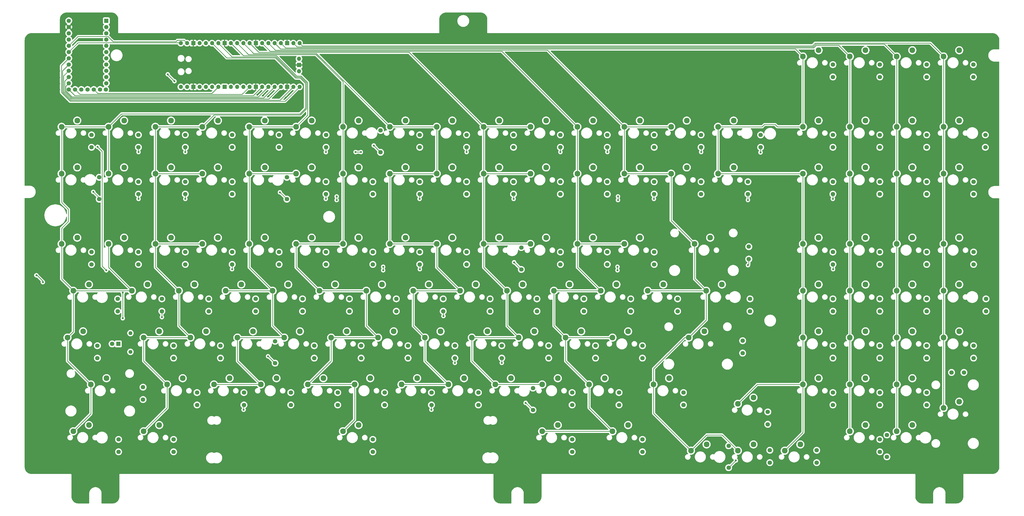
<source format=gbr>
%TF.GenerationSoftware,KiCad,Pcbnew,9.99.0-2510-g416e54f0d5*%
%TF.CreationDate,2026-02-08T14:48:21-05:00*%
%TF.ProjectId,dimension-PCB,64696d65-6e73-4696-9f6e-2d5043422e6b,rev?*%
%TF.SameCoordinates,Original*%
%TF.FileFunction,Copper,L1,Top*%
%TF.FilePolarity,Positive*%
%FSLAX46Y46*%
G04 Gerber Fmt 4.6, Leading zero omitted, Abs format (unit mm)*
G04 Created by KiCad (PCBNEW 9.99.0-2510-g416e54f0d5) date 2026-02-08 14:48:21*
%MOMM*%
%LPD*%
G01*
G04 APERTURE LIST*
%TA.AperFunction,ComponentPad*%
%ADD10C,1.800000*%
%TD*%
%TA.AperFunction,ComponentPad*%
%ADD11C,2.300000*%
%TD*%
%TA.AperFunction,ComponentPad*%
%ADD12O,1.700000X1.700000*%
%TD*%
%TA.AperFunction,ComponentPad*%
%ADD13R,1.700000X1.700000*%
%TD*%
%TA.AperFunction,ComponentPad*%
%ADD14R,1.800000X1.800000*%
%TD*%
%TA.AperFunction,ComponentPad*%
%ADD15C,1.600000*%
%TD*%
%TA.AperFunction,ComponentPad*%
%ADD16O,1.600000X1.600000*%
%TD*%
%TA.AperFunction,ComponentPad*%
%ADD17R,1.752600X1.752600*%
%TD*%
%TA.AperFunction,ComponentPad*%
%ADD18C,1.752600*%
%TD*%
%TA.AperFunction,ViaPad*%
%ADD19C,0.800000*%
%TD*%
%TA.AperFunction,Conductor*%
%ADD20C,0.250000*%
%TD*%
G04 APERTURE END LIST*
D10*
%TO.P,D87,1,K*%
%TO.N,ROW9*%
X333680000Y-235122000D03*
%TO.P,D87,2,A*%
%TO.N,Net-(D87-A)*%
X333680000Y-226232000D03*
%TD*%
%TO.P,D118,1,K*%
%TO.N,ROW7*%
X397970000Y-230717000D03*
%TO.P,D118,2,A*%
%TO.N,Net-(D118-A)*%
X397970000Y-221827000D03*
%TD*%
%TO.P,D66,1,K*%
%TO.N,ROW10*%
X254160000Y-211667000D03*
%TO.P,D66,2,A*%
%TO.N,Net-(D66-A)*%
X254160000Y-202777000D03*
%TD*%
%TO.P,D31,1,K*%
%TO.N,ROW8*%
X149390000Y-192617000D03*
%TO.P,D31,2,A*%
%TO.N,Net-(D31-A)*%
X149390000Y-183727000D03*
%TD*%
D11*
%TO.P,MX1,2,2*%
%TO.N,Net-(D1-A)*%
X88040000Y-93975000D03*
%TO.P,MX1,1,1*%
%TO.N,COL0*%
X81690000Y-96515000D03*
%TD*%
%TO.P,MX2,2,2*%
%TO.N,Net-(D2-A)*%
X68990000Y-93975000D03*
%TO.P,MX2,1,1*%
%TO.N,COL0*%
X62640000Y-96515000D03*
%TD*%
%TO.P,MX3,2,2*%
%TO.N,Net-(D3-A)*%
X68990000Y-113025000D03*
%TO.P,MX3,1,1*%
%TO.N,COL0*%
X62640000Y-115565000D03*
%TD*%
%TO.P,MX4,2,2*%
%TO.N,Net-(D4-A)*%
X88040000Y-113025000D03*
%TO.P,MX4,1,1*%
%TO.N,COL0*%
X81690000Y-115565000D03*
%TD*%
%TO.P,MX5,2,2*%
%TO.N,Net-(D5-A)*%
X88040000Y-141600000D03*
%TO.P,MX5,1,1*%
%TO.N,COL0*%
X81690000Y-144140000D03*
%TD*%
%TO.P,MX6,2,2*%
%TO.N,Net-(D6-A)*%
X68990000Y-141600000D03*
%TO.P,MX6,1,1*%
%TO.N,COL0*%
X62640000Y-144140000D03*
%TD*%
%TO.P,MX7,2,2*%
%TO.N,Net-(D7-A)*%
X97565000Y-160650000D03*
%TO.P,MX7,1,1*%
%TO.N,COL0*%
X91215000Y-163190000D03*
%TD*%
%TO.P,MX8,2,2*%
%TO.N,Net-(D8-A)*%
X73752500Y-160650000D03*
%TO.P,MX8,1,1*%
%TO.N,COL0*%
X67402500Y-163190000D03*
%TD*%
%TO.P,MX9,2,2*%
%TO.N,Net-(D9-A)*%
X71371250Y-179700000D03*
%TO.P,MX9,1,1*%
%TO.N,COL0*%
X65021250Y-182240000D03*
%TD*%
%TO.P,MX10,2,2*%
%TO.N,Net-(D10-A)*%
X80896250Y-198750000D03*
%TO.P,MX10,1,1*%
%TO.N,COL0*%
X74546250Y-201290000D03*
%TD*%
%TO.P,MX11,2,2*%
%TO.N,Net-(D11-A)*%
X73752500Y-217800000D03*
%TO.P,MX11,1,1*%
%TO.N,COL0*%
X67402500Y-220340000D03*
%TD*%
%TO.P,MX12,2,2*%
%TO.N,Net-(D12-A)*%
X107090000Y-93975000D03*
%TO.P,MX12,1,1*%
%TO.N,COL1*%
X100740000Y-96515000D03*
%TD*%
%TO.P,MX13,2,2*%
%TO.N,Net-(D13-A)*%
X126140000Y-93975000D03*
%TO.P,MX13,1,1*%
%TO.N,COL1*%
X119790000Y-96515000D03*
%TD*%
%TO.P,MX14,2,2*%
%TO.N,Net-(D14-A)*%
X126140000Y-113025000D03*
%TO.P,MX14,1,1*%
%TO.N,COL1*%
X119790000Y-115565000D03*
%TD*%
%TO.P,MX15,2,2*%
%TO.N,Net-(D15-A)*%
X107090000Y-113025000D03*
%TO.P,MX15,1,1*%
%TO.N,COL1*%
X100740000Y-115565000D03*
%TD*%
%TO.P,MX16,2,2*%
%TO.N,Net-(D16-A)*%
X107090000Y-141600000D03*
%TO.P,MX16,1,1*%
%TO.N,COL1*%
X100740000Y-144140000D03*
%TD*%
%TO.P,MX17,2,2*%
%TO.N,Net-(D17-A)*%
X126140000Y-141600000D03*
%TO.P,MX17,1,1*%
%TO.N,COL1*%
X119790000Y-144140000D03*
%TD*%
%TO.P,MX18,2,2*%
%TO.N,Net-(D18-A)*%
X116615000Y-160650000D03*
%TO.P,MX18,1,1*%
%TO.N,COL1*%
X110265000Y-163190000D03*
%TD*%
%TO.P,MX19,2,2*%
%TO.N,Net-(D19-A)*%
X121377500Y-179700000D03*
%TO.P,MX19,1,1*%
%TO.N,COL1*%
X115027500Y-182240000D03*
%TD*%
%TO.P,MX20,2,2*%
%TO.N,Net-(D20-A)*%
X102327500Y-179700000D03*
%TO.P,MX20,1,1*%
%TO.N,COL1*%
X95977500Y-182240000D03*
%TD*%
%TO.P,MX21,2,2*%
%TO.N,Net-(D21-A)*%
X111852500Y-198750000D03*
%TO.P,MX21,1,1*%
%TO.N,COL1*%
X105502500Y-201290000D03*
%TD*%
%TO.P,MX22,2,2*%
%TO.N,Net-(D22-A)*%
X102327500Y-217800000D03*
%TO.P,MX22,1,1*%
%TO.N,COL1*%
X95977500Y-220340000D03*
%TD*%
%TO.P,MX23,2,2*%
%TO.N,Net-(D23-A)*%
X164240000Y-93975000D03*
%TO.P,MX23,1,1*%
%TO.N,COL2*%
X157890000Y-96515000D03*
%TD*%
%TO.P,MX24,2,2*%
%TO.N,Net-(D24-A)*%
X145190000Y-93975000D03*
%TO.P,MX24,1,1*%
%TO.N,COL2*%
X138840000Y-96515000D03*
%TD*%
%TO.P,MX25,2,2*%
%TO.N,Net-(D25-A)*%
X145190000Y-113025000D03*
%TO.P,MX25,1,1*%
%TO.N,COL2*%
X138840000Y-115565000D03*
%TD*%
%TO.P,MX26,2,2*%
%TO.N,Net-(D26-A)*%
X164240000Y-113025000D03*
%TO.P,MX26,1,1*%
%TO.N,COL2*%
X157890000Y-115565000D03*
%TD*%
%TO.P,MX27,2,2*%
%TO.N,Net-(D27-A)*%
X145190000Y-141600000D03*
%TO.P,MX27,1,1*%
%TO.N,COL2*%
X138840000Y-144140000D03*
%TD*%
%TO.P,MX28,2,2*%
%TO.N,Net-(D28-A)*%
X154715000Y-160650000D03*
%TO.P,MX28,1,1*%
%TO.N,COL2*%
X148365000Y-163190000D03*
%TD*%
%TO.P,MX29,2,2*%
%TO.N,Net-(D29-A)*%
X135665000Y-160650000D03*
%TO.P,MX29,1,1*%
%TO.N,COL2*%
X129315000Y-163190000D03*
%TD*%
%TO.P,MX30,2,2*%
%TO.N,Net-(D30-A)*%
X159477500Y-179700000D03*
%TO.P,MX30,1,1*%
%TO.N,COL2*%
X153127500Y-182240000D03*
%TD*%
%TO.P,MX31,2,2*%
%TO.N,Net-(D31-A)*%
X140427500Y-179700000D03*
%TO.P,MX31,1,1*%
%TO.N,COL2*%
X134077500Y-182240000D03*
%TD*%
%TO.P,MX32,2,2*%
%TO.N,Net-(D32-A)*%
X149952500Y-198750000D03*
%TO.P,MX32,1,1*%
%TO.N,COL2*%
X143602500Y-201290000D03*
%TD*%
%TO.P,MX33,2,2*%
%TO.N,Net-(D33-A)*%
X130902500Y-198750000D03*
%TO.P,MX33,1,1*%
%TO.N,COL2*%
X124552500Y-201290000D03*
%TD*%
%TO.P,MX34,2,2*%
%TO.N,Net-(D34-A)*%
X183290000Y-93975000D03*
%TO.P,MX34,1,1*%
%TO.N,COL3*%
X176940000Y-96515000D03*
%TD*%
%TO.P,MX35,2,2*%
%TO.N,Net-(D35-A)*%
X183290000Y-113025000D03*
%TO.P,MX35,1,1*%
%TO.N,COL3*%
X176940000Y-115565000D03*
%TD*%
%TO.P,MX36,2,2*%
%TO.N,Net-(D36-A)*%
X183290000Y-141600000D03*
%TO.P,MX36,1,1*%
%TO.N,COL3*%
X176940000Y-144140000D03*
%TD*%
%TO.P,MX37,2,2*%
%TO.N,Net-(D37-A)*%
X164240000Y-141600000D03*
%TO.P,MX37,1,1*%
%TO.N,COL3*%
X157890000Y-144140000D03*
%TD*%
%TO.P,MX38,2,2*%
%TO.N,Net-(D38-A)*%
X192815000Y-160650000D03*
%TO.P,MX38,1,1*%
%TO.N,COL3*%
X186465000Y-163190000D03*
%TD*%
%TO.P,MX39,2,2*%
%TO.N,Net-(D39-A)*%
X173765000Y-160650000D03*
%TO.P,MX39,1,1*%
%TO.N,COL3*%
X167415000Y-163190000D03*
%TD*%
%TO.P,MX40,2,2*%
%TO.N,Net-(D40-A)*%
X197577500Y-179700000D03*
%TO.P,MX40,1,1*%
%TO.N,COL3*%
X191227500Y-182240000D03*
%TD*%
%TO.P,MX41,2,2*%
%TO.N,Net-(D41-A)*%
X178527500Y-179700000D03*
%TO.P,MX41,1,1*%
%TO.N,COL3*%
X172177500Y-182240000D03*
%TD*%
%TO.P,MX42,2,2*%
%TO.N,Net-(D42-A)*%
X188052500Y-198750000D03*
%TO.P,MX42,1,1*%
%TO.N,COL3*%
X181702500Y-201290000D03*
%TD*%
%TO.P,MX43,2,2*%
%TO.N,Net-(D43-A)*%
X169002500Y-198750000D03*
%TO.P,MX43,1,1*%
%TO.N,COL3*%
X162652500Y-201290000D03*
%TD*%
%TO.P,MX44,2,2*%
%TO.N,Net-(D44-A)*%
X183290000Y-217800000D03*
%TO.P,MX44,1,1*%
%TO.N,COL3*%
X176940000Y-220340000D03*
%TD*%
%TO.P,MX45,2,2*%
%TO.N,Net-(D45-A)*%
X221390000Y-93975000D03*
%TO.P,MX45,1,1*%
%TO.N,COL4*%
X215040000Y-96515000D03*
%TD*%
%TO.P,MX46,2,2*%
%TO.N,Net-(D46-A)*%
X202340000Y-93975000D03*
%TO.P,MX46,1,1*%
%TO.N,COL4*%
X195990000Y-96515000D03*
%TD*%
%TO.P,MX47,2,2*%
%TO.N,Net-(D47-A)*%
X221390000Y-113025000D03*
%TO.P,MX47,1,1*%
%TO.N,COL4*%
X215040000Y-115565000D03*
%TD*%
%TO.P,MX48,2,2*%
%TO.N,Net-(D48-A)*%
X202340000Y-113025000D03*
%TO.P,MX48,1,1*%
%TO.N,COL4*%
X195990000Y-115565000D03*
%TD*%
%TO.P,MX49,2,2*%
%TO.N,Net-(D49-A)*%
X221390000Y-141600000D03*
%TO.P,MX49,1,1*%
%TO.N,COL4*%
X215040000Y-144140000D03*
%TD*%
%TO.P,MX50,2,2*%
%TO.N,Net-(D50-A)*%
X202340000Y-141600000D03*
%TO.P,MX50,1,1*%
%TO.N,COL4*%
X195990000Y-144140000D03*
%TD*%
%TO.P,MX51,2,2*%
%TO.N,Net-(D51-A)*%
X230915000Y-160650000D03*
%TO.P,MX51,1,1*%
%TO.N,COL4*%
X224565000Y-163190000D03*
%TD*%
%TO.P,MX52,2,2*%
%TO.N,Net-(D52-A)*%
X211865000Y-160650000D03*
%TO.P,MX52,1,1*%
%TO.N,COL4*%
X205515000Y-163190000D03*
%TD*%
%TO.P,MX53,2,2*%
%TO.N,Net-(D53-A)*%
X216627500Y-179700000D03*
%TO.P,MX53,1,1*%
%TO.N,COL4*%
X210277500Y-182240000D03*
%TD*%
%TO.P,MX54,2,2*%
%TO.N,Net-(D54-A)*%
X226152500Y-198750000D03*
%TO.P,MX54,1,1*%
%TO.N,COL4*%
X219802500Y-201290000D03*
%TD*%
%TO.P,MX55,2,2*%
%TO.N,Net-(D55-A)*%
X207102500Y-198750000D03*
%TO.P,MX55,1,1*%
%TO.N,COL4*%
X200752500Y-201290000D03*
%TD*%
%TO.P,MX56,2,2*%
%TO.N,Net-(D56-A)*%
X259490000Y-93975000D03*
%TO.P,MX56,1,1*%
%TO.N,COL5*%
X253140000Y-96515000D03*
%TD*%
%TO.P,MX57,2,2*%
%TO.N,Net-(D57-A)*%
X240440000Y-93975000D03*
%TO.P,MX57,1,1*%
%TO.N,COL5*%
X234090000Y-96515000D03*
%TD*%
%TO.P,MX58,2,2*%
%TO.N,Net-(D58-A)*%
X259490000Y-113025000D03*
%TO.P,MX58,1,1*%
%TO.N,COL5*%
X253140000Y-115565000D03*
%TD*%
%TO.P,MX59,2,2*%
%TO.N,Net-(D59-A)*%
X240440000Y-113025000D03*
%TO.P,MX59,1,1*%
%TO.N,COL5*%
X234090000Y-115565000D03*
%TD*%
%TO.P,MX60,2,2*%
%TO.N,Net-(D60-A)*%
X259490000Y-141600000D03*
%TO.P,MX60,1,1*%
%TO.N,COL5*%
X253140000Y-144140000D03*
%TD*%
%TO.P,MX61,2,2*%
%TO.N,Net-(D61-A)*%
X240440000Y-141600000D03*
%TO.P,MX61,1,1*%
%TO.N,COL5*%
X234090000Y-144140000D03*
%TD*%
%TO.P,MX62,2,2*%
%TO.N,Net-(D62-A)*%
X249965000Y-160650000D03*
%TO.P,MX62,1,1*%
%TO.N,COL5*%
X243615000Y-163190000D03*
%TD*%
%TO.P,MX63,2,2*%
%TO.N,Net-(D63-A)*%
X254727500Y-179700000D03*
%TO.P,MX63,1,1*%
%TO.N,COL5*%
X248377500Y-182240000D03*
%TD*%
%TO.P,MX64,2,2*%
%TO.N,Net-(D64-A)*%
X235677500Y-179700000D03*
%TO.P,MX64,1,1*%
%TO.N,COL5*%
X229327500Y-182240000D03*
%TD*%
%TO.P,MX65,2,2*%
%TO.N,Net-(D65-A)*%
X264252500Y-198750000D03*
%TO.P,MX65,1,1*%
%TO.N,COL5*%
X257902500Y-201290000D03*
%TD*%
%TO.P,MX66,2,2*%
%TO.N,Net-(D66-A)*%
X245202500Y-198750000D03*
%TO.P,MX66,1,1*%
%TO.N,COL5*%
X238852500Y-201290000D03*
%TD*%
%TO.P,MX67,2,2*%
%TO.N,Net-(D67-A)*%
X278540000Y-93975000D03*
%TO.P,MX67,1,1*%
%TO.N,COL6*%
X272190000Y-96515000D03*
%TD*%
%TO.P,MX68,2,2*%
%TO.N,Net-(D68-A)*%
X278540000Y-113025000D03*
%TO.P,MX68,1,1*%
%TO.N,COL6*%
X272190000Y-115565000D03*
%TD*%
%TO.P,MX69,2,2*%
%TO.N,Net-(D69-A)*%
X297590000Y-141600000D03*
%TO.P,MX69,1,1*%
%TO.N,COL6*%
X291240000Y-144140000D03*
%TD*%
%TO.P,MX70,2,2*%
%TO.N,Net-(D70-A)*%
X278540000Y-141600000D03*
%TO.P,MX70,1,1*%
%TO.N,COL6*%
X272190000Y-144140000D03*
%TD*%
%TO.P,MX71,2,2*%
%TO.N,Net-(D71-A)*%
X288065000Y-160650000D03*
%TO.P,MX71,1,1*%
%TO.N,COL6*%
X281715000Y-163190000D03*
%TD*%
%TO.P,MX72,2,2*%
%TO.N,Net-(D72-A)*%
X269015000Y-160650000D03*
%TO.P,MX72,1,1*%
%TO.N,COL6*%
X262665000Y-163190000D03*
%TD*%
%TO.P,MX73,2,2*%
%TO.N,Net-(D73-A)*%
X292827500Y-179700000D03*
%TO.P,MX73,1,1*%
%TO.N,COL6*%
X286477500Y-182240000D03*
%TD*%
%TO.P,MX74,2,2*%
%TO.N,Net-(D74-A)*%
X273777500Y-179700000D03*
%TO.P,MX74,1,1*%
%TO.N,COL6*%
X267427500Y-182240000D03*
%TD*%
%TO.P,MX75,2,2*%
%TO.N,Net-(D75-A)*%
X283302500Y-198750000D03*
%TO.P,MX75,1,1*%
%TO.N,COL6*%
X276952500Y-201290000D03*
%TD*%
%TO.P,MX76,2,2*%
%TO.N,Net-(D76-A)*%
X292827500Y-217800000D03*
%TO.P,MX76,1,1*%
%TO.N,COL6*%
X286477500Y-220340000D03*
%TD*%
%TO.P,MX77,2,2*%
%TO.N,Net-(D77-A)*%
X264252500Y-217800000D03*
%TO.P,MX77,1,1*%
%TO.N,COL6*%
X257902500Y-220340000D03*
%TD*%
%TO.P,MX78,2,2*%
%TO.N,Net-(D78-A)*%
X316640000Y-93975000D03*
%TO.P,MX78,1,1*%
%TO.N,COL7*%
X310290000Y-96515000D03*
%TD*%
%TO.P,MX79,2,2*%
%TO.N,Net-(D79-A)*%
X297590000Y-93975000D03*
%TO.P,MX79,1,1*%
%TO.N,COL7*%
X291240000Y-96515000D03*
%TD*%
%TO.P,MX80,2,2*%
%TO.N,Net-(D80-A)*%
X316640000Y-113025000D03*
%TO.P,MX80,1,1*%
%TO.N,COL7*%
X310290000Y-115565000D03*
%TD*%
%TO.P,MX81,2,2*%
%TO.N,Net-(D81-A)*%
X297590000Y-113025000D03*
%TO.P,MX81,1,1*%
%TO.N,COL7*%
X291240000Y-115565000D03*
%TD*%
%TO.P,MX82,2,2*%
%TO.N,Net-(D82-A)*%
X326165000Y-141600000D03*
%TO.P,MX82,1,1*%
%TO.N,COL7*%
X319815000Y-144140000D03*
%TD*%
%TO.P,MX83,2,2*%
%TO.N,Net-(D83-A)*%
X330927500Y-160650000D03*
%TO.P,MX83,1,1*%
%TO.N,COL7*%
X324577500Y-163190000D03*
%TD*%
%TO.P,MX84,2,2*%
%TO.N,Net-(D84-A)*%
X307115000Y-160650000D03*
%TO.P,MX84,1,1*%
%TO.N,COL7*%
X300765000Y-163190000D03*
%TD*%
%TO.P,MX85,2,2*%
%TO.N,Net-(D85-A)*%
X323783750Y-179700000D03*
%TO.P,MX85,1,1*%
%TO.N,COL7*%
X317433750Y-182240000D03*
%TD*%
%TO.P,MX86,2,2*%
%TO.N,Net-(D86-A)*%
X309496250Y-198750000D03*
%TO.P,MX86,1,1*%
%TO.N,COL7*%
X303146250Y-201290000D03*
%TD*%
%TO.P,MX87,2,2*%
%TO.N,Net-(D87-A)*%
X324702500Y-225667500D03*
%TO.P,MX87,1,1*%
%TO.N,COL7*%
X318352500Y-228207500D03*
%TD*%
%TO.P,MX88,2,2*%
%TO.N,Net-(D88-A)*%
X343752500Y-225667500D03*
%TO.P,MX88,1,1*%
%TO.N,COL7*%
X337402500Y-228207500D03*
%TD*%
%TO.P,MX89,2,2*%
%TO.N,Net-(D89-A)*%
X370220000Y-65400000D03*
%TO.P,MX89,1,1*%
%TO.N,COL8*%
X363870000Y-67940000D03*
%TD*%
%TO.P,MX90,2,2*%
%TO.N,Net-(D90-A)*%
X370220000Y-93975000D03*
%TO.P,MX90,1,1*%
%TO.N,COL8*%
X363870000Y-96515000D03*
%TD*%
%TO.P,MX91,2,2*%
%TO.N,Net-(D91-A)*%
X335690000Y-93975000D03*
%TO.P,MX91,1,1*%
%TO.N,COL8*%
X329340000Y-96515000D03*
%TD*%
%TO.P,MX92,2,2*%
%TO.N,Net-(D92-A)*%
X370220000Y-113025000D03*
%TO.P,MX92,1,1*%
%TO.N,COL8*%
X363870000Y-115565000D03*
%TD*%
%TO.P,MX93,2,2*%
%TO.N,Net-(D93-A)*%
X335690000Y-113025000D03*
%TO.P,MX93,1,1*%
%TO.N,COL8*%
X329340000Y-115565000D03*
%TD*%
%TO.P,MX94,2,2*%
%TO.N,Net-(D94-A)*%
X370220000Y-141600000D03*
%TO.P,MX94,1,1*%
%TO.N,COL8*%
X363870000Y-144140000D03*
%TD*%
%TO.P,MX95,2,2*%
%TO.N,Net-(D95-A)*%
X370220000Y-160650000D03*
%TO.P,MX95,1,1*%
%TO.N,COL8*%
X363870000Y-163190000D03*
%TD*%
%TO.P,MX96,2,2*%
%TO.N,Net-(D96-A)*%
X370220000Y-179700000D03*
%TO.P,MX96,1,1*%
%TO.N,COL8*%
X363870000Y-182240000D03*
%TD*%
%TO.P,MX97,2,2*%
%TO.N,Net-(D97-A)*%
X370220000Y-198750000D03*
%TO.P,MX97,1,1*%
%TO.N,COL8*%
X363870000Y-201290000D03*
%TD*%
%TO.P,MX98,2,2*%
%TO.N,Net-(D98-A)*%
X343752500Y-206617500D03*
%TO.P,MX98,1,1*%
%TO.N,COL8*%
X337402500Y-209157500D03*
%TD*%
%TO.P,MX99,2,2*%
%TO.N,Net-(D99-A)*%
X362802500Y-225667500D03*
%TO.P,MX99,1,1*%
%TO.N,COL8*%
X356452500Y-228207500D03*
%TD*%
%TO.P,MX100,2,2*%
%TO.N,Net-(D100-A)*%
X389270000Y-65400000D03*
%TO.P,MX100,1,1*%
%TO.N,COL9*%
X382920000Y-67940000D03*
%TD*%
%TO.P,MX101,2,2*%
%TO.N,Net-(D101-A)*%
X389270000Y-93975000D03*
%TO.P,MX101,1,1*%
%TO.N,COL9*%
X382920000Y-96515000D03*
%TD*%
%TO.P,MX102,2,2*%
%TO.N,Net-(D102-A)*%
X389270000Y-113025000D03*
%TO.P,MX102,1,1*%
%TO.N,COL9*%
X382920000Y-115565000D03*
%TD*%
%TO.P,MX103,2,2*%
%TO.N,Net-(D103-A)*%
X389270000Y-141600000D03*
%TO.P,MX103,1,1*%
%TO.N,COL9*%
X382920000Y-144140000D03*
%TD*%
%TO.P,MX104,2,2*%
%TO.N,Net-(D104-A)*%
X389270000Y-160650000D03*
%TO.P,MX104,1,1*%
%TO.N,COL9*%
X382920000Y-163190000D03*
%TD*%
%TO.P,MX105,2,2*%
%TO.N,Net-(D105-A)*%
X389270000Y-179700000D03*
%TO.P,MX105,1,1*%
%TO.N,COL9*%
X382920000Y-182240000D03*
%TD*%
%TO.P,MX106,2,2*%
%TO.N,Net-(D106-A)*%
X389270000Y-198750000D03*
%TO.P,MX106,1,1*%
%TO.N,COL9*%
X382920000Y-201290000D03*
%TD*%
%TO.P,MX107,2,2*%
%TO.N,Net-(D107-A)*%
X389270000Y-217800000D03*
%TO.P,MX107,1,1*%
%TO.N,COL9*%
X382920000Y-220340000D03*
%TD*%
%TO.P,MX111,2,2*%
%TO.N,Net-(D111-A)*%
X408320000Y-65400000D03*
%TO.P,MX111,1,1*%
%TO.N,COL10*%
X401970000Y-67940000D03*
%TD*%
%TO.P,MX112,2,2*%
%TO.N,Net-(D112-A)*%
X408320000Y-93975000D03*
%TO.P,MX112,1,1*%
%TO.N,COL10*%
X401970000Y-96515000D03*
%TD*%
%TO.P,MX113,2,2*%
%TO.N,Net-(D113-A)*%
X408320000Y-113025000D03*
%TO.P,MX113,1,1*%
%TO.N,COL10*%
X401970000Y-115565000D03*
%TD*%
%TO.P,MX114,2,2*%
%TO.N,Net-(D114-A)*%
X408320000Y-141600000D03*
%TO.P,MX114,1,1*%
%TO.N,COL10*%
X401970000Y-144140000D03*
%TD*%
%TO.P,MX115,2,2*%
%TO.N,Net-(D115-A)*%
X408320000Y-160650000D03*
%TO.P,MX115,1,1*%
%TO.N,COL10*%
X401970000Y-163190000D03*
%TD*%
%TO.P,MX116,2,2*%
%TO.N,Net-(D116-A)*%
X408320000Y-179700000D03*
%TO.P,MX116,1,1*%
%TO.N,COL10*%
X401970000Y-182240000D03*
%TD*%
%TO.P,MX117,2,2*%
%TO.N,Net-(D117-A)*%
X408320000Y-198750000D03*
%TO.P,MX117,1,1*%
%TO.N,COL10*%
X401970000Y-201290000D03*
%TD*%
%TO.P,MX118,2,2*%
%TO.N,Net-(D118-A)*%
X408320000Y-217800000D03*
%TO.P,MX118,1,1*%
%TO.N,COL10*%
X401970000Y-220340000D03*
%TD*%
%TO.P,MX122,2,2*%
%TO.N,Net-(D122-A)*%
X427370000Y-65400000D03*
%TO.P,MX122,1,1*%
%TO.N,COL11*%
X421020000Y-67940000D03*
%TD*%
%TO.P,MX123,2,2*%
%TO.N,Net-(D123-A)*%
X427370000Y-93975000D03*
%TO.P,MX123,1,1*%
%TO.N,COL11*%
X421020000Y-96515000D03*
%TD*%
%TO.P,MX124,2,2*%
%TO.N,Net-(D124-A)*%
X427370000Y-113025000D03*
%TO.P,MX124,1,1*%
%TO.N,COL11*%
X421020000Y-115565000D03*
%TD*%
%TO.P,MX125,2,2*%
%TO.N,Net-(D125-A)*%
X427370000Y-141600000D03*
%TO.P,MX125,1,1*%
%TO.N,COL11*%
X421020000Y-144140000D03*
%TD*%
%TO.P,MX126,2,2*%
%TO.N,Net-(D126-A)*%
X427370000Y-160650000D03*
%TO.P,MX126,1,1*%
%TO.N,COL11*%
X421020000Y-163190000D03*
%TD*%
%TO.P,MX127,2,2*%
%TO.N,Net-(D127-A)*%
X427370000Y-179700000D03*
%TO.P,MX127,1,1*%
%TO.N,COL11*%
X421020000Y-182240000D03*
%TD*%
%TO.P,MX128,2,2*%
%TO.N,Net-(D128-A)*%
X427370000Y-208275000D03*
%TO.P,MX128,1,1*%
%TO.N,COL11*%
X421020000Y-210815000D03*
%TD*%
D12*
%TO.P,U1,43,SWDIO*%
%TO.N,unconnected-(U1-SWDIO-Pad43)*%
X159100000Y-73940000D03*
D13*
%TO.P,U1,42,GND*%
%TO.N,GND*%
X159100000Y-71400000D03*
D12*
%TO.P,U1,41,SWCLK*%
%TO.N,unconnected-(U1-SWCLK-Pad41)*%
X159100000Y-68860000D03*
%TO.P,U1,40,VBUS*%
%TO.N,unconnected-(U1-VBUS-Pad40)*%
X111070000Y-80290000D03*
%TO.P,U1,39,VSYS*%
%TO.N,unconnected-(U1-VSYS-Pad39)*%
X113610000Y-80290000D03*
D13*
%TO.P,U1,38,GND*%
%TO.N,GND*%
X116150000Y-80290000D03*
D12*
%TO.P,U1,37,3V3_EN*%
%TO.N,unconnected-(U1-3V3_EN-Pad37)_1*%
X118690000Y-80290000D03*
%TO.P,U1,36,3V3*%
%TO.N,+3V3*%
X121230000Y-80290000D03*
%TO.P,U1,35,ADC_VREF*%
%TO.N,unconnected-(U1-ADC_VREF-Pad35)_1*%
X123770000Y-80290000D03*
%TO.P,U1,34,GPIO28_ADC2*%
%TO.N,LED_CAPS*%
X126310000Y-80290000D03*
D13*
%TO.P,U1,33,AGND*%
%TO.N,unconnected-(U1-AGND-Pad33)_1*%
X128850000Y-80290000D03*
D12*
%TO.P,U1,32,GPIO27_ADC1*%
%TO.N,ROW0*%
X131390000Y-80290000D03*
%TO.P,U1,31,GPIO26_ADC0*%
%TO.N,ROW1*%
X133930000Y-80290000D03*
%TO.P,U1,30,RUN*%
%TO.N,unconnected-(U1-RUN-Pad30)_1*%
X136470000Y-80290000D03*
%TO.P,U1,29,GPIO22*%
%TO.N,ROW2*%
X139010000Y-80290000D03*
D13*
%TO.P,U1,28,GND*%
%TO.N,GND*%
X141550000Y-80290000D03*
D12*
%TO.P,U1,27,GPIO21*%
%TO.N,ROW3*%
X144090000Y-80290000D03*
%TO.P,U1,26,GPIO20*%
%TO.N,ROW4*%
X146630000Y-80290000D03*
%TO.P,U1,25,GPIO19*%
%TO.N,ROW5*%
X149170000Y-80290000D03*
%TO.P,U1,24,GPIO18*%
%TO.N,ROW7*%
X151710000Y-80290000D03*
D13*
%TO.P,U1,23,GND*%
%TO.N,GND*%
X154250000Y-80290000D03*
D12*
%TO.P,U1,22,GPIO17*%
%TO.N,ROW6*%
X156790000Y-80290000D03*
%TO.P,U1,21,GPIO16*%
%TO.N,ROW8*%
X159330000Y-80290000D03*
%TO.P,U1,20,GPIO15*%
%TO.N,COL11*%
X159330000Y-62510000D03*
%TO.P,U1,19,GPIO14*%
%TO.N,COL10*%
X156790000Y-62510000D03*
D13*
%TO.P,U1,18,GND*%
%TO.N,GND*%
X154250000Y-62510000D03*
D12*
%TO.P,U1,17,GPIO13*%
%TO.N,COL9*%
X151710000Y-62510000D03*
%TO.P,U1,16,GPIO12*%
%TO.N,COL8*%
X149170000Y-62510000D03*
%TO.P,U1,15,GPIO11*%
%TO.N,COL7*%
X146630000Y-62510000D03*
%TO.P,U1,14,GPIO10*%
%TO.N,COL6*%
X144090000Y-62510000D03*
D13*
%TO.P,U1,13,GND*%
%TO.N,GND*%
X141550000Y-62510000D03*
D12*
%TO.P,U1,12,GPIO9*%
%TO.N,COL5*%
X139010000Y-62510000D03*
%TO.P,U1,11,GPIO8*%
%TO.N,COL4*%
X136470000Y-62510000D03*
%TO.P,U1,10,GPIO7*%
%TO.N,COL3*%
X133930000Y-62510000D03*
%TO.P,U1,9,GPIO6*%
%TO.N,COL2*%
X131390000Y-62510000D03*
D13*
%TO.P,U1,8,GND*%
%TO.N,GND*%
X128850000Y-62510000D03*
D12*
%TO.P,U1,7,GPIO5*%
%TO.N,COL1*%
X126310000Y-62510000D03*
%TO.P,U1,6,GPIO4*%
%TO.N,COL0*%
X123770000Y-62510000D03*
%TO.P,U1,5,GPIO3*%
%TO.N,unconnected-(U1-GPIO3-Pad5)*%
X121230000Y-62510000D03*
%TO.P,U1,4,GPIO2*%
%TO.N,unconnected-(U1-GPIO2-Pad4)*%
X118690000Y-62510000D03*
D13*
%TO.P,U1,3,GND*%
%TO.N,GND*%
X116150000Y-62510000D03*
D12*
%TO.P,U1,2,GPIO1*%
%TO.N,ROW10*%
X113610000Y-62510000D03*
%TO.P,U1,1,GPIO0*%
%TO.N,ROW9*%
X111070000Y-62510000D03*
%TD*%
D10*
%TO.P,D123,2,A*%
%TO.N,Net-(D123-A)*%
X437967500Y-99800000D03*
%TO.P,D123,1,K*%
%TO.N,ROW1*%
X437967500Y-104840000D03*
%TD*%
%TO.P,D24,1,K*%
%TO.N,ROW1*%
X151010000Y-104840000D03*
%TO.P,D24,2,A*%
%TO.N,Net-(D24-A)*%
X151010000Y-99800000D03*
%TD*%
%TO.P,D34,1,K*%
%TO.N,ROW0*%
X192240000Y-106892000D03*
%TO.P,D34,2,A*%
%TO.N,Net-(D34-A)*%
X192240000Y-98002000D03*
%TD*%
%TO.P,D61,1,K*%
%TO.N,ROW5*%
X249430000Y-154517000D03*
%TO.P,D61,2,A*%
%TO.N,Net-(D61-A)*%
X249430000Y-145627000D03*
%TD*%
%TO.P,D25,1,K*%
%TO.N,ROW2*%
X154190000Y-125942000D03*
%TO.P,D25,2,A*%
%TO.N,Net-(D25-A)*%
X154190000Y-117052000D03*
%TD*%
D14*
%TO.P,LED1,1,K*%
%TO.N,Net-(LED1-K)*%
X85700000Y-184780000D03*
D10*
%TO.P,LED1,2,A*%
%TO.N,+3V3*%
X83160000Y-184780000D03*
%TD*%
D15*
%TO.P,R2,1*%
%TO.N,Net-(LED1-K)*%
X90600000Y-188020000D03*
D16*
%TO.P,R2,2*%
%TO.N,LED_CAPS*%
X90600000Y-180400000D03*
%TD*%
D10*
%TO.P,D60,1,K*%
%TO.N,ROW4*%
X265310000Y-152465000D03*
%TO.P,D60,2,A*%
%TO.N,Net-(D60-A)*%
X265310000Y-147425000D03*
%TD*%
%TO.P,D80,1,K*%
%TO.N,ROW2*%
X322460000Y-123890000D03*
%TO.P,D80,2,A*%
%TO.N,Net-(D80-A)*%
X322460000Y-118850000D03*
%TD*%
%TO.P,D45,1,K*%
%TO.N,ROW0*%
X227210000Y-104840000D03*
%TO.P,D45,2,A*%
%TO.N,Net-(D45-A)*%
X227210000Y-99800000D03*
%TD*%
%TO.P,D96,1,K*%
%TO.N,ROW7*%
X376040000Y-190565000D03*
%TO.P,D96,2,A*%
%TO.N,Net-(D96-A)*%
X376040000Y-185525000D03*
%TD*%
%TO.P,D37,1,K*%
%TO.N,ROW3*%
X170060000Y-152465000D03*
%TO.P,D37,2,A*%
%TO.N,Net-(D37-A)*%
X170060000Y-147425000D03*
%TD*%
%TO.P,D10,1,K*%
%TO.N,ROW9*%
X95737500Y-207420000D03*
%TO.P,D10,2,A*%
%TO.N,Net-(D10-A)*%
X95737500Y-202380000D03*
%TD*%
%TO.P,D103,1,K*%
%TO.N,ROW3*%
X395090000Y-152465000D03*
%TO.P,D103,2,A*%
%TO.N,Net-(D103-A)*%
X395090000Y-147425000D03*
%TD*%
%TO.P,D22,1,K*%
%TO.N,ROW10*%
X108147500Y-228665000D03*
%TO.P,D22,2,A*%
%TO.N,Net-(D22-A)*%
X108147500Y-223625000D03*
%TD*%
%TO.P,D47,1,K*%
%TO.N,ROW2*%
X227210000Y-123890000D03*
%TO.P,D47,2,A*%
%TO.N,Net-(D47-A)*%
X227210000Y-118850000D03*
%TD*%
%TO.P,D58,1,K*%
%TO.N,ROW2*%
X265310000Y-123890000D03*
%TO.P,D58,2,A*%
%TO.N,Net-(D58-A)*%
X265310000Y-118850000D03*
%TD*%
%TO.P,D39,1,K*%
%TO.N,ROW5*%
X179585000Y-171515000D03*
%TO.P,D39,2,A*%
%TO.N,Net-(D39-A)*%
X179585000Y-166475000D03*
%TD*%
%TO.P,D78,1,K*%
%TO.N,ROW0*%
X322460000Y-104840000D03*
%TO.P,D78,2,A*%
%TO.N,Net-(D78-A)*%
X322460000Y-99800000D03*
%TD*%
%TO.P,D115,1,K*%
%TO.N,ROW4*%
X414140000Y-171515000D03*
%TO.P,D115,2,A*%
%TO.N,Net-(D115-A)*%
X414140000Y-166475000D03*
%TD*%
%TO.P,D56,1,K*%
%TO.N,ROW0*%
X265310000Y-104840000D03*
%TO.P,D56,2,A*%
%TO.N,Net-(D56-A)*%
X265310000Y-99800000D03*
%TD*%
%TO.P,D42,1,K*%
%TO.N,ROW8*%
X193872500Y-209615000D03*
%TO.P,D42,2,A*%
%TO.N,Net-(D42-A)*%
X193872500Y-204575000D03*
%TD*%
%TO.P,D50,1,K*%
%TO.N,ROW5*%
X208160000Y-152465000D03*
%TO.P,D50,2,A*%
%TO.N,Net-(D50-A)*%
X208160000Y-147425000D03*
%TD*%
%TO.P,D112,1,K*%
%TO.N,ROW1*%
X414140000Y-104840000D03*
%TO.P,D112,2,A*%
%TO.N,Net-(D112-A)*%
X414140000Y-99800000D03*
%TD*%
%TO.P,D104,1,K*%
%TO.N,ROW4*%
X395090000Y-171515000D03*
%TO.P,D104,2,A*%
%TO.N,Net-(D104-A)*%
X395090000Y-166475000D03*
%TD*%
%TO.P,D2,1,K*%
%TO.N,ROW1*%
X74810000Y-104840000D03*
%TO.P,D2,2,A*%
%TO.N,Net-(D2-A)*%
X74810000Y-99800000D03*
%TD*%
%TO.P,D48,1,K*%
%TO.N,ROW3*%
X208160000Y-123890000D03*
%TO.P,D48,2,A*%
%TO.N,Net-(D48-A)*%
X208160000Y-118850000D03*
%TD*%
%TO.P,D122,1,K*%
%TO.N,ROW0*%
X433110000Y-76265000D03*
%TO.P,D122,2,A*%
%TO.N,Net-(D122-A)*%
X433110000Y-71225000D03*
%TD*%
%TO.P,D40,1,K*%
%TO.N,ROW6*%
X203397500Y-190565000D03*
%TO.P,D40,2,A*%
%TO.N,Net-(D40-A)*%
X203397500Y-185525000D03*
%TD*%
%TO.P,D91,1,K*%
%TO.N,ROW2*%
X346681250Y-104840000D03*
%TO.P,D91,2,A*%
%TO.N,Net-(D91-A)*%
X346681250Y-99800000D03*
%TD*%
%TO.P,D126,1,K*%
%TO.N,ROW4*%
X438227500Y-171515000D03*
%TO.P,D126,2,A*%
%TO.N,Net-(D126-A)*%
X438227500Y-166475000D03*
%TD*%
%TO.P,D92,1,K*%
%TO.N,ROW3*%
X376040000Y-123890000D03*
%TO.P,D92,2,A*%
%TO.N,Net-(D92-A)*%
X376040000Y-118850000D03*
%TD*%
%TO.P,D28,1,K*%
%TO.N,ROW5*%
X160535000Y-171515000D03*
%TO.P,D28,2,A*%
%TO.N,Net-(D28-A)*%
X160535000Y-166475000D03*
%TD*%
%TO.P,D52,1,K*%
%TO.N,ROW7*%
X217685000Y-171515000D03*
%TO.P,D52,2,A*%
%TO.N,Net-(D52-A)*%
X217685000Y-166475000D03*
%TD*%
%TO.P,D14,1,K*%
%TO.N,ROW2*%
X131960000Y-123890000D03*
%TO.P,D14,2,A*%
%TO.N,Net-(D14-A)*%
X131960000Y-118850000D03*
%TD*%
%TO.P,D3,1,K*%
%TO.N,ROW2*%
X77910000Y-125942000D03*
%TO.P,D3,2,A*%
%TO.N,Net-(D3-A)*%
X77910000Y-117052000D03*
%TD*%
%TO.P,D69,1,K*%
%TO.N,ROW2*%
X303410000Y-152465000D03*
%TO.P,D69,2,A*%
%TO.N,Net-(D69-A)*%
X303410000Y-147425000D03*
%TD*%
%TO.P,D23,1,K*%
%TO.N,ROW0*%
X170100000Y-104840000D03*
%TO.P,D23,2,A*%
%TO.N,Net-(D23-A)*%
X170100000Y-99800000D03*
%TD*%
%TO.P,D102,1,K*%
%TO.N,ROW2*%
X395090000Y-123890000D03*
%TO.P,D102,2,A*%
%TO.N,Net-(D102-A)*%
X395090000Y-118850000D03*
%TD*%
%TO.P,D125,1,K*%
%TO.N,ROW3*%
X433190000Y-152465000D03*
%TO.P,D125,2,A*%
%TO.N,Net-(D125-A)*%
X433190000Y-147425000D03*
%TD*%
%TO.P,D26,1,K*%
%TO.N,ROW3*%
X170060000Y-123890000D03*
%TO.P,D26,2,A*%
%TO.N,Net-(D26-A)*%
X170060000Y-118850000D03*
%TD*%
%TO.P,D16,1,K*%
%TO.N,ROW4*%
X112910000Y-152465000D03*
%TO.P,D16,2,A*%
%TO.N,Net-(D16-A)*%
X112910000Y-147425000D03*
%TD*%
%TO.P,D27,1,K*%
%TO.N,ROW4*%
X151010000Y-152465000D03*
%TO.P,D27,2,A*%
%TO.N,Net-(D27-A)*%
X151010000Y-147425000D03*
%TD*%
%TO.P,D35,1,K*%
%TO.N,ROW1*%
X189110000Y-123890000D03*
%TO.P,D35,2,A*%
%TO.N,Net-(D35-A)*%
X189110000Y-118850000D03*
%TD*%
%TO.P,D90,1,K*%
%TO.N,ROW1*%
X376040000Y-104840000D03*
%TO.P,D90,2,A*%
%TO.N,Net-(D90-A)*%
X376040000Y-99800000D03*
%TD*%
%TO.P,D9,1,K*%
%TO.N,ROW8*%
X77191250Y-190565000D03*
%TO.P,D9,2,A*%
%TO.N,Net-(D9-A)*%
X77191250Y-185525000D03*
%TD*%
%TO.P,D83,1,K*%
%TO.N,ROW5*%
X342357500Y-171515000D03*
%TO.P,D83,2,A*%
%TO.N,Net-(D83-A)*%
X342357500Y-166475000D03*
%TD*%
%TO.P,D82,1,K*%
%TO.N,ROW4*%
X341860000Y-150290000D03*
%TO.P,D82,2,A*%
%TO.N,Net-(D82-A)*%
X341860000Y-145250000D03*
%TD*%
%TO.P,D17,1,K*%
%TO.N,ROW5*%
X131960000Y-152465000D03*
%TO.P,D17,2,A*%
%TO.N,Net-(D17-A)*%
X131960000Y-147425000D03*
%TD*%
%TO.P,D111,1,K*%
%TO.N,ROW0*%
X414140000Y-76265000D03*
%TO.P,D111,2,A*%
%TO.N,Net-(D111-A)*%
X414140000Y-71225000D03*
%TD*%
%TO.P,D95,1,K*%
%TO.N,ROW6*%
X376040000Y-171515000D03*
%TO.P,D95,2,A*%
%TO.N,Net-(D95-A)*%
X376040000Y-166475000D03*
%TD*%
%TO.P,D63,1,K*%
%TO.N,ROW7*%
X260547500Y-190565000D03*
%TO.P,D63,2,A*%
%TO.N,Net-(D63-A)*%
X260547500Y-185525000D03*
%TD*%
%TO.P,D74,1,K*%
%TO.N,ROW7*%
X279597500Y-190565000D03*
%TO.P,D74,2,A*%
%TO.N,Net-(D74-A)*%
X279597500Y-185525000D03*
%TD*%
%TO.P,D46,1,K*%
%TO.N,ROW1*%
X208160000Y-104840000D03*
%TO.P,D46,2,A*%
%TO.N,Net-(D46-A)*%
X208160000Y-99800000D03*
%TD*%
%TO.P,D70,1,K*%
%TO.N,ROW3*%
X284360000Y-152465000D03*
%TO.P,D70,2,A*%
%TO.N,Net-(D70-A)*%
X284360000Y-147425000D03*
%TD*%
%TO.P,D88,1,K*%
%TO.N,ROW10*%
X350400000Y-233070000D03*
%TO.P,D88,2,A*%
%TO.N,Net-(D88-A)*%
X350400000Y-228030000D03*
%TD*%
%TO.P,D89,1,K*%
%TO.N,ROW0*%
X376040000Y-76265000D03*
%TO.P,D89,2,A*%
%TO.N,Net-(D89-A)*%
X376040000Y-71225000D03*
%TD*%
%TO.P,D64,1,K*%
%TO.N,ROW8*%
X241497500Y-190565000D03*
%TO.P,D64,2,A*%
%TO.N,Net-(D64-A)*%
X241497500Y-185525000D03*
%TD*%
%TO.P,D71,1,K*%
%TO.N,ROW4*%
X293885000Y-171515000D03*
%TO.P,D71,2,A*%
%TO.N,Net-(D71-A)*%
X293885000Y-166475000D03*
%TD*%
%TO.P,D6,1,K*%
%TO.N,ROW5*%
X74810000Y-152465000D03*
%TO.P,D6,2,A*%
%TO.N,Net-(D6-A)*%
X74810000Y-147425000D03*
%TD*%
%TO.P,D21,1,K*%
%TO.N,ROW9*%
X117672500Y-209615000D03*
%TO.P,D21,2,A*%
%TO.N,Net-(D21-A)*%
X117672500Y-204575000D03*
%TD*%
%TO.P,D106,1,K*%
%TO.N,ROW6*%
X395090000Y-209615000D03*
%TO.P,D106,2,A*%
%TO.N,Net-(D106-A)*%
X395090000Y-204575000D03*
%TD*%
%TO.P,D68,1,K*%
%TO.N,ROW1*%
X284360000Y-123890000D03*
%TO.P,D68,2,A*%
%TO.N,Net-(D68-A)*%
X284360000Y-118850000D03*
%TD*%
%TO.P,D15,1,K*%
%TO.N,ROW3*%
X112910000Y-123890000D03*
%TO.P,D15,2,A*%
%TO.N,Net-(D15-A)*%
X112910000Y-118850000D03*
%TD*%
%TO.P,D18,1,K*%
%TO.N,ROW6*%
X122435000Y-171515000D03*
%TO.P,D18,2,A*%
%TO.N,Net-(D18-A)*%
X122435000Y-166475000D03*
%TD*%
%TO.P,D62,1,K*%
%TO.N,ROW6*%
X255785000Y-171515000D03*
%TO.P,D62,2,A*%
%TO.N,Net-(D62-A)*%
X255785000Y-166475000D03*
%TD*%
%TO.P,D11,1,K*%
%TO.N,ROW10*%
X85800000Y-228665000D03*
%TO.P,D11,2,A*%
%TO.N,Net-(D11-A)*%
X85800000Y-223625000D03*
%TD*%
%TO.P,D105,1,K*%
%TO.N,ROW5*%
X395090000Y-190565000D03*
%TO.P,D105,2,A*%
%TO.N,Net-(D105-A)*%
X395090000Y-185525000D03*
%TD*%
%TO.P,D81,1,K*%
%TO.N,ROW3*%
X303410000Y-123890000D03*
%TO.P,D81,2,A*%
%TO.N,Net-(D81-A)*%
X303410000Y-118850000D03*
%TD*%
%TO.P,D77,1,K*%
%TO.N,ROW10*%
X270072500Y-228665000D03*
%TO.P,D77,2,A*%
%TO.N,Net-(D77-A)*%
X270072500Y-223625000D03*
%TD*%
%TO.P,D41,1,K*%
%TO.N,ROW7*%
X184347500Y-190565000D03*
%TO.P,D41,2,A*%
%TO.N,Net-(D41-A)*%
X184347500Y-185525000D03*
%TD*%
%TO.P,D113,1,K*%
%TO.N,ROW2*%
X414140000Y-123890000D03*
%TO.P,D113,2,A*%
%TO.N,Net-(D113-A)*%
X414140000Y-118850000D03*
%TD*%
%TO.P,D99,1,K*%
%TO.N,ROW10*%
X369450000Y-233070000D03*
%TO.P,D99,2,A*%
%TO.N,Net-(D99-A)*%
X369450000Y-228030000D03*
%TD*%
%TO.P,D100,1,K*%
%TO.N,ROW0*%
X395090000Y-76265000D03*
%TO.P,D100,2,A*%
%TO.N,Net-(D100-A)*%
X395090000Y-71225000D03*
%TD*%
%TO.P,D85,1,K*%
%TO.N,ROW7*%
X339360000Y-188540000D03*
%TO.P,D85,2,A*%
%TO.N,Net-(D85-A)*%
X339360000Y-183500000D03*
%TD*%
%TO.P,D30,1,K*%
%TO.N,ROW7*%
X165297500Y-190565000D03*
%TO.P,D30,2,A*%
%TO.N,Net-(D30-A)*%
X165297500Y-185525000D03*
%TD*%
%TO.P,D57,1,K*%
%TO.N,ROW1*%
X246260000Y-104840000D03*
%TO.P,D57,2,A*%
%TO.N,Net-(D57-A)*%
X246260000Y-99800000D03*
%TD*%
%TO.P,D67,1,K*%
%TO.N,ROW0*%
X284360000Y-104840000D03*
%TO.P,D67,2,A*%
%TO.N,Net-(D67-A)*%
X284360000Y-99800000D03*
%TD*%
%TO.P,D97,1,K*%
%TO.N,ROW8*%
X376040000Y-209615000D03*
%TO.P,D97,2,A*%
%TO.N,Net-(D97-A)*%
X376040000Y-204575000D03*
%TD*%
%TO.P,D5,1,K*%
%TO.N,ROW4*%
X93860000Y-152465000D03*
%TO.P,D5,2,A*%
%TO.N,Net-(D5-A)*%
X93860000Y-147425000D03*
%TD*%
%TO.P,D13,1,K*%
%TO.N,ROW1*%
X131960000Y-104840000D03*
%TO.P,D13,2,A*%
%TO.N,Net-(D13-A)*%
X131960000Y-99800000D03*
%TD*%
D17*
%TO.P,U2,1,D0*%
%TO.N,COL0*%
X80820000Y-53400000D03*
D18*
%TO.P,U2,2,D1*%
%TO.N,COL1*%
X80820000Y-55940000D03*
%TO.P,U2,3,GND/D10*%
%TO.N,COL2*%
X80820000Y-58480000D03*
%TO.P,U2,4,GND/D11*%
%TO.N,COL3*%
X80820000Y-61020000D03*
%TO.P,U2,5,D2*%
%TO.N,COL4*%
X80820000Y-63560000D03*
%TO.P,U2,6,D3*%
%TO.N,COL5*%
X80820000Y-66100000D03*
%TO.P,U2,7,D4*%
%TO.N,COL6*%
X80820000Y-68640000D03*
%TO.P,U2,8,D5*%
%TO.N,COL7*%
X80820000Y-71180000D03*
%TO.P,U2,9,D6*%
%TO.N,COL8*%
X80820000Y-73720000D03*
%TO.P,U2,10,D7*%
%TO.N,COL9*%
X80820000Y-76260000D03*
%TO.P,U2,11,D8*%
%TO.N,COL10*%
X80820000Y-78800000D03*
%TO.P,U2,12,D9*%
%TO.N,COL11*%
X80591400Y-81340000D03*
%TO.P,U2,13,D21*%
%TO.N,ROW3*%
X65580000Y-81340000D03*
%TO.P,U2,14,D23*%
%TO.N,ROW4*%
X65580000Y-78800000D03*
%TO.P,U2,15,D20*%
%TO.N,ROW5*%
X65580000Y-76260000D03*
%TO.P,U2,16,D22*%
%TO.N,ROW7*%
X65580000Y-73720000D03*
%TO.P,U2,17,D26/A0*%
%TO.N,ROW6*%
X65580000Y-71180000D03*
%TO.P,U2,18,D27/A1*%
%TO.N,ROW8*%
X65580000Y-68640000D03*
%TO.P,U2,19,D28/A2*%
%TO.N,ROW9*%
X65580000Y-66100000D03*
%TO.P,U2,20,D29/A3*%
%TO.N,ROW10*%
X65580000Y-63560000D03*
%TO.P,U2,21,VCC*%
%TO.N,+3V3*%
X65580000Y-61020000D03*
%TO.P,U2,22,RUN*%
%TO.N,unconnected-(U2-RUN-Pad22)*%
X65580000Y-58480000D03*
%TO.P,U2,23,GND*%
%TO.N,GND*%
X65580000Y-55940000D03*
%TO.P,U2,24,RAW*%
%TO.N,unconnected-(U2-RAW-Pad24)*%
X65580000Y-53400000D03*
%TO.P,U2,25,D12*%
%TO.N,unconnected-(U2-D12-Pad25)*%
X78280000Y-81340000D03*
%TO.P,U2,26,D13*%
%TO.N,LED_CAPS*%
X75740000Y-81340000D03*
%TO.P,U2,27,D14*%
%TO.N,ROW0*%
X73200000Y-81340000D03*
%TO.P,U2,28,D15*%
%TO.N,ROW1*%
X70660000Y-81340000D03*
%TO.P,U2,29,D16*%
%TO.N,ROW2*%
X68120000Y-81340000D03*
%TD*%
D10*
%TO.P,D59,1,K*%
%TO.N,ROW3*%
X246260000Y-123890000D03*
%TO.P,D59,2,A*%
%TO.N,Net-(D59-A)*%
X246260000Y-118850000D03*
%TD*%
%TO.P,D72,1,K*%
%TO.N,ROW5*%
X274835000Y-171515000D03*
%TO.P,D72,2,A*%
%TO.N,Net-(D72-A)*%
X274835000Y-166475000D03*
%TD*%
%TO.P,D49,1,K*%
%TO.N,ROW4*%
X227210000Y-152465000D03*
%TO.P,D49,2,A*%
%TO.N,Net-(D49-A)*%
X227210000Y-147425000D03*
%TD*%
%TO.P,D79,1,K*%
%TO.N,ROW1*%
X303410000Y-104840000D03*
%TO.P,D79,2,A*%
%TO.N,Net-(D79-A)*%
X303410000Y-99800000D03*
%TD*%
%TO.P,D114,1,K*%
%TO.N,ROW3*%
X414140000Y-152465000D03*
%TO.P,D114,2,A*%
%TO.N,Net-(D114-A)*%
X414140000Y-147425000D03*
%TD*%
%TO.P,D75,1,K*%
%TO.N,ROW8*%
X289122500Y-209615000D03*
%TO.P,D75,2,A*%
%TO.N,Net-(D75-A)*%
X289122500Y-204575000D03*
%TD*%
%TO.P,D44,1,K*%
%TO.N,ROW10*%
X189110000Y-228665000D03*
%TO.P,D44,2,A*%
%TO.N,Net-(D44-A)*%
X189110000Y-223625000D03*
%TD*%
%TO.P,D12,1,K*%
%TO.N,ROW0*%
X112910000Y-104840000D03*
%TO.P,D12,2,A*%
%TO.N,Net-(D12-A)*%
X112910000Y-99800000D03*
%TD*%
%TO.P,D107,1,K*%
%TO.N,ROW7*%
X395090000Y-228665000D03*
%TO.P,D107,2,A*%
%TO.N,Net-(D107-A)*%
X395090000Y-223625000D03*
%TD*%
%TO.P,D1,1,K*%
%TO.N,ROW0*%
X93860000Y-104840000D03*
%TO.P,D1,2,A*%
%TO.N,Net-(D1-A)*%
X93860000Y-99800000D03*
%TD*%
%TO.P,D76,1,K*%
%TO.N,ROW9*%
X298647500Y-228665000D03*
%TO.P,D76,2,A*%
%TO.N,Net-(D76-A)*%
X298647500Y-223625000D03*
%TD*%
%TO.P,D32,1,K*%
%TO.N,ROW9*%
X155772500Y-209615000D03*
%TO.P,D32,2,A*%
%TO.N,Net-(D32-A)*%
X155772500Y-204575000D03*
%TD*%
%TO.P,D55,1,K*%
%TO.N,ROW10*%
X212922500Y-209615000D03*
%TO.P,D55,2,A*%
%TO.N,Net-(D55-A)*%
X212922500Y-204575000D03*
%TD*%
%TO.P,D29,1,K*%
%TO.N,ROW6*%
X141485000Y-171515000D03*
%TO.P,D29,2,A*%
%TO.N,Net-(D29-A)*%
X141485000Y-166475000D03*
%TD*%
%TO.P,D94,1,K*%
%TO.N,ROW5*%
X376040000Y-152465000D03*
%TO.P,D94,2,A*%
%TO.N,Net-(D94-A)*%
X376040000Y-147425000D03*
%TD*%
%TO.P,D98,1,K*%
%TO.N,ROW9*%
X349572500Y-217482500D03*
%TO.P,D98,2,A*%
%TO.N,Net-(D98-A)*%
X349572500Y-212442500D03*
%TD*%
%TO.P,D51,1,K*%
%TO.N,ROW6*%
X236735000Y-171515000D03*
%TO.P,D51,2,A*%
%TO.N,Net-(D51-A)*%
X236735000Y-166475000D03*
%TD*%
%TO.P,D38,1,K*%
%TO.N,ROW4*%
X198635000Y-171515000D03*
%TO.P,D38,2,A*%
%TO.N,Net-(D38-A)*%
X198635000Y-166475000D03*
%TD*%
%TO.P,D117,1,K*%
%TO.N,ROW6*%
X414140000Y-209615000D03*
%TO.P,D117,2,A*%
%TO.N,Net-(D117-A)*%
X414140000Y-204575000D03*
%TD*%
%TO.P,D43,1,K*%
%TO.N,ROW9*%
X174822500Y-209615000D03*
%TO.P,D43,2,A*%
%TO.N,Net-(D43-A)*%
X174822500Y-204575000D03*
%TD*%
%TO.P,D116,1,K*%
%TO.N,ROW5*%
X414140000Y-190565000D03*
%TO.P,D116,2,A*%
%TO.N,Net-(D116-A)*%
X414140000Y-185525000D03*
%TD*%
%TO.P,D124,1,K*%
%TO.N,ROW2*%
X433190000Y-123890000D03*
%TO.P,D124,2,A*%
%TO.N,Net-(D124-A)*%
X433190000Y-118850000D03*
%TD*%
%TO.P,D54,1,K*%
%TO.N,ROW9*%
X231972500Y-209615000D03*
%TO.P,D54,2,A*%
%TO.N,Net-(D54-A)*%
X231972500Y-204575000D03*
%TD*%
%TO.P,D73,1,K*%
%TO.N,ROW6*%
X298647500Y-190565000D03*
%TO.P,D73,2,A*%
%TO.N,Net-(D73-A)*%
X298647500Y-185525000D03*
%TD*%
%TO.P,D128,1,K*%
%TO.N,ROW6*%
X424230000Y-196400000D03*
%TO.P,D128,2,A*%
%TO.N,Net-(D128-A)*%
X429270000Y-196400000D03*
%TD*%
%TO.P,D7,1,K*%
%TO.N,ROW6*%
X103385000Y-171515000D03*
%TO.P,D7,2,A*%
%TO.N,Net-(D7-A)*%
X103385000Y-166475000D03*
%TD*%
%TO.P,D33,1,K*%
%TO.N,ROW10*%
X136722500Y-209615000D03*
%TO.P,D33,2,A*%
%TO.N,Net-(D33-A)*%
X136722500Y-204575000D03*
%TD*%
%TO.P,D65,1,K*%
%TO.N,ROW9*%
X270072500Y-209615000D03*
%TO.P,D65,2,A*%
%TO.N,Net-(D65-A)*%
X270072500Y-204575000D03*
%TD*%
%TO.P,D4,1,K*%
%TO.N,ROW3*%
X93860000Y-123890000D03*
%TO.P,D4,2,A*%
%TO.N,Net-(D4-A)*%
X93860000Y-118850000D03*
%TD*%
%TO.P,D86,1,K*%
%TO.N,ROW8*%
X315316250Y-209615000D03*
%TO.P,D86,2,A*%
%TO.N,Net-(D86-A)*%
X315316250Y-204575000D03*
%TD*%
%TO.P,D20,1,K*%
%TO.N,ROW8*%
X108147500Y-190565000D03*
%TO.P,D20,2,A*%
%TO.N,Net-(D20-A)*%
X108147500Y-185525000D03*
%TD*%
%TO.P,D53,1,K*%
%TO.N,ROW8*%
X222447500Y-190565000D03*
%TO.P,D53,2,A*%
%TO.N,Net-(D53-A)*%
X222447500Y-185525000D03*
%TD*%
%TO.P,D101,1,K*%
%TO.N,ROW1*%
X395090000Y-104840000D03*
%TO.P,D101,2,A*%
%TO.N,Net-(D101-A)*%
X395090000Y-99800000D03*
%TD*%
%TO.P,D93,1,K*%
%TO.N,ROW4*%
X341510000Y-123890000D03*
%TO.P,D93,2,A*%
%TO.N,Net-(D93-A)*%
X341510000Y-118850000D03*
%TD*%
%TO.P,D127,1,K*%
%TO.N,ROW5*%
X433190000Y-190565000D03*
%TO.P,D127,2,A*%
%TO.N,Net-(D127-A)*%
X433190000Y-185525000D03*
%TD*%
%TO.P,D36,1,K*%
%TO.N,ROW2*%
X189110000Y-152465000D03*
%TO.P,D36,2,A*%
%TO.N,Net-(D36-A)*%
X189110000Y-147425000D03*
%TD*%
%TO.P,D19,1,K*%
%TO.N,ROW7*%
X127197500Y-190565000D03*
%TO.P,D19,2,A*%
%TO.N,Net-(D19-A)*%
X127197500Y-185525000D03*
%TD*%
%TO.P,D84,1,K*%
%TO.N,ROW6*%
X312935000Y-171515000D03*
%TO.P,D84,2,A*%
%TO.N,Net-(D84-A)*%
X312935000Y-166475000D03*
%TD*%
%TO.P,D8,1,K*%
%TO.N,ROW7*%
X85437500Y-171515000D03*
%TO.P,D8,2,A*%
%TO.N,Net-(D8-A)*%
X85437500Y-166475000D03*
%TD*%
D19*
%TO.N,ROW9*%
X336600000Y-232200000D03*
%TO.N,ROW10*%
X251190000Y-208760000D03*
%TO.N,ROW8*%
X146520000Y-189830000D03*
%TO.N,ROW5*%
X246500000Y-151620000D03*
%TO.N,ROW0*%
X189470000Y-104125000D03*
%TO.N,ROW2*%
X151340000Y-123170000D03*
X75520000Y-122970000D03*
%TO.N,ROW0*%
X265300000Y-106790000D03*
X184250304Y-106790000D03*
X93900000Y-106790000D03*
X227200000Y-106790000D03*
X182100000Y-106790000D03*
X322500000Y-106790000D03*
X112900000Y-106790000D03*
X284400000Y-106790000D03*
X170000000Y-106800000D03*
%TO.N,ROW2*%
X174400000Y-126290000D03*
X346620000Y-106960000D03*
X288700000Y-124840000D03*
X174400000Y-124840000D03*
X288700000Y-126290000D03*
%TO.N,ROW3*%
X303300000Y-125840000D03*
X93900000Y-125840000D03*
X170000000Y-125840000D03*
X208100000Y-125840000D03*
X376000000Y-125840000D03*
X112900000Y-125840000D03*
X246300000Y-125840000D03*
%TO.N,ROW4*%
X288500000Y-153415000D03*
X341517347Y-152782653D03*
X193300000Y-153415000D03*
X288500000Y-154865000D03*
X193300000Y-154865000D03*
X341500000Y-126290000D03*
%TO.N,ROW5*%
X376100000Y-154415000D03*
X208200000Y-154415000D03*
X131900000Y-154415000D03*
%TO.N,ROW6*%
X103400000Y-173915000D03*
%TO.N,ROW7*%
X217800000Y-173465000D03*
%TO.N,ROW8*%
X241500000Y-192515000D03*
X222434834Y-192515000D03*
%TO.N,ROW10*%
X136600000Y-211565000D03*
X212900000Y-211565000D03*
%TO.N,LED_CAPS*%
X87500000Y-163915000D03*
X77267653Y-104657347D03*
X80800000Y-154865000D03*
X87500000Y-174365000D03*
%TO.N,GND*%
X86800000Y-64800000D03*
X164900000Y-176300000D03*
X119900000Y-174400000D03*
X146700000Y-84100000D03*
X181000000Y-128300000D03*
X441100000Y-61200000D03*
X55500000Y-180100000D03*
X164300000Y-71400000D03*
X84200000Y-54100000D03*
X160800000Y-128300000D03*
X297600000Y-157400000D03*
X71500000Y-69800000D03*
X160000000Y-162300000D03*
X81000000Y-178300000D03*
X138200000Y-71800000D03*
X91000000Y-59800000D03*
X125400000Y-104800000D03*
X151860000Y-127100000D03*
X253300000Y-175500000D03*
X50000000Y-60800000D03*
X61700000Y-81400000D03*
X83600000Y-72200000D03*
X288400000Y-109500000D03*
X148600000Y-71800000D03*
X141200000Y-71800000D03*
X107900000Y-193000000D03*
X279600000Y-157400000D03*
X143300000Y-64700000D03*
X155100000Y-69600000D03*
X71700000Y-64300000D03*
X58700000Y-122000000D03*
X279100000Y-217000000D03*
X83200000Y-60200000D03*
X61700000Y-73800000D03*
X88300000Y-66700000D03*
X50200000Y-235100000D03*
X153700000Y-84700000D03*
X278300000Y-129400000D03*
X70200000Y-78400000D03*
X154200000Y-77500000D03*
X61700000Y-79000000D03*
X63300000Y-67000000D03*
X168500000Y-141900000D03*
X296700000Y-129500000D03*
X62900000Y-85300000D03*
X63100000Y-54700000D03*
X192100000Y-109600000D03*
X80400000Y-126320000D03*
X72300000Y-61000000D03*
X150500000Y-84200000D03*
X112700000Y-71400000D03*
X63300000Y-64600000D03*
X129000000Y-88200000D03*
X163900000Y-60300000D03*
X125400000Y-107600000D03*
X56100000Y-162900000D03*
X63400000Y-69400000D03*
X200500000Y-157500000D03*
X64400000Y-86800000D03*
X441100000Y-234900000D03*
X239700000Y-195700000D03*
X144700000Y-71800000D03*
X73300000Y-51800000D03*
X61700000Y-76500000D03*
X211100000Y-176500000D03*
X61700000Y-84000000D03*
X154000000Y-152500000D03*
X144500000Y-83800000D03*
X165500000Y-157500000D03*
X142200000Y-83500000D03*
X107300000Y-59900000D03*
%TO.N,+3V3*%
X55024999Y-159686700D03*
X52400000Y-156900000D03*
X108500000Y-77975000D03*
X105775838Y-75175000D03*
%TO.N,GND*%
X75190000Y-125210000D03*
%TD*%
%TO.N,ROW2*%
D20*
X151340000Y-123170000D02*
X151418000Y-123170000D01*
X151418000Y-123170000D02*
X154190000Y-125942000D01*
%TO.N,COL7*%
X337402500Y-228207500D02*
X330995000Y-221800000D01*
X330995000Y-221800000D02*
X324760000Y-221800000D01*
X324760000Y-221800000D02*
X318352500Y-228207500D01*
%TO.N,ROW9*%
X333680000Y-235122000D02*
X336600000Y-232202000D01*
X336600000Y-232202000D02*
X336600000Y-232200000D01*
%TO.N,ROW10*%
X251190000Y-208760000D02*
X251253000Y-208760000D01*
X251253000Y-208760000D02*
X254160000Y-211667000D01*
%TO.N,ROW8*%
X146603000Y-189830000D02*
X146520000Y-189830000D01*
X149390000Y-192617000D02*
X146603000Y-189830000D01*
%TO.N,ROW5*%
X246533000Y-151620000D02*
X246500000Y-151620000D01*
X249430000Y-154517000D02*
X246533000Y-151620000D01*
%TO.N,ROW0*%
X189473000Y-104125000D02*
X189470000Y-104125000D01*
X192240000Y-106892000D02*
X189473000Y-104125000D01*
%TO.N,ROW2*%
X75520000Y-122970000D02*
X77910000Y-125360000D01*
%TO.N,LED_CAPS*%
X77267653Y-104657347D02*
X79136000Y-106525694D01*
X79136000Y-106525694D02*
X79136000Y-153201000D01*
X79136000Y-153201000D02*
X80800000Y-154865000D01*
X79186000Y-106575694D02*
X77267653Y-104657347D01*
%TO.N,COL0*%
X81690000Y-144140000D02*
X81690000Y-153665000D01*
X81690000Y-153665000D02*
X91215000Y-163190000D01*
X81690000Y-115565000D02*
X81690000Y-96515000D01*
%TO.N,ROW0*%
X227200000Y-106790000D02*
X227200000Y-104850000D01*
X182100000Y-106790000D02*
X184250304Y-106790000D01*
X322500000Y-106790000D02*
X322500000Y-104880000D01*
X170000000Y-106800000D02*
X170000000Y-104900000D01*
X284360000Y-104840000D02*
X284360000Y-106750000D01*
X284360000Y-106750000D02*
X284400000Y-106790000D01*
X112900000Y-106790000D02*
X112900000Y-104850000D01*
X93860000Y-106750000D02*
X93900000Y-106790000D01*
X93860000Y-104840000D02*
X93860000Y-106750000D01*
X265300000Y-106790000D02*
X265300000Y-104850000D01*
%TO.N,ROW2*%
X288700000Y-126290000D02*
X288700000Y-124840000D01*
X174400000Y-126290000D02*
X174400000Y-124840000D01*
X346620000Y-106960000D02*
X346620000Y-104901250D01*
X135950000Y-83350000D02*
X139010000Y-80290000D01*
X70130000Y-83350000D02*
X135950000Y-83350000D01*
X68120000Y-81340000D02*
X70130000Y-83350000D01*
%TO.N,ROW3*%
X140580000Y-83800000D02*
X68040000Y-83800000D01*
X93860000Y-125800000D02*
X93900000Y-125840000D01*
X93860000Y-123890000D02*
X93860000Y-125800000D01*
X112900000Y-125840000D02*
X112900000Y-123900000D01*
X144090000Y-80290000D02*
X140580000Y-83800000D01*
X170000000Y-125840000D02*
X170000000Y-123950000D01*
X208100000Y-125840000D02*
X208100000Y-123950000D01*
X376000000Y-125840000D02*
X376000000Y-123930000D01*
X246300000Y-125840000D02*
X246300000Y-123930000D01*
X68040000Y-83800000D02*
X65580000Y-81340000D01*
X303300000Y-125840000D02*
X303300000Y-124000000D01*
%TO.N,ROW4*%
X64378700Y-80001300D02*
X64378700Y-81837595D01*
X64378700Y-81837595D02*
X66841105Y-84300000D01*
X193300000Y-154865000D02*
X193300000Y-153415000D01*
X341860000Y-150290000D02*
X341860000Y-152440000D01*
X142620000Y-84300000D02*
X146630000Y-80290000D01*
X66841105Y-84300000D02*
X142620000Y-84300000D01*
X341500000Y-126290000D02*
X341500000Y-123900000D01*
X341860000Y-152440000D02*
X341517347Y-152782653D01*
X288500000Y-154865000D02*
X288500000Y-153415000D01*
X65580000Y-78800000D02*
X64378700Y-80001300D01*
%TO.N,ROW5*%
X65580000Y-76260000D02*
X63928700Y-77911300D01*
X144710000Y-84750000D02*
X149170000Y-80290000D01*
X376100000Y-154415000D02*
X376100000Y-152525000D01*
X63928700Y-77911300D02*
X63928700Y-82023991D01*
X66654709Y-84750000D02*
X144710000Y-84750000D01*
X131900000Y-154415000D02*
X131900000Y-152525000D01*
X208200000Y-154415000D02*
X208200000Y-152505000D01*
X63928700Y-82023991D02*
X66654709Y-84750000D01*
%TO.N,ROW6*%
X63028700Y-73731300D02*
X63028700Y-82396783D01*
X65580000Y-71180000D02*
X63028700Y-73731300D01*
X66331917Y-85700000D02*
X151380000Y-85700000D01*
X156790000Y-80290000D02*
X151380000Y-85700000D01*
X63028700Y-82396783D02*
X66331917Y-85700000D01*
X103385000Y-173900000D02*
X103400000Y-173915000D01*
X103385000Y-171515000D02*
X103385000Y-173900000D01*
%TO.N,ROW7*%
X217800000Y-173465000D02*
X217800000Y-171630000D01*
X63478700Y-82210387D02*
X66468313Y-85200000D01*
X66468313Y-85200000D02*
X146800000Y-85200000D01*
X146800000Y-85200000D02*
X151710000Y-80290000D01*
X63478700Y-75821300D02*
X63478700Y-82210387D01*
X65580000Y-73720000D02*
X63478700Y-75821300D01*
%TO.N,ROW8*%
X62578700Y-82583179D02*
X62578700Y-71641300D01*
X153470000Y-86150000D02*
X66145521Y-86150000D01*
X66145521Y-86150000D02*
X62578700Y-82583179D01*
X222434834Y-192515000D02*
X222434834Y-190577666D01*
X159330000Y-80290000D02*
X153470000Y-86150000D01*
X62578700Y-71641300D02*
X65580000Y-68640000D01*
X241500000Y-192515000D02*
X241500000Y-190567500D01*
%TO.N,ROW9*%
X65580000Y-66100000D02*
X69321300Y-62358700D01*
X69321300Y-62358700D02*
X110918700Y-62358700D01*
%TO.N,ROW10*%
X83608700Y-61908700D02*
X81518700Y-59818700D01*
X113610000Y-62510000D02*
X112400000Y-61300000D01*
X109708700Y-61300000D02*
X109100000Y-61908700D01*
X112400000Y-61300000D02*
X109708700Y-61300000D01*
X136600000Y-211565000D02*
X136600000Y-209737500D01*
X81518700Y-59818700D02*
X69321300Y-59818700D01*
X69321300Y-59818700D02*
X65580000Y-63560000D01*
X212900000Y-211565000D02*
X212900000Y-209637500D01*
X109100000Y-61908700D02*
X83608700Y-61908700D01*
%TO.N,LED_CAPS*%
X77300000Y-82900000D02*
X123700000Y-82900000D01*
X126310000Y-80290000D02*
X123700000Y-82900000D01*
X87500000Y-174365000D02*
X87500000Y-163915000D01*
X75740000Y-81340000D02*
X77300000Y-82900000D01*
%TO.N,COL0*%
X123770000Y-62510000D02*
X129762967Y-68502967D01*
X62640000Y-144140000D02*
X62640000Y-158427500D01*
X157777208Y-76750000D02*
X159600000Y-76750000D01*
X74546250Y-213196250D02*
X74546250Y-201290000D01*
X67402500Y-179858750D02*
X65021250Y-182240000D01*
X62640000Y-127300000D02*
X62640000Y-115565000D01*
X159600000Y-76750000D02*
X161700000Y-78850000D01*
X86955000Y-91250000D02*
X81690000Y-96515000D01*
X161700000Y-88963604D02*
X159413604Y-91250000D01*
X159413604Y-91250000D02*
X86955000Y-91250000D01*
X65021250Y-182240000D02*
X65021250Y-191765000D01*
X81690000Y-96515000D02*
X62640000Y-96515000D01*
X62640000Y-144140000D02*
X62640000Y-137760000D01*
X67402500Y-220340000D02*
X74546250Y-213196250D01*
X62640000Y-158427500D02*
X67402500Y-163190000D01*
X62640000Y-137760000D02*
X65400000Y-135000000D01*
X129762967Y-68502967D02*
X149530175Y-68502967D01*
X149530175Y-68502967D02*
X157777208Y-76750000D01*
X67402500Y-163190000D02*
X67402500Y-179858750D01*
X161700000Y-78850000D02*
X161700000Y-88963604D01*
X67402500Y-163190000D02*
X91215000Y-163190000D01*
X65400000Y-135000000D02*
X65400000Y-130060000D01*
X65400000Y-130060000D02*
X62640000Y-127300000D01*
X62640000Y-96515000D02*
X62640000Y-115565000D01*
X65021250Y-191765000D02*
X74546250Y-201290000D01*
%TO.N,COL1*%
X119790000Y-96515000D02*
X124605000Y-91700000D01*
X159800000Y-76313604D02*
X159800000Y-76300000D01*
X119790000Y-96515000D02*
X100740000Y-96515000D01*
X100740000Y-115565000D02*
X119790000Y-115565000D01*
X159600000Y-91700000D02*
X162150000Y-89150000D01*
X131850000Y-68050000D02*
X126310000Y-62510000D01*
X95977500Y-191765000D02*
X105502500Y-201290000D01*
X100740000Y-153665000D02*
X110265000Y-163190000D01*
X157963604Y-76300000D02*
X149713604Y-68050000D01*
X100740000Y-144140000D02*
X100740000Y-153665000D01*
X95977500Y-182240000D02*
X115027500Y-182240000D01*
X149713604Y-68050000D02*
X131850000Y-68050000D01*
X159800000Y-76300000D02*
X157963604Y-76300000D01*
X100740000Y-115565000D02*
X100740000Y-144140000D01*
X95977500Y-182240000D02*
X95977500Y-191765000D01*
X100740000Y-144140000D02*
X119790000Y-144140000D01*
X105502500Y-210815000D02*
X95977500Y-220340000D01*
X105502500Y-201290000D02*
X105502500Y-210815000D01*
X162150000Y-89150000D02*
X162150000Y-78663604D01*
X100740000Y-96515000D02*
X100740000Y-115565000D01*
X110265000Y-163190000D02*
X110265000Y-177477500D01*
X124605000Y-91700000D02*
X159600000Y-91700000D01*
X110265000Y-177477500D02*
X115027500Y-182240000D01*
X162150000Y-78663604D02*
X159800000Y-76313604D01*
%TO.N,COL2*%
X134077500Y-182240000D02*
X153127500Y-182240000D01*
X138840000Y-153665000D02*
X148365000Y-163190000D01*
X157890000Y-115565000D02*
X138840000Y-115565000D01*
X149900000Y-67600000D02*
X136480000Y-67600000D01*
X153127500Y-182240000D02*
X148365000Y-177477500D01*
X134077500Y-191765000D02*
X143602500Y-201290000D01*
X138840000Y-115565000D02*
X138840000Y-144140000D01*
X134077500Y-182240000D02*
X134077500Y-191765000D01*
X136480000Y-67600000D02*
X131390000Y-62510000D01*
X138840000Y-144140000D02*
X138840000Y-153665000D01*
X162600000Y-78463604D02*
X159986396Y-75850000D01*
X159986396Y-75850000D02*
X158150000Y-75850000D01*
X148365000Y-177477500D02*
X148365000Y-163190000D01*
X162600000Y-91805000D02*
X162600000Y-78463604D01*
X157890000Y-96515000D02*
X162600000Y-91805000D01*
X124552500Y-201290000D02*
X143602500Y-201290000D01*
X138840000Y-96515000D02*
X157890000Y-96515000D01*
X138840000Y-115565000D02*
X138840000Y-96515000D01*
X129315000Y-163190000D02*
X148365000Y-163190000D01*
X158150000Y-75850000D02*
X149900000Y-67600000D01*
%TO.N,COL3*%
X186465000Y-163190000D02*
X186465000Y-177477500D01*
X176940000Y-78101396D02*
X165988604Y-67150000D01*
X176940000Y-115565000D02*
X176940000Y-96515000D01*
X162652500Y-201290000D02*
X181702500Y-201290000D01*
X167415000Y-163190000D02*
X186465000Y-163190000D01*
X181702500Y-201290000D02*
X181702500Y-215577500D01*
X157890000Y-144140000D02*
X157890000Y-153665000D01*
X176940000Y-96515000D02*
X176940000Y-78101396D01*
X138570000Y-67150000D02*
X133930000Y-62510000D01*
X172177500Y-191765000D02*
X162652500Y-201290000D01*
X181702500Y-215577500D02*
X176940000Y-220340000D01*
X176940000Y-144140000D02*
X157890000Y-144140000D01*
X176940000Y-144140000D02*
X176940000Y-115565000D01*
X186465000Y-177477500D02*
X191227500Y-182240000D01*
X165988604Y-67150000D02*
X138570000Y-67150000D01*
X157890000Y-153665000D02*
X167415000Y-163190000D01*
X191227500Y-182240000D02*
X172177500Y-182240000D01*
X172177500Y-182240000D02*
X172177500Y-191765000D01*
%TO.N,COL4*%
X195990000Y-144140000D02*
X195990000Y-115565000D01*
X195990000Y-115565000D02*
X215040000Y-115565000D01*
X210277500Y-182240000D02*
X205515000Y-177477500D01*
X219802500Y-201290000D02*
X210277500Y-191765000D01*
X136470000Y-62510000D02*
X140660000Y-66700000D01*
X224565000Y-163190000D02*
X215040000Y-153665000D01*
X166175000Y-66700000D02*
X195990000Y-96515000D01*
X140660000Y-66700000D02*
X166175000Y-66700000D01*
X210277500Y-191765000D02*
X210277500Y-182240000D01*
X215040000Y-115565000D02*
X215040000Y-96515000D01*
X205515000Y-177477500D02*
X205515000Y-163190000D01*
X215040000Y-153665000D02*
X215040000Y-144140000D01*
X205515000Y-163190000D02*
X224565000Y-163190000D01*
X200752500Y-201290000D02*
X219802500Y-201290000D01*
X215040000Y-96515000D02*
X195990000Y-96515000D01*
X215040000Y-144140000D02*
X195990000Y-144140000D01*
%TO.N,COL5*%
X234090000Y-144140000D02*
X253140000Y-144140000D01*
X234090000Y-144140000D02*
X234090000Y-153665000D01*
X243615000Y-163190000D02*
X243615000Y-177477500D01*
X238852500Y-201290000D02*
X257902500Y-201290000D01*
X229327500Y-182240000D02*
X229327500Y-191765000D01*
X234090000Y-115565000D02*
X253140000Y-115565000D01*
X234090000Y-115565000D02*
X234090000Y-144140000D01*
X142750000Y-66250000D02*
X203825000Y-66250000D01*
X229327500Y-191765000D02*
X238852500Y-201290000D01*
X253140000Y-96515000D02*
X234090000Y-96515000D01*
X248377500Y-182240000D02*
X229327500Y-182240000D01*
X243615000Y-177477500D02*
X248377500Y-182240000D01*
X234090000Y-153665000D02*
X243615000Y-163190000D01*
X203825000Y-66250000D02*
X234090000Y-96515000D01*
X234090000Y-96515000D02*
X234090000Y-115565000D01*
X139010000Y-62510000D02*
X142750000Y-66250000D01*
%TO.N,COL6*%
X276952500Y-210815000D02*
X286477500Y-220340000D01*
X291240000Y-144140000D02*
X272190000Y-144140000D01*
X262665000Y-177477500D02*
X267427500Y-182240000D01*
X267427500Y-182240000D02*
X267427500Y-191765000D01*
X272190000Y-144140000D02*
X272190000Y-153665000D01*
X276952500Y-201290000D02*
X276952500Y-210815000D01*
X257902500Y-220340000D02*
X286477500Y-220340000D01*
X272190000Y-153665000D02*
X281715000Y-163190000D01*
X147380000Y-65800000D02*
X241475000Y-65800000D01*
X267427500Y-191765000D02*
X276952500Y-201290000D01*
X281715000Y-163190000D02*
X262665000Y-163190000D01*
X267427500Y-182240000D02*
X286477500Y-182240000D01*
X272190000Y-96515000D02*
X272190000Y-115565000D01*
X241475000Y-65800000D02*
X272190000Y-96515000D01*
X272190000Y-115565000D02*
X272190000Y-144140000D01*
X144090000Y-62510000D02*
X147380000Y-65800000D01*
X262665000Y-163190000D02*
X262665000Y-177477500D01*
%TO.N,COL7*%
X319815000Y-144140000D02*
X319815000Y-158427500D01*
X324577500Y-175096250D02*
X324577500Y-163190000D01*
X146630000Y-62510000D02*
X149470000Y-65350000D01*
X303146250Y-213001250D02*
X318352500Y-228207500D01*
X315807405Y-182240000D02*
X317433750Y-182240000D01*
X260075000Y-65350000D02*
X291240000Y-96515000D01*
X291240000Y-115565000D02*
X310290000Y-115565000D01*
X303146250Y-201290000D02*
X303146250Y-213001250D01*
X303146250Y-194901155D02*
X315807405Y-182240000D01*
X300765000Y-163190000D02*
X324577500Y-163190000D01*
X291240000Y-96515000D02*
X291240000Y-115565000D01*
X149470000Y-65350000D02*
X260075000Y-65350000D01*
X310290000Y-96515000D02*
X291240000Y-96515000D01*
X319815000Y-158427500D02*
X324577500Y-163190000D01*
X310290000Y-115565000D02*
X310290000Y-134615000D01*
X310290000Y-134615000D02*
X319815000Y-144140000D01*
X303146250Y-201290000D02*
X303146250Y-194901155D01*
X317433750Y-182240000D02*
X324577500Y-175096250D01*
%TO.N,COL8*%
X329340000Y-96515000D02*
X329340000Y-115565000D01*
X363870000Y-182240000D02*
X363870000Y-201290000D01*
X360830000Y-64900000D02*
X363870000Y-67940000D01*
X363870000Y-115565000D02*
X363870000Y-144140000D01*
X352585000Y-95600000D02*
X353500000Y-96515000D01*
X363870000Y-144140000D02*
X363870000Y-163190000D01*
X149170000Y-62510000D02*
X151560000Y-64900000D01*
X356452500Y-228207500D02*
X363870000Y-220790000D01*
X151560000Y-64900000D02*
X360830000Y-64900000D01*
X363870000Y-67940000D02*
X363870000Y-96515000D01*
X347285000Y-96515000D02*
X348200000Y-95600000D01*
X353500000Y-96515000D02*
X363870000Y-96515000D01*
X337652500Y-208907500D02*
X345270000Y-201290000D01*
X363870000Y-163190000D02*
X363870000Y-182240000D01*
X348200000Y-95600000D02*
X352585000Y-95600000D01*
X363870000Y-220790000D02*
X363870000Y-201290000D01*
X329340000Y-115565000D02*
X363870000Y-115565000D01*
X329340000Y-96515000D02*
X347285000Y-96515000D01*
X345270000Y-201290000D02*
X363870000Y-201290000D01*
%TO.N,COL9*%
X382920000Y-201290000D02*
X382920000Y-220340000D01*
X368150000Y-64450000D02*
X369200000Y-63400000D01*
X153650000Y-64450000D02*
X368150000Y-64450000D01*
X382920000Y-96515000D02*
X382920000Y-115565000D01*
X369200000Y-63400000D02*
X378380000Y-63400000D01*
X382920000Y-67940000D02*
X382920000Y-96515000D01*
X382920000Y-163190000D02*
X382920000Y-182240000D01*
X382920000Y-115565000D02*
X382920000Y-144140000D01*
X382920000Y-182240000D02*
X382920000Y-201290000D01*
X378380000Y-63400000D02*
X382920000Y-67940000D01*
X382920000Y-144140000D02*
X382920000Y-163190000D01*
X151710000Y-62510000D02*
X153650000Y-64450000D01*
%TO.N,COL10*%
X401970000Y-220340000D02*
X401970000Y-201290000D01*
X401970000Y-144140000D02*
X401970000Y-115565000D01*
X401970000Y-163190000D02*
X401970000Y-144140000D01*
X158280000Y-64000000D02*
X367963604Y-64000000D01*
X401970000Y-182240000D02*
X401970000Y-163190000D01*
X401970000Y-201290000D02*
X401970000Y-182240000D01*
X156790000Y-62510000D02*
X158280000Y-64000000D01*
X396980000Y-62950000D02*
X401970000Y-67940000D01*
X401970000Y-96515000D02*
X401970000Y-67940000D01*
X369013604Y-62950000D02*
X396980000Y-62950000D01*
X401970000Y-115565000D02*
X401970000Y-96515000D01*
X367963604Y-64000000D02*
X369013604Y-62950000D01*
%TO.N,COL11*%
X421020000Y-115565000D02*
X421020000Y-144140000D01*
X160370000Y-63550000D02*
X159330000Y-62510000D01*
X415580000Y-62500000D02*
X368827208Y-62500000D01*
X421020000Y-144140000D02*
X421020000Y-163190000D01*
X421020000Y-96515000D02*
X421020000Y-115565000D01*
X421020000Y-67940000D02*
X415580000Y-62500000D01*
X368827208Y-62500000D02*
X367777208Y-63550000D01*
X421020000Y-67940000D02*
X421020000Y-96515000D01*
X367777208Y-63550000D02*
X160370000Y-63550000D01*
X421020000Y-163190000D02*
X421020000Y-182240000D01*
X421020000Y-182240000D02*
X421020000Y-210815000D01*
%TO.N,+3V3*%
X105775838Y-75175000D02*
X105775838Y-75250838D01*
X105775838Y-75250838D02*
X108500000Y-77975000D01*
X55024999Y-159249999D02*
X52675000Y-156900000D01*
X55024999Y-159686700D02*
X55024999Y-159249999D01*
X52675000Y-156900000D02*
X52400000Y-156900000D01*
%TO.N,LED_CAPS*%
X79169000Y-153234000D02*
X80800000Y-154865000D01*
%TD*%
%TA.AperFunction,Conductor*%
%TO.N,GND*%
G36*
X64959941Y-97160185D02*
G01*
X65005696Y-97212989D01*
X65015640Y-97282147D01*
X64986615Y-97345703D01*
X64968388Y-97362876D01*
X64966990Y-97363948D01*
X64966983Y-97363954D01*
X64758954Y-97571983D01*
X64758948Y-97571990D01*
X64579851Y-97805394D01*
X64579840Y-97805410D01*
X64432742Y-98060189D01*
X64432734Y-98060205D01*
X64320152Y-98332005D01*
X64244001Y-98616203D01*
X64205601Y-98907883D01*
X64205600Y-98907900D01*
X64205600Y-99202099D01*
X64205601Y-99202116D01*
X64244001Y-99493796D01*
X64320152Y-99777994D01*
X64432734Y-100049794D01*
X64432742Y-100049810D01*
X64579840Y-100304589D01*
X64579851Y-100304605D01*
X64758948Y-100538009D01*
X64758954Y-100538016D01*
X64966983Y-100746045D01*
X64966989Y-100746050D01*
X65200403Y-100925155D01*
X65200410Y-100925159D01*
X65455189Y-101072257D01*
X65455205Y-101072265D01*
X65727005Y-101184847D01*
X65727007Y-101184847D01*
X65727013Y-101184850D01*
X66011200Y-101260998D01*
X66302894Y-101299400D01*
X66302901Y-101299400D01*
X66597099Y-101299400D01*
X66597106Y-101299400D01*
X66888800Y-101260998D01*
X67172987Y-101184850D01*
X67246318Y-101154475D01*
X67444794Y-101072265D01*
X67444797Y-101072263D01*
X67444803Y-101072261D01*
X67699597Y-100925155D01*
X67933011Y-100746050D01*
X68141050Y-100538011D01*
X68320155Y-100304597D01*
X68467261Y-100049803D01*
X68480595Y-100017613D01*
X68579847Y-99777994D01*
X68579846Y-99777994D01*
X68579850Y-99777987D01*
X68655998Y-99493800D01*
X68694400Y-99202106D01*
X68694400Y-98966421D01*
X70404500Y-98966421D01*
X70404500Y-99143578D01*
X70432214Y-99318556D01*
X70486956Y-99487039D01*
X70486957Y-99487042D01*
X70559090Y-99628608D01*
X70567386Y-99644890D01*
X70671517Y-99788214D01*
X70796786Y-99913483D01*
X70940110Y-100017614D01*
X71003284Y-100049803D01*
X71097957Y-100098042D01*
X71097960Y-100098043D01*
X71181013Y-100125028D01*
X71266445Y-100152786D01*
X71441421Y-100180500D01*
X71441422Y-100180500D01*
X71618578Y-100180500D01*
X71618579Y-100180500D01*
X71793555Y-100152786D01*
X71962042Y-100098042D01*
X72119890Y-100017614D01*
X72263214Y-99913483D01*
X72388483Y-99788214D01*
X72460001Y-99689778D01*
X73409500Y-99689778D01*
X73409500Y-99910222D01*
X73419772Y-99975079D01*
X73443985Y-100127952D01*
X73512103Y-100337603D01*
X73512104Y-100337606D01*
X73612187Y-100534025D01*
X73741752Y-100712358D01*
X73741756Y-100712363D01*
X73897636Y-100868243D01*
X73897641Y-100868247D01*
X73975969Y-100925155D01*
X74075978Y-100997815D01*
X74204375Y-101063237D01*
X74272393Y-101097895D01*
X74272396Y-101097896D01*
X74377221Y-101131955D01*
X74482049Y-101166015D01*
X74699778Y-101200500D01*
X74699779Y-101200500D01*
X74920221Y-101200500D01*
X74920222Y-101200500D01*
X75137951Y-101166015D01*
X75347606Y-101097895D01*
X75544022Y-100997815D01*
X75722365Y-100868242D01*
X75878242Y-100712365D01*
X76007815Y-100534022D01*
X76107895Y-100337606D01*
X76176015Y-100127951D01*
X76210500Y-99910222D01*
X76210500Y-99689778D01*
X76176015Y-99472049D01*
X76107895Y-99262394D01*
X76107895Y-99262393D01*
X76067281Y-99182686D01*
X76007815Y-99065978D01*
X75953647Y-98991422D01*
X75878247Y-98887641D01*
X75878243Y-98887636D01*
X75722363Y-98731756D01*
X75722358Y-98731752D01*
X75544025Y-98602187D01*
X75544024Y-98602186D01*
X75544022Y-98602185D01*
X75481096Y-98570122D01*
X75347606Y-98502104D01*
X75347603Y-98502103D01*
X75137952Y-98433985D01*
X74923391Y-98400002D01*
X74920222Y-98399500D01*
X74699778Y-98399500D01*
X74696609Y-98400002D01*
X74482047Y-98433985D01*
X74272396Y-98502103D01*
X74272393Y-98502104D01*
X74075974Y-98602187D01*
X73897641Y-98731752D01*
X73897636Y-98731756D01*
X73741756Y-98887636D01*
X73741752Y-98887641D01*
X73612187Y-99065974D01*
X73512104Y-99262393D01*
X73512103Y-99262396D01*
X73443985Y-99472047D01*
X73440540Y-99493800D01*
X73409500Y-99689778D01*
X72460001Y-99689778D01*
X72492614Y-99644890D01*
X72573042Y-99487042D01*
X72627786Y-99318555D01*
X72655500Y-99143579D01*
X72655500Y-98966421D01*
X72627786Y-98791445D01*
X72582449Y-98651909D01*
X72573043Y-98622960D01*
X72573042Y-98622957D01*
X72492613Y-98465109D01*
X72470000Y-98433985D01*
X72388483Y-98321786D01*
X72263214Y-98196517D01*
X72119890Y-98092386D01*
X71962042Y-98011957D01*
X71962039Y-98011956D01*
X71793556Y-97957214D01*
X71706067Y-97943357D01*
X71618579Y-97929500D01*
X71441421Y-97929500D01*
X71383095Y-97938738D01*
X71266443Y-97957214D01*
X71097960Y-98011956D01*
X71097957Y-98011957D01*
X70940109Y-98092386D01*
X70873843Y-98140532D01*
X70796786Y-98196517D01*
X70796784Y-98196519D01*
X70796783Y-98196519D01*
X70671519Y-98321783D01*
X70671519Y-98321784D01*
X70671517Y-98321786D01*
X70638381Y-98367394D01*
X70567386Y-98465109D01*
X70486957Y-98622957D01*
X70486956Y-98622960D01*
X70432214Y-98791443D01*
X70404500Y-98966421D01*
X68694400Y-98966421D01*
X68694400Y-98907894D01*
X68655998Y-98616200D01*
X68579850Y-98332013D01*
X68569305Y-98306554D01*
X68467265Y-98060205D01*
X68467257Y-98060189D01*
X68320159Y-97805410D01*
X68320155Y-97805403D01*
X68251105Y-97715415D01*
X68141051Y-97571990D01*
X68141045Y-97571983D01*
X67933016Y-97363954D01*
X67933009Y-97363948D01*
X67931612Y-97362876D01*
X67931300Y-97362449D01*
X67929960Y-97361274D01*
X67930223Y-97360973D01*
X67890409Y-97306449D01*
X67886254Y-97236703D01*
X67920466Y-97175782D01*
X67982183Y-97143029D01*
X68007098Y-97140500D01*
X80080321Y-97140500D01*
X80147360Y-97160185D01*
X80190805Y-97208204D01*
X80270164Y-97363954D01*
X80278368Y-97380054D01*
X80431066Y-97590225D01*
X80431071Y-97590231D01*
X80558659Y-97717819D01*
X80592144Y-97779142D01*
X80587160Y-97848834D01*
X80545288Y-97904767D01*
X80479824Y-97929184D01*
X80470978Y-97929500D01*
X80331421Y-97929500D01*
X80273095Y-97938738D01*
X80156443Y-97957214D01*
X79987960Y-98011956D01*
X79987957Y-98011957D01*
X79830109Y-98092386D01*
X79763843Y-98140532D01*
X79686786Y-98196517D01*
X79686784Y-98196519D01*
X79686783Y-98196519D01*
X79561519Y-98321783D01*
X79561519Y-98321784D01*
X79561517Y-98321786D01*
X79528381Y-98367394D01*
X79457386Y-98465109D01*
X79376957Y-98622957D01*
X79376956Y-98622960D01*
X79322214Y-98791443D01*
X79294500Y-98966421D01*
X79294500Y-99143578D01*
X79322214Y-99318556D01*
X79376956Y-99487039D01*
X79376957Y-99487042D01*
X79449090Y-99628608D01*
X79457386Y-99644890D01*
X79561517Y-99788214D01*
X79686786Y-99913483D01*
X79830110Y-100017614D01*
X79893284Y-100049803D01*
X79987957Y-100098042D01*
X79987960Y-100098043D01*
X80071013Y-100125028D01*
X80156445Y-100152786D01*
X80331421Y-100180500D01*
X80331422Y-100180500D01*
X80508578Y-100180500D01*
X80508579Y-100180500D01*
X80683555Y-100152786D01*
X80852042Y-100098042D01*
X80852042Y-100098041D01*
X80852047Y-100098040D01*
X80884204Y-100081655D01*
X80952874Y-100068758D01*
X81017614Y-100095034D01*
X81057872Y-100152140D01*
X81064500Y-100192139D01*
X81064500Y-113955320D01*
X81044815Y-114022359D01*
X80996795Y-114065804D01*
X80824950Y-114153364D01*
X80824949Y-114153365D01*
X80614774Y-114306066D01*
X80614768Y-114306071D01*
X80431071Y-114489768D01*
X80431066Y-114489774D01*
X80278368Y-114699945D01*
X80160422Y-114931423D01*
X80080140Y-115178506D01*
X80039500Y-115435097D01*
X80039500Y-115694902D01*
X80080140Y-115951493D01*
X80160422Y-116198576D01*
X80228481Y-116332147D01*
X80269397Y-116412449D01*
X80278368Y-116430054D01*
X80431066Y-116640225D01*
X80431071Y-116640231D01*
X80558659Y-116767819D01*
X80592144Y-116829142D01*
X80587160Y-116898834D01*
X80545288Y-116954767D01*
X80479824Y-116979184D01*
X80470978Y-116979500D01*
X80331421Y-116979500D01*
X80273095Y-116988738D01*
X80156443Y-117007214D01*
X79987960Y-117061956D01*
X79987957Y-117061958D01*
X79941795Y-117085479D01*
X79873125Y-117098375D01*
X79808385Y-117072099D01*
X79768128Y-117014992D01*
X79761500Y-116974994D01*
X79761500Y-106845490D01*
X79770939Y-106798037D01*
X79772850Y-106793421D01*
X79787463Y-106758145D01*
X79811500Y-106637300D01*
X79811500Y-106514087D01*
X79787463Y-106393243D01*
X79760305Y-106327677D01*
X79740313Y-106279412D01*
X79740312Y-106279410D01*
X79671857Y-106176959D01*
X79671854Y-106176956D01*
X78662847Y-105167951D01*
X78204472Y-104709575D01*
X78170987Y-104648252D01*
X78168153Y-104621894D01*
X78168153Y-104568653D01*
X78168152Y-104568651D01*
X78133549Y-104394688D01*
X78133546Y-104394679D01*
X78065669Y-104230806D01*
X78065662Y-104230793D01*
X77967117Y-104083312D01*
X77967114Y-104083308D01*
X77841691Y-103957885D01*
X77841687Y-103957882D01*
X77694206Y-103859337D01*
X77694193Y-103859330D01*
X77530320Y-103791453D01*
X77530311Y-103791450D01*
X77356347Y-103756847D01*
X77356344Y-103756847D01*
X77178962Y-103756847D01*
X77178959Y-103756847D01*
X77004994Y-103791450D01*
X77004985Y-103791453D01*
X76841112Y-103859330D01*
X76841099Y-103859337D01*
X76693618Y-103957882D01*
X76693614Y-103957885D01*
X76568191Y-104083308D01*
X76568188Y-104083312D01*
X76469643Y-104230793D01*
X76469636Y-104230806D01*
X76401759Y-104394679D01*
X76401758Y-104394684D01*
X76394262Y-104432367D01*
X76361876Y-104494277D01*
X76301159Y-104528850D01*
X76231390Y-104525109D01*
X76174719Y-104484242D01*
X76154714Y-104446490D01*
X76107897Y-104302399D01*
X76107895Y-104302393D01*
X76024085Y-104137910D01*
X76007815Y-104105978D01*
X75900220Y-103957885D01*
X75878247Y-103927641D01*
X75878243Y-103927636D01*
X75722363Y-103771756D01*
X75722358Y-103771752D01*
X75544025Y-103642187D01*
X75544024Y-103642186D01*
X75544022Y-103642185D01*
X75481096Y-103610122D01*
X75347606Y-103542104D01*
X75347603Y-103542103D01*
X75137952Y-103473985D01*
X75029086Y-103456742D01*
X74920222Y-103439500D01*
X74699778Y-103439500D01*
X74627201Y-103450995D01*
X74482047Y-103473985D01*
X74272396Y-103542103D01*
X74272393Y-103542104D01*
X74075974Y-103642187D01*
X73897641Y-103771752D01*
X73897636Y-103771756D01*
X73741756Y-103927636D01*
X73741752Y-103927641D01*
X73612187Y-104105974D01*
X73512104Y-104302393D01*
X73512103Y-104302396D01*
X73443985Y-104512047D01*
X73443985Y-104512049D01*
X73409500Y-104729778D01*
X73409500Y-104950222D01*
X73412339Y-104968148D01*
X73443985Y-105167951D01*
X73512103Y-105377603D01*
X73512104Y-105377606D01*
X73570137Y-105491500D01*
X73603943Y-105557847D01*
X73612187Y-105574025D01*
X73741752Y-105752358D01*
X73741756Y-105752363D01*
X73897636Y-105908243D01*
X73897641Y-105908247D01*
X74053192Y-106021260D01*
X74075978Y-106037815D01*
X74194499Y-106098205D01*
X74272393Y-106137895D01*
X74272396Y-106137896D01*
X74352258Y-106163844D01*
X74482049Y-106206015D01*
X74699778Y-106240500D01*
X74699779Y-106240500D01*
X74920221Y-106240500D01*
X74920222Y-106240500D01*
X75137951Y-106206015D01*
X75347606Y-106137895D01*
X75544022Y-106037815D01*
X75722365Y-105908242D01*
X75878242Y-105752365D01*
X76007815Y-105574022D01*
X76107895Y-105377606D01*
X76176015Y-105167951D01*
X76198085Y-105028605D01*
X76228014Y-104965472D01*
X76287325Y-104928540D01*
X76357188Y-104929538D01*
X76415421Y-104968148D01*
X76435116Y-105000546D01*
X76469640Y-105083894D01*
X76469641Y-105083896D01*
X76469643Y-105083900D01*
X76568188Y-105231381D01*
X76568191Y-105231385D01*
X76693614Y-105356808D01*
X76693618Y-105356811D01*
X76841099Y-105455356D01*
X76841112Y-105455363D01*
X76964016Y-105506270D01*
X77004987Y-105523241D01*
X77004989Y-105523241D01*
X77004994Y-105523243D01*
X77178957Y-105557846D01*
X77178960Y-105557847D01*
X77178962Y-105557847D01*
X77232201Y-105557847D01*
X77299240Y-105577532D01*
X77319881Y-105594165D01*
X77765551Y-106039836D01*
X78120196Y-106394481D01*
X78474181Y-106748465D01*
X78507666Y-106809788D01*
X78510500Y-106836146D01*
X78510500Y-115603869D01*
X78490815Y-115670908D01*
X78438011Y-115716663D01*
X78368853Y-115726607D01*
X78348183Y-115721800D01*
X78237953Y-115685985D01*
X78237954Y-115685985D01*
X78074654Y-115660121D01*
X78020222Y-115651500D01*
X77799778Y-115651500D01*
X77727201Y-115662995D01*
X77582047Y-115685985D01*
X77372396Y-115754103D01*
X77372393Y-115754104D01*
X77175974Y-115854187D01*
X76997641Y-115983752D01*
X76997636Y-115983756D01*
X76841756Y-116139636D01*
X76841752Y-116139641D01*
X76712187Y-116317974D01*
X76612104Y-116514393D01*
X76612103Y-116514396D01*
X76543985Y-116724047D01*
X76529908Y-116812923D01*
X76499978Y-116876057D01*
X76440666Y-116912988D01*
X76370804Y-116911990D01*
X76312571Y-116873380D01*
X76302441Y-116859496D01*
X76244836Y-116767819D01*
X76210838Y-116713711D01*
X76042734Y-116502915D01*
X75852085Y-116312266D01*
X75641289Y-116144162D01*
X75412997Y-116000716D01*
X75412994Y-116000714D01*
X75170082Y-115883734D01*
X74915602Y-115794687D01*
X74915594Y-115794684D01*
X74718446Y-115749687D01*
X74652732Y-115734688D01*
X74652728Y-115734687D01*
X74652719Y-115734686D01*
X74384813Y-115704500D01*
X74384809Y-115704500D01*
X74115191Y-115704500D01*
X74115186Y-115704500D01*
X73847280Y-115734686D01*
X73847268Y-115734688D01*
X73584405Y-115794684D01*
X73584397Y-115794687D01*
X73329917Y-115883734D01*
X73087005Y-116000714D01*
X72858712Y-116144161D01*
X72647915Y-116312265D01*
X72457265Y-116502915D01*
X72289161Y-116713712D01*
X72145712Y-116942008D01*
X72145711Y-116942009D01*
X72117873Y-116999816D01*
X72071050Y-117051675D01*
X72003623Y-117069987D01*
X71967045Y-117062321D01*
X71966675Y-117063463D01*
X71793556Y-117007214D01*
X71706067Y-116993357D01*
X71618579Y-116979500D01*
X71441421Y-116979500D01*
X71383095Y-116988738D01*
X71266443Y-117007214D01*
X71097960Y-117061956D01*
X71097957Y-117061957D01*
X70940109Y-117142386D01*
X70873843Y-117190532D01*
X70796786Y-117246517D01*
X70796784Y-117246519D01*
X70796783Y-117246519D01*
X70671519Y-117371783D01*
X70671519Y-117371784D01*
X70671517Y-117371786D01*
X70626796Y-117433338D01*
X70567386Y-117515109D01*
X70486957Y-117672957D01*
X70486956Y-117672960D01*
X70432214Y-117841443D01*
X70404500Y-118016421D01*
X70404500Y-118193578D01*
X70432214Y-118368556D01*
X70486956Y-118537039D01*
X70486957Y-118537042D01*
X70559090Y-118678608D01*
X70567386Y-118694890D01*
X70671517Y-118838214D01*
X70796786Y-118963483D01*
X70940110Y-119067614D01*
X71003284Y-119099803D01*
X71097957Y-119148042D01*
X71097960Y-119148043D01*
X71182201Y-119175414D01*
X71266445Y-119202786D01*
X71441421Y-119230500D01*
X71441422Y-119230500D01*
X71618578Y-119230500D01*
X71618579Y-119230500D01*
X71793555Y-119202786D01*
X71797897Y-119201375D01*
X71966677Y-119146537D01*
X71967321Y-119148519D01*
X72028073Y-119141938D01*
X72090578Y-119173163D01*
X72117873Y-119210182D01*
X72134847Y-119245427D01*
X72145716Y-119267998D01*
X72247557Y-119430075D01*
X72289162Y-119496289D01*
X72457266Y-119707085D01*
X72647915Y-119897734D01*
X72858711Y-120065838D01*
X73087003Y-120209284D01*
X73329921Y-120326267D01*
X73521049Y-120393145D01*
X73584397Y-120415312D01*
X73584405Y-120415315D01*
X73584408Y-120415315D01*
X73584409Y-120415316D01*
X73847268Y-120475312D01*
X74115187Y-120505499D01*
X74115188Y-120505500D01*
X74115191Y-120505500D01*
X74384812Y-120505500D01*
X74384812Y-120505499D01*
X74652732Y-120475312D01*
X74915591Y-120415316D01*
X75170079Y-120326267D01*
X75412997Y-120209284D01*
X75641289Y-120065838D01*
X75852085Y-119897734D01*
X76042734Y-119707085D01*
X76210838Y-119496289D01*
X76354284Y-119267997D01*
X76471267Y-119025079D01*
X76560316Y-118770591D01*
X76620312Y-118507732D01*
X76650500Y-118239809D01*
X76650500Y-118072469D01*
X76670185Y-118005430D01*
X76722989Y-117959675D01*
X76792147Y-117949731D01*
X76855703Y-117978756D01*
X76862181Y-117984788D01*
X76997636Y-118120243D01*
X76997641Y-118120247D01*
X77098574Y-118193578D01*
X77175978Y-118249815D01*
X77298793Y-118312393D01*
X77372393Y-118349895D01*
X77372396Y-118349896D01*
X77465677Y-118380204D01*
X77582049Y-118418015D01*
X77799778Y-118452500D01*
X77799779Y-118452500D01*
X78020221Y-118452500D01*
X78020222Y-118452500D01*
X78237951Y-118418015D01*
X78348183Y-118382198D01*
X78418023Y-118380204D01*
X78477856Y-118416284D01*
X78508684Y-118478985D01*
X78510500Y-118500130D01*
X78510500Y-124493869D01*
X78490815Y-124560908D01*
X78438011Y-124606663D01*
X78368853Y-124616607D01*
X78348183Y-124611800D01*
X78237953Y-124575985D01*
X78237954Y-124575985D01*
X78020213Y-124541498D01*
X78017908Y-124541317D01*
X78017085Y-124541003D01*
X78015410Y-124540738D01*
X78015465Y-124540385D01*
X77952623Y-124516425D01*
X77939973Y-124505382D01*
X76456819Y-123022228D01*
X76423334Y-122960905D01*
X76420500Y-122934547D01*
X76420500Y-122881306D01*
X76420499Y-122881304D01*
X76385896Y-122707341D01*
X76385893Y-122707332D01*
X76318016Y-122543459D01*
X76318009Y-122543446D01*
X76219464Y-122395965D01*
X76219461Y-122395961D01*
X76094038Y-122270538D01*
X76094034Y-122270535D01*
X75946553Y-122171990D01*
X75946540Y-122171983D01*
X75782667Y-122104106D01*
X75782658Y-122104103D01*
X75608694Y-122069500D01*
X75608691Y-122069500D01*
X75431309Y-122069500D01*
X75431306Y-122069500D01*
X75257341Y-122104103D01*
X75257332Y-122104106D01*
X75093459Y-122171983D01*
X75093446Y-122171990D01*
X74945965Y-122270535D01*
X74945961Y-122270538D01*
X74820538Y-122395961D01*
X74820535Y-122395965D01*
X74721990Y-122543446D01*
X74721983Y-122543459D01*
X74654106Y-122707332D01*
X74654103Y-122707341D01*
X74619500Y-122881304D01*
X74619500Y-123058695D01*
X74654103Y-123232658D01*
X74654106Y-123232667D01*
X74721983Y-123396540D01*
X74721990Y-123396553D01*
X74820535Y-123544034D01*
X74820538Y-123544038D01*
X74945961Y-123669461D01*
X74945965Y-123669464D01*
X75093446Y-123768009D01*
X75093459Y-123768016D01*
X75216363Y-123818923D01*
X75257334Y-123835894D01*
X75257336Y-123835894D01*
X75257341Y-123835896D01*
X75431304Y-123870499D01*
X75431307Y-123870500D01*
X75431309Y-123870500D01*
X75484548Y-123870500D01*
X75551587Y-123890185D01*
X75572229Y-123906819D01*
X76705133Y-125039724D01*
X76738618Y-125101047D01*
X76733634Y-125170739D01*
X76717773Y-125200286D01*
X76712187Y-125207974D01*
X76712184Y-125207979D01*
X76612104Y-125404393D01*
X76612103Y-125404396D01*
X76543985Y-125614047D01*
X76509500Y-125831778D01*
X76509500Y-126052221D01*
X76543985Y-126269952D01*
X76612103Y-126479603D01*
X76612104Y-126479606D01*
X76712187Y-126676025D01*
X76841752Y-126854358D01*
X76841756Y-126854363D01*
X76997636Y-127010243D01*
X76997641Y-127010247D01*
X77104678Y-127088013D01*
X77175978Y-127139815D01*
X77275450Y-127190499D01*
X77372393Y-127239895D01*
X77372396Y-127239896D01*
X77465677Y-127270204D01*
X77582049Y-127308015D01*
X77799778Y-127342500D01*
X77799779Y-127342500D01*
X78020221Y-127342500D01*
X78020222Y-127342500D01*
X78237951Y-127308015D01*
X78348183Y-127272198D01*
X78418023Y-127270204D01*
X78477856Y-127306284D01*
X78508684Y-127368985D01*
X78510500Y-127390130D01*
X78510500Y-153262606D01*
X78534031Y-153380906D01*
X78534538Y-153383455D01*
X78534538Y-153383456D01*
X78543628Y-153405401D01*
X78543636Y-153405418D01*
X78544769Y-153408153D01*
X78581688Y-153497286D01*
X78594527Y-153516500D01*
X78599644Y-153524158D01*
X78599645Y-153524160D01*
X78650140Y-153599731D01*
X78650141Y-153599732D01*
X78650142Y-153599733D01*
X78737267Y-153686858D01*
X78737268Y-153686858D01*
X78744335Y-153693925D01*
X78744334Y-153693925D01*
X78744338Y-153693928D01*
X79863181Y-154812771D01*
X79896666Y-154874094D01*
X79899500Y-154900452D01*
X79899500Y-154953695D01*
X79934103Y-155127658D01*
X79934106Y-155127667D01*
X80001983Y-155291540D01*
X80001990Y-155291553D01*
X80100535Y-155439034D01*
X80100538Y-155439038D01*
X80225961Y-155564461D01*
X80225965Y-155564464D01*
X80373446Y-155663009D01*
X80373459Y-155663016D01*
X80496363Y-155713923D01*
X80537334Y-155730894D01*
X80537336Y-155730894D01*
X80537341Y-155730896D01*
X80711304Y-155765499D01*
X80711307Y-155765500D01*
X80711309Y-155765500D01*
X80888693Y-155765500D01*
X80888694Y-155765499D01*
X80946682Y-155753964D01*
X81062658Y-155730896D01*
X81062661Y-155730894D01*
X81062666Y-155730894D01*
X81226547Y-155663013D01*
X81374035Y-155564464D01*
X81499464Y-155439035D01*
X81598013Y-155291547D01*
X81665894Y-155127666D01*
X81700500Y-154953691D01*
X81700500Y-154859452D01*
X81720185Y-154792413D01*
X81772989Y-154746658D01*
X81842147Y-154736714D01*
X81905703Y-154765739D01*
X81912181Y-154771771D01*
X89493229Y-162352819D01*
X89526714Y-162414142D01*
X89521730Y-162483834D01*
X89479858Y-162539767D01*
X89414394Y-162564184D01*
X89405548Y-162564500D01*
X69012179Y-162564500D01*
X68945140Y-162544815D01*
X68901694Y-162496795D01*
X68859580Y-162414142D01*
X68814134Y-162324949D01*
X68661431Y-162114771D01*
X68477729Y-161931069D01*
X68477725Y-161931066D01*
X68267554Y-161778368D01*
X68267553Y-161778367D01*
X68267551Y-161778366D01*
X68195264Y-161741534D01*
X68036076Y-161660422D01*
X67788993Y-161580140D01*
X67532402Y-161539500D01*
X67532397Y-161539500D01*
X67272603Y-161539500D01*
X67272598Y-161539500D01*
X67016005Y-161580140D01*
X67016002Y-161580140D01*
X66832578Y-161639739D01*
X66762737Y-161641734D01*
X66706579Y-161609489D01*
X65617187Y-160520097D01*
X72102000Y-160520097D01*
X72102000Y-160779902D01*
X72142640Y-161036493D01*
X72222922Y-161283576D01*
X72340868Y-161515054D01*
X72446483Y-161660421D01*
X72493569Y-161725229D01*
X72677271Y-161908931D01*
X72887449Y-162061634D01*
X72991730Y-162114768D01*
X73118923Y-162179577D01*
X73118925Y-162179577D01*
X73118928Y-162179579D01*
X73366007Y-162259860D01*
X73498206Y-162280797D01*
X73622598Y-162300500D01*
X73622603Y-162300500D01*
X73882402Y-162300500D01*
X73995798Y-162282539D01*
X74138993Y-162259860D01*
X74386072Y-162179579D01*
X74617551Y-162061634D01*
X74827729Y-161908931D01*
X75011431Y-161725229D01*
X75164134Y-161515051D01*
X75282079Y-161283572D01*
X75362360Y-161036493D01*
X75385039Y-160893298D01*
X75403000Y-160779902D01*
X75403000Y-160520097D01*
X75381447Y-160384021D01*
X75362360Y-160263507D01*
X75282079Y-160016428D01*
X75282077Y-160016425D01*
X75282077Y-160016423D01*
X75239287Y-159932445D01*
X75164134Y-159784949D01*
X75011431Y-159574771D01*
X74827729Y-159391069D01*
X74647547Y-159260159D01*
X74617554Y-159238368D01*
X74617553Y-159238367D01*
X74617551Y-159238366D01*
X74545264Y-159201534D01*
X74386076Y-159120422D01*
X74138993Y-159040140D01*
X73882402Y-158999500D01*
X73882397Y-158999500D01*
X73622603Y-158999500D01*
X73622598Y-158999500D01*
X73366006Y-159040140D01*
X73118923Y-159120422D01*
X72887445Y-159238368D01*
X72677274Y-159391066D01*
X72677268Y-159391071D01*
X72493571Y-159574768D01*
X72493566Y-159574774D01*
X72340868Y-159784945D01*
X72222922Y-160016423D01*
X72142640Y-160263506D01*
X72102000Y-160520097D01*
X65617187Y-160520097D01*
X63301819Y-158204729D01*
X63268334Y-158143406D01*
X63265500Y-158117048D01*
X63265500Y-152354778D01*
X73409500Y-152354778D01*
X73409500Y-152575222D01*
X73416981Y-152622452D01*
X73443985Y-152792952D01*
X73512103Y-153002603D01*
X73512104Y-153002606D01*
X73570137Y-153116500D01*
X73612184Y-153199021D01*
X73612187Y-153199025D01*
X73741752Y-153377358D01*
X73741756Y-153377363D01*
X73897636Y-153533243D01*
X73897641Y-153533247D01*
X73995901Y-153604636D01*
X74075978Y-153662815D01*
X74204375Y-153728237D01*
X74272393Y-153762895D01*
X74272396Y-153762896D01*
X74375667Y-153796450D01*
X74482049Y-153831015D01*
X74699778Y-153865500D01*
X74699779Y-153865500D01*
X74920221Y-153865500D01*
X74920222Y-153865500D01*
X75137951Y-153831015D01*
X75347606Y-153762895D01*
X75544022Y-153662815D01*
X75722365Y-153533242D01*
X75878242Y-153377365D01*
X76007815Y-153199022D01*
X76107895Y-153002606D01*
X76176015Y-152792951D01*
X76210500Y-152575222D01*
X76210500Y-152354778D01*
X76176015Y-152137049D01*
X76126495Y-151984640D01*
X76107896Y-151927396D01*
X76107895Y-151927393D01*
X76064518Y-151842263D01*
X76007815Y-151730978D01*
X75941155Y-151639228D01*
X75878247Y-151552641D01*
X75878243Y-151552636D01*
X75722363Y-151396756D01*
X75722358Y-151396752D01*
X75544025Y-151267187D01*
X75544024Y-151267186D01*
X75544022Y-151267185D01*
X75481096Y-151235122D01*
X75347606Y-151167104D01*
X75347603Y-151167103D01*
X75137952Y-151098985D01*
X75029086Y-151081742D01*
X74920222Y-151064500D01*
X74699778Y-151064500D01*
X74627201Y-151075995D01*
X74482047Y-151098985D01*
X74272396Y-151167103D01*
X74272393Y-151167104D01*
X74075974Y-151267187D01*
X73897641Y-151396752D01*
X73897636Y-151396756D01*
X73741756Y-151552636D01*
X73741752Y-151552641D01*
X73612187Y-151730974D01*
X73512104Y-151927393D01*
X73512103Y-151927396D01*
X73443985Y-152137047D01*
X73415094Y-152319461D01*
X73409500Y-152354778D01*
X63265500Y-152354778D01*
X63265500Y-146532900D01*
X64205600Y-146532900D01*
X64205600Y-146827099D01*
X64205601Y-146827116D01*
X64244001Y-147118796D01*
X64320152Y-147402994D01*
X64432734Y-147674794D01*
X64432742Y-147674810D01*
X64579840Y-147929589D01*
X64579851Y-147929605D01*
X64758948Y-148163009D01*
X64758954Y-148163016D01*
X64966983Y-148371045D01*
X64966989Y-148371050D01*
X65200403Y-148550155D01*
X65200410Y-148550159D01*
X65455189Y-148697257D01*
X65455205Y-148697265D01*
X65727005Y-148809847D01*
X65727007Y-148809847D01*
X65727013Y-148809850D01*
X66011200Y-148885998D01*
X66302894Y-148924400D01*
X66302901Y-148924400D01*
X66597099Y-148924400D01*
X66597106Y-148924400D01*
X66888800Y-148885998D01*
X67172987Y-148809850D01*
X67246318Y-148779475D01*
X67444794Y-148697265D01*
X67444797Y-148697263D01*
X67444803Y-148697261D01*
X67699597Y-148550155D01*
X67933011Y-148371050D01*
X68141050Y-148163011D01*
X68320155Y-147929597D01*
X68467261Y-147674803D01*
X68480595Y-147642613D01*
X68579847Y-147402994D01*
X68579846Y-147402994D01*
X68579850Y-147402987D01*
X68655998Y-147118800D01*
X68694400Y-146827106D01*
X68694400Y-146591421D01*
X70404500Y-146591421D01*
X70404500Y-146768578D01*
X70432214Y-146943556D01*
X70486956Y-147112039D01*
X70486957Y-147112042D01*
X70559090Y-147253608D01*
X70567386Y-147269890D01*
X70671517Y-147413214D01*
X70796786Y-147538483D01*
X70940110Y-147642614D01*
X71003284Y-147674803D01*
X71097957Y-147723042D01*
X71097960Y-147723043D01*
X71182201Y-147750414D01*
X71266445Y-147777786D01*
X71441421Y-147805500D01*
X71441422Y-147805500D01*
X71618578Y-147805500D01*
X71618579Y-147805500D01*
X71793555Y-147777786D01*
X71962042Y-147723042D01*
X72119890Y-147642614D01*
X72263214Y-147538483D01*
X72388483Y-147413214D01*
X72460001Y-147314778D01*
X73409500Y-147314778D01*
X73409500Y-147535222D01*
X73418614Y-147592765D01*
X73443985Y-147752952D01*
X73512103Y-147962603D01*
X73512104Y-147962606D01*
X73612187Y-148159025D01*
X73741752Y-148337358D01*
X73741756Y-148337363D01*
X73897636Y-148493243D01*
X73897641Y-148493247D01*
X73975969Y-148550155D01*
X74075978Y-148622815D01*
X74204375Y-148688237D01*
X74272393Y-148722895D01*
X74272396Y-148722896D01*
X74377221Y-148756955D01*
X74482049Y-148791015D01*
X74699778Y-148825500D01*
X74699779Y-148825500D01*
X74920221Y-148825500D01*
X74920222Y-148825500D01*
X75137951Y-148791015D01*
X75347606Y-148722895D01*
X75544022Y-148622815D01*
X75722365Y-148493242D01*
X75878242Y-148337365D01*
X76007815Y-148159022D01*
X76107895Y-147962606D01*
X76176015Y-147752951D01*
X76210500Y-147535222D01*
X76210500Y-147314778D01*
X76176015Y-147097049D01*
X76107895Y-146887394D01*
X76107895Y-146887393D01*
X76047355Y-146768579D01*
X76007815Y-146690978D01*
X75935488Y-146591428D01*
X75878247Y-146512641D01*
X75878243Y-146512636D01*
X75722363Y-146356756D01*
X75722358Y-146356752D01*
X75544025Y-146227187D01*
X75544024Y-146227186D01*
X75544022Y-146227185D01*
X75481096Y-146195122D01*
X75347606Y-146127104D01*
X75347603Y-146127103D01*
X75137952Y-146058985D01*
X75029086Y-146041742D01*
X74920222Y-146024500D01*
X74699778Y-146024500D01*
X74627201Y-146035995D01*
X74482047Y-146058985D01*
X74272396Y-146127103D01*
X74272393Y-146127104D01*
X74075974Y-146227187D01*
X73897641Y-146356752D01*
X73897636Y-146356756D01*
X73741756Y-146512636D01*
X73741752Y-146512641D01*
X73612187Y-146690974D01*
X73512104Y-146887393D01*
X73512103Y-146887396D01*
X73443985Y-147097047D01*
X73440540Y-147118800D01*
X73409500Y-147314778D01*
X72460001Y-147314778D01*
X72492614Y-147269890D01*
X72573042Y-147112042D01*
X72627786Y-146943555D01*
X72655500Y-146768579D01*
X72655500Y-146591421D01*
X72627786Y-146416445D01*
X72573042Y-146247958D01*
X72573042Y-146247957D01*
X72492613Y-146090109D01*
X72470000Y-146058985D01*
X72388483Y-145946786D01*
X72263214Y-145821517D01*
X72119890Y-145717386D01*
X71962042Y-145636957D01*
X71962039Y-145636956D01*
X71793556Y-145582214D01*
X71706067Y-145568357D01*
X71618579Y-145554500D01*
X71441421Y-145554500D01*
X71383095Y-145563738D01*
X71266443Y-145582214D01*
X71097960Y-145636956D01*
X71097957Y-145636957D01*
X70940109Y-145717386D01*
X70873843Y-145765532D01*
X70796786Y-145821517D01*
X70796784Y-145821519D01*
X70796783Y-145821519D01*
X70671519Y-145946783D01*
X70671519Y-145946784D01*
X70671517Y-145946786D01*
X70644461Y-145984025D01*
X70567386Y-146090109D01*
X70486957Y-146247957D01*
X70486956Y-146247960D01*
X70432214Y-146416443D01*
X70404500Y-146591421D01*
X68694400Y-146591421D01*
X68694400Y-146532894D01*
X68655998Y-146241200D01*
X68579850Y-145957013D01*
X68563724Y-145918081D01*
X68467265Y-145685205D01*
X68467257Y-145685189D01*
X68320159Y-145430410D01*
X68320155Y-145430403D01*
X68252949Y-145342819D01*
X68141051Y-145196990D01*
X68141045Y-145196983D01*
X67933016Y-144988954D01*
X67933009Y-144988948D01*
X67699605Y-144809851D01*
X67699603Y-144809849D01*
X67699597Y-144809845D01*
X67699592Y-144809842D01*
X67699589Y-144809840D01*
X67444810Y-144662742D01*
X67444794Y-144662734D01*
X67172994Y-144550152D01*
X66888796Y-144474001D01*
X66597116Y-144435601D01*
X66597111Y-144435600D01*
X66597106Y-144435600D01*
X66302894Y-144435600D01*
X66302888Y-144435600D01*
X66302883Y-144435601D01*
X66011203Y-144474001D01*
X65727005Y-144550152D01*
X65455205Y-144662734D01*
X65455189Y-144662742D01*
X65200410Y-144809840D01*
X65200394Y-144809851D01*
X64966990Y-144988948D01*
X64966983Y-144988954D01*
X64758954Y-145196983D01*
X64758948Y-145196990D01*
X64579851Y-145430394D01*
X64579840Y-145430410D01*
X64432742Y-145685189D01*
X64432734Y-145685205D01*
X64320152Y-145957005D01*
X64244001Y-146241203D01*
X64205601Y-146532883D01*
X64205600Y-146532900D01*
X63265500Y-146532900D01*
X63265500Y-145749679D01*
X63285185Y-145682640D01*
X63333204Y-145639194D01*
X63505051Y-145551634D01*
X63715229Y-145398931D01*
X63898931Y-145215229D01*
X64051634Y-145005051D01*
X64169579Y-144773572D01*
X64249860Y-144526493D01*
X64279771Y-144337641D01*
X64290500Y-144269902D01*
X64290500Y-144010097D01*
X64265063Y-143849500D01*
X64249860Y-143753507D01*
X64169579Y-143506428D01*
X64169577Y-143506425D01*
X64169577Y-143506423D01*
X64126787Y-143422445D01*
X64051634Y-143274949D01*
X63898931Y-143064771D01*
X63715229Y-142881069D01*
X63715225Y-142881066D01*
X63505050Y-142728365D01*
X63505049Y-142728364D01*
X63333205Y-142640804D01*
X63282409Y-142592830D01*
X63265500Y-142530320D01*
X63265500Y-141470097D01*
X67339500Y-141470097D01*
X67339500Y-141729902D01*
X67380140Y-141986493D01*
X67460422Y-142233576D01*
X67578368Y-142465054D01*
X67683983Y-142610421D01*
X67731069Y-142675229D01*
X67914771Y-142858931D01*
X68124949Y-143011634D01*
X68229230Y-143064768D01*
X68356423Y-143129577D01*
X68356425Y-143129577D01*
X68356428Y-143129579D01*
X68603507Y-143209860D01*
X68735706Y-143230797D01*
X68860098Y-143250500D01*
X68860103Y-143250500D01*
X69119902Y-143250500D01*
X69233298Y-143232539D01*
X69376493Y-143209860D01*
X69623572Y-143129579D01*
X69855051Y-143011634D01*
X70065229Y-142858931D01*
X70248931Y-142675229D01*
X70401634Y-142465051D01*
X70519579Y-142233572D01*
X70599860Y-141986493D01*
X70622539Y-141843298D01*
X70640500Y-141729902D01*
X70640500Y-141470097D01*
X70618947Y-141334021D01*
X70599860Y-141213507D01*
X70519579Y-140966428D01*
X70519577Y-140966425D01*
X70519577Y-140966423D01*
X70469181Y-140867517D01*
X70401634Y-140734949D01*
X70248931Y-140524771D01*
X70065229Y-140341069D01*
X69855051Y-140188366D01*
X69782764Y-140151534D01*
X69623576Y-140070422D01*
X69376493Y-139990140D01*
X69119902Y-139949500D01*
X69119897Y-139949500D01*
X68860103Y-139949500D01*
X68860098Y-139949500D01*
X68603506Y-139990140D01*
X68356423Y-140070422D01*
X68124945Y-140188368D01*
X67914774Y-140341066D01*
X67914768Y-140341071D01*
X67731071Y-140524768D01*
X67731066Y-140524774D01*
X67578368Y-140734945D01*
X67460422Y-140966423D01*
X67380140Y-141213506D01*
X67339500Y-141470097D01*
X63265500Y-141470097D01*
X63265500Y-138070452D01*
X63285185Y-138003413D01*
X63301819Y-137982771D01*
X65885854Y-135398737D01*
X65885857Y-135398734D01*
X65954311Y-135296286D01*
X66001463Y-135182452D01*
X66025500Y-135061607D01*
X66025500Y-134938394D01*
X66025500Y-129998394D01*
X66001463Y-129877548D01*
X65954311Y-129763714D01*
X65954310Y-129763713D01*
X65954307Y-129763707D01*
X65885859Y-129661268D01*
X65885858Y-129661267D01*
X65798733Y-129574142D01*
X65798732Y-129574141D01*
X63301819Y-127077228D01*
X63268334Y-127015905D01*
X63265500Y-126989547D01*
X63265500Y-117957900D01*
X64205600Y-117957900D01*
X64205600Y-118252099D01*
X64205601Y-118252116D01*
X64244001Y-118543796D01*
X64320152Y-118827994D01*
X64432734Y-119099794D01*
X64432742Y-119099810D01*
X64579840Y-119354589D01*
X64579851Y-119354605D01*
X64758948Y-119588009D01*
X64758954Y-119588016D01*
X64966983Y-119796045D01*
X64966989Y-119796050D01*
X65200403Y-119975155D01*
X65200410Y-119975159D01*
X65455189Y-120122257D01*
X65455205Y-120122265D01*
X65727005Y-120234847D01*
X65727007Y-120234847D01*
X65727013Y-120234850D01*
X66011200Y-120310998D01*
X66302894Y-120349400D01*
X66302901Y-120349400D01*
X66597099Y-120349400D01*
X66597106Y-120349400D01*
X66888800Y-120310998D01*
X67172987Y-120234850D01*
X67246318Y-120204475D01*
X67444794Y-120122265D01*
X67444797Y-120122263D01*
X67444803Y-120122261D01*
X67699597Y-119975155D01*
X67933011Y-119796050D01*
X68141050Y-119588011D01*
X68320155Y-119354597D01*
X68467261Y-119099803D01*
X68480595Y-119067613D01*
X68579847Y-118827994D01*
X68579846Y-118827994D01*
X68579850Y-118827987D01*
X68655998Y-118543800D01*
X68694400Y-118252106D01*
X68694400Y-117957894D01*
X68655998Y-117666200D01*
X68579850Y-117382013D01*
X68575613Y-117371783D01*
X68467265Y-117110205D01*
X68467257Y-117110189D01*
X68320159Y-116855410D01*
X68320155Y-116855403D01*
X68252949Y-116767819D01*
X68141051Y-116621990D01*
X68141045Y-116621983D01*
X67933016Y-116413954D01*
X67933009Y-116413948D01*
X67699605Y-116234851D01*
X67699603Y-116234849D01*
X67699597Y-116234845D01*
X67699592Y-116234842D01*
X67699589Y-116234840D01*
X67444810Y-116087742D01*
X67444794Y-116087734D01*
X67172994Y-115975152D01*
X66888796Y-115899001D01*
X66597116Y-115860601D01*
X66597111Y-115860600D01*
X66597106Y-115860600D01*
X66302894Y-115860600D01*
X66302888Y-115860600D01*
X66302883Y-115860601D01*
X66011203Y-115899001D01*
X65727005Y-115975152D01*
X65455205Y-116087734D01*
X65455189Y-116087742D01*
X65200410Y-116234840D01*
X65200394Y-116234851D01*
X64966990Y-116413948D01*
X64966983Y-116413954D01*
X64758954Y-116621983D01*
X64758948Y-116621990D01*
X64579851Y-116855394D01*
X64579840Y-116855410D01*
X64432742Y-117110189D01*
X64432734Y-117110205D01*
X64320152Y-117382005D01*
X64244001Y-117666203D01*
X64205601Y-117957883D01*
X64205600Y-117957900D01*
X63265500Y-117957900D01*
X63265500Y-117174679D01*
X63285185Y-117107640D01*
X63333204Y-117064194D01*
X63505051Y-116976634D01*
X63715229Y-116823931D01*
X63898931Y-116640229D01*
X64051634Y-116430051D01*
X64169579Y-116198572D01*
X64249860Y-115951493D01*
X64284198Y-115734688D01*
X64290500Y-115694902D01*
X64290500Y-115435097D01*
X64268947Y-115299021D01*
X64249860Y-115178507D01*
X64169579Y-114931428D01*
X64169577Y-114931425D01*
X64169577Y-114931423D01*
X64126787Y-114847445D01*
X64051634Y-114699949D01*
X63898931Y-114489771D01*
X63715229Y-114306069D01*
X63715225Y-114306066D01*
X63505050Y-114153365D01*
X63505049Y-114153364D01*
X63333205Y-114065804D01*
X63282409Y-114017830D01*
X63265500Y-113955320D01*
X63265500Y-112895097D01*
X67339500Y-112895097D01*
X67339500Y-113154902D01*
X67380140Y-113411493D01*
X67460422Y-113658576D01*
X67578368Y-113890054D01*
X67683983Y-114035421D01*
X67731069Y-114100229D01*
X67914771Y-114283931D01*
X68124949Y-114436634D01*
X68229230Y-114489768D01*
X68356423Y-114554577D01*
X68356425Y-114554577D01*
X68356428Y-114554579D01*
X68603507Y-114634860D01*
X68735706Y-114655797D01*
X68860098Y-114675500D01*
X68860103Y-114675500D01*
X69119902Y-114675500D01*
X69233298Y-114657539D01*
X69376493Y-114634860D01*
X69623572Y-114554579D01*
X69855051Y-114436634D01*
X70065229Y-114283931D01*
X70248931Y-114100229D01*
X70401634Y-113890051D01*
X70519579Y-113658572D01*
X70599860Y-113411493D01*
X70622539Y-113268298D01*
X70640500Y-113154902D01*
X70640500Y-112895097D01*
X70618947Y-112759021D01*
X70599860Y-112638507D01*
X70519579Y-112391428D01*
X70519577Y-112391425D01*
X70519577Y-112391423D01*
X70476787Y-112307445D01*
X70401634Y-112159949D01*
X70248931Y-111949771D01*
X70065229Y-111766069D01*
X69855051Y-111613366D01*
X69782764Y-111576534D01*
X69623576Y-111495422D01*
X69376493Y-111415140D01*
X69119902Y-111374500D01*
X69119897Y-111374500D01*
X68860103Y-111374500D01*
X68860098Y-111374500D01*
X68603506Y-111415140D01*
X68356423Y-111495422D01*
X68124945Y-111613368D01*
X67914774Y-111766066D01*
X67914768Y-111766071D01*
X67731071Y-111949768D01*
X67731066Y-111949774D01*
X67578368Y-112159945D01*
X67460422Y-112391423D01*
X67380140Y-112638506D01*
X67339500Y-112895097D01*
X63265500Y-112895097D01*
X63265500Y-98124679D01*
X63285185Y-98057640D01*
X63333204Y-98014194D01*
X63505051Y-97926634D01*
X63715229Y-97773931D01*
X63898931Y-97590229D01*
X64051634Y-97380051D01*
X64139194Y-97208204D01*
X64187169Y-97157409D01*
X64249679Y-97140500D01*
X64892902Y-97140500D01*
X64959941Y-97160185D01*
G37*
%TD.AperFunction*%
%TA.AperFunction,Conductor*%
G36*
X156458159Y-81602178D02*
G01*
X156473757Y-81607246D01*
X156683713Y-81640500D01*
X156683714Y-81640500D01*
X156795546Y-81640500D01*
X156862585Y-81660185D01*
X156908340Y-81712989D01*
X156918284Y-81782147D01*
X156889259Y-81845703D01*
X156883227Y-81852181D01*
X153247229Y-85488181D01*
X153185906Y-85521666D01*
X153159548Y-85524500D01*
X152739452Y-85524500D01*
X152672413Y-85504815D01*
X152626658Y-85452011D01*
X152616714Y-85382853D01*
X152645739Y-85319297D01*
X152651771Y-85312819D01*
X154431737Y-83532853D01*
X156332163Y-81632426D01*
X156393484Y-81598943D01*
X156458159Y-81602178D01*
G37*
%TD.AperFunction*%
%TA.AperFunction,Conductor*%
G36*
X154500000Y-81644046D02*
G01*
X154480315Y-81711085D01*
X154463681Y-81731727D01*
X151157229Y-85038181D01*
X151095906Y-85071666D01*
X151069548Y-85074500D01*
X148109452Y-85074500D01*
X148042413Y-85054815D01*
X147996658Y-85002011D01*
X147986714Y-84932853D01*
X148015739Y-84869297D01*
X148021771Y-84862819D01*
X149421771Y-83462819D01*
X151252163Y-81632426D01*
X151313484Y-81598943D01*
X151378159Y-81602178D01*
X151393757Y-81607246D01*
X151603713Y-81640500D01*
X151603714Y-81640500D01*
X151816286Y-81640500D01*
X151816287Y-81640500D01*
X152026243Y-81607246D01*
X152228412Y-81541557D01*
X152417816Y-81445051D01*
X152504478Y-81382088D01*
X152589784Y-81320110D01*
X152589784Y-81320109D01*
X152589792Y-81320104D01*
X152703717Y-81206178D01*
X152765036Y-81172696D01*
X152834728Y-81177680D01*
X152890662Y-81219551D01*
X152907577Y-81250528D01*
X152956646Y-81382088D01*
X152956649Y-81382093D01*
X153042809Y-81497187D01*
X153042812Y-81497190D01*
X153157906Y-81583350D01*
X153157913Y-81583354D01*
X153292620Y-81633596D01*
X153292627Y-81633598D01*
X153352155Y-81639999D01*
X153352172Y-81640000D01*
X154000000Y-81640000D01*
X154000000Y-80734560D01*
X154053147Y-80765245D01*
X154182857Y-80800000D01*
X154317143Y-80800000D01*
X154446853Y-80765245D01*
X154500000Y-80734560D01*
X154500000Y-81644046D01*
G37*
%TD.AperFunction*%
%TA.AperFunction,Conductor*%
G36*
X148838159Y-81602178D02*
G01*
X148853757Y-81607246D01*
X149063713Y-81640500D01*
X149063714Y-81640500D01*
X149175546Y-81640500D01*
X149242585Y-81660185D01*
X149288340Y-81712989D01*
X149298284Y-81782147D01*
X149269259Y-81845703D01*
X149263227Y-81852181D01*
X146577229Y-84538181D01*
X146515906Y-84571666D01*
X146489548Y-84574500D01*
X146069452Y-84574500D01*
X146002413Y-84554815D01*
X145956658Y-84502011D01*
X145946714Y-84432853D01*
X145975739Y-84369297D01*
X145981771Y-84362819D01*
X147320448Y-83024142D01*
X148712163Y-81632426D01*
X148773484Y-81598943D01*
X148838159Y-81602178D01*
G37*
%TD.AperFunction*%
%TA.AperFunction,Conductor*%
G36*
X146298159Y-81602178D02*
G01*
X146313757Y-81607246D01*
X146523713Y-81640500D01*
X146523714Y-81640500D01*
X146635546Y-81640500D01*
X146702585Y-81660185D01*
X146748340Y-81712989D01*
X146758284Y-81782147D01*
X146729259Y-81845703D01*
X146723227Y-81852181D01*
X144487229Y-84088181D01*
X144425906Y-84121666D01*
X144399548Y-84124500D01*
X143979452Y-84124500D01*
X143912413Y-84104815D01*
X143866658Y-84052011D01*
X143856714Y-83982853D01*
X143885739Y-83919297D01*
X143891771Y-83912819D01*
X145007123Y-82797467D01*
X146172163Y-81632426D01*
X146233484Y-81598943D01*
X146298159Y-81602178D01*
G37*
%TD.AperFunction*%
%TA.AperFunction,Conductor*%
G36*
X143758159Y-81602178D02*
G01*
X143773757Y-81607246D01*
X143983713Y-81640500D01*
X143983714Y-81640500D01*
X144095546Y-81640500D01*
X144162585Y-81660185D01*
X144208340Y-81712989D01*
X144218284Y-81782147D01*
X144189259Y-81845703D01*
X144183227Y-81852181D01*
X142397229Y-83638181D01*
X142335906Y-83671666D01*
X142309548Y-83674500D01*
X141889452Y-83674500D01*
X141822413Y-83654815D01*
X141776658Y-83602011D01*
X141766714Y-83532853D01*
X141795739Y-83469297D01*
X141801771Y-83462819D01*
X142709078Y-82555512D01*
X143632163Y-81632426D01*
X143693484Y-81598943D01*
X143758159Y-81602178D01*
G37*
%TD.AperFunction*%
%TA.AperFunction,Conductor*%
G36*
X141800000Y-81644047D02*
G01*
X141780315Y-81711086D01*
X141763681Y-81731727D01*
X140939898Y-82555512D01*
X140357229Y-83138181D01*
X140295906Y-83171666D01*
X140269548Y-83174500D01*
X137309452Y-83174500D01*
X137242413Y-83154815D01*
X137196658Y-83102011D01*
X137186714Y-83032853D01*
X137215739Y-82969297D01*
X137221771Y-82962819D01*
X137794429Y-82390161D01*
X138552163Y-81632426D01*
X138613484Y-81598943D01*
X138678159Y-81602178D01*
X138693757Y-81607246D01*
X138903713Y-81640500D01*
X138903714Y-81640500D01*
X139116286Y-81640500D01*
X139116287Y-81640500D01*
X139326243Y-81607246D01*
X139528412Y-81541557D01*
X139717816Y-81445051D01*
X139804478Y-81382088D01*
X139889784Y-81320110D01*
X139889784Y-81320109D01*
X139889792Y-81320104D01*
X140003717Y-81206178D01*
X140065036Y-81172696D01*
X140134728Y-81177680D01*
X140190662Y-81219551D01*
X140207577Y-81250528D01*
X140256646Y-81382088D01*
X140256649Y-81382093D01*
X140342809Y-81497187D01*
X140342812Y-81497190D01*
X140457906Y-81583350D01*
X140457913Y-81583354D01*
X140592620Y-81633596D01*
X140592627Y-81633598D01*
X140652155Y-81639999D01*
X140652172Y-81640000D01*
X141300000Y-81640000D01*
X141300000Y-80734560D01*
X141353147Y-80765245D01*
X141482857Y-80800000D01*
X141617143Y-80800000D01*
X141746853Y-80765245D01*
X141800000Y-80734560D01*
X141800000Y-81644047D01*
G37*
%TD.AperFunction*%
%TA.AperFunction,Conductor*%
G36*
X79455803Y-63003885D02*
G01*
X79501558Y-63056689D01*
X79511502Y-63125847D01*
X79506695Y-63146518D01*
X79477102Y-63237594D01*
X79477102Y-63237597D01*
X79452935Y-63390178D01*
X79443200Y-63451644D01*
X79443200Y-63668356D01*
X79450928Y-63717147D01*
X79477102Y-63882402D01*
X79477102Y-63882405D01*
X79544068Y-64088505D01*
X79570851Y-64141069D01*
X79642455Y-64281600D01*
X79769836Y-64456925D01*
X79923075Y-64610164D01*
X79969418Y-64643834D01*
X80087577Y-64729682D01*
X80130242Y-64785012D01*
X80136221Y-64854626D01*
X80103615Y-64916421D01*
X80087577Y-64930318D01*
X80044513Y-64961606D01*
X79923075Y-65049836D01*
X79923073Y-65049838D01*
X79923072Y-65049838D01*
X79769838Y-65203072D01*
X79642455Y-65378399D01*
X79544068Y-65571494D01*
X79477102Y-65777594D01*
X79477102Y-65777597D01*
X79443200Y-65991644D01*
X79443200Y-66208355D01*
X79477102Y-66422402D01*
X79477102Y-66422405D01*
X79544068Y-66628505D01*
X79603360Y-66744871D01*
X79642455Y-66821600D01*
X79769836Y-66996925D01*
X79923075Y-67150164D01*
X80036870Y-67232841D01*
X80087577Y-67269682D01*
X80130242Y-67325012D01*
X80136221Y-67394626D01*
X80103615Y-67456421D01*
X80087577Y-67470318D01*
X80078123Y-67477187D01*
X79923075Y-67589836D01*
X79923073Y-67589838D01*
X79923072Y-67589838D01*
X79769838Y-67743072D01*
X79642455Y-67918399D01*
X79544068Y-68111494D01*
X79477102Y-68317594D01*
X79477102Y-68317597D01*
X79470373Y-68360082D01*
X79443200Y-68531644D01*
X79443200Y-68748356D01*
X79449039Y-68785221D01*
X79477102Y-68962402D01*
X79477102Y-68962405D01*
X79544068Y-69168505D01*
X79594907Y-69268281D01*
X79642455Y-69361600D01*
X79769836Y-69536925D01*
X79923075Y-69690164D01*
X80001006Y-69746784D01*
X80087577Y-69809682D01*
X80130242Y-69865012D01*
X80136221Y-69934626D01*
X80103615Y-69996421D01*
X80087577Y-70010318D01*
X80045328Y-70041014D01*
X79923075Y-70129836D01*
X79923073Y-70129838D01*
X79923072Y-70129838D01*
X79769838Y-70283072D01*
X79642455Y-70458399D01*
X79544068Y-70651494D01*
X79477102Y-70857594D01*
X79477102Y-70857597D01*
X79443200Y-71071644D01*
X79443200Y-71288353D01*
X79443199Y-71288353D01*
X79477102Y-71502402D01*
X79477102Y-71502405D01*
X79544068Y-71708505D01*
X79629026Y-71875245D01*
X79642455Y-71901600D01*
X79769836Y-72076925D01*
X79923075Y-72230164D01*
X80016205Y-72297827D01*
X80087577Y-72349682D01*
X80130242Y-72405012D01*
X80136221Y-72474626D01*
X80103615Y-72536421D01*
X80087577Y-72550318D01*
X80054294Y-72574500D01*
X79923075Y-72669836D01*
X79923073Y-72669838D01*
X79923072Y-72669838D01*
X79769838Y-72823072D01*
X79642455Y-72998399D01*
X79544068Y-73191494D01*
X79477102Y-73397594D01*
X79477102Y-73397597D01*
X79477102Y-73397599D01*
X79443200Y-73611644D01*
X79443200Y-73828356D01*
X79458256Y-73923417D01*
X79477102Y-74042402D01*
X79477102Y-74042405D01*
X79544068Y-74248505D01*
X79619992Y-74397514D01*
X79642455Y-74441600D01*
X79769836Y-74616925D01*
X79923075Y-74770164D01*
X80036870Y-74852841D01*
X80087577Y-74889682D01*
X80130242Y-74945012D01*
X80136221Y-75014626D01*
X80103615Y-75076421D01*
X80087577Y-75090318D01*
X80081063Y-75095051D01*
X79923075Y-75209836D01*
X79923073Y-75209838D01*
X79923072Y-75209838D01*
X79769838Y-75363072D01*
X79642455Y-75538399D01*
X79544068Y-75731494D01*
X79477102Y-75937594D01*
X79477102Y-75937597D01*
X79460741Y-76040894D01*
X79443200Y-76151644D01*
X79443200Y-76368356D01*
X79460151Y-76475378D01*
X79477102Y-76582402D01*
X79477102Y-76582405D01*
X79544068Y-76788505D01*
X79551253Y-76802606D01*
X79642455Y-76981600D01*
X79769836Y-77156925D01*
X79923075Y-77310164D01*
X80036870Y-77392841D01*
X80087577Y-77429682D01*
X80130242Y-77485012D01*
X80136221Y-77554626D01*
X80103615Y-77616421D01*
X80087577Y-77630318D01*
X80021675Y-77678198D01*
X79923075Y-77749836D01*
X79923073Y-77749838D01*
X79923072Y-77749838D01*
X79769838Y-77903072D01*
X79642455Y-78078399D01*
X79544068Y-78271494D01*
X79477102Y-78477594D01*
X79477102Y-78477597D01*
X79465787Y-78549035D01*
X79443200Y-78691644D01*
X79443200Y-78908356D01*
X79460151Y-79015378D01*
X79477102Y-79122402D01*
X79477102Y-79122405D01*
X79544068Y-79328505D01*
X79642455Y-79521600D01*
X79769836Y-79696925D01*
X79923075Y-79850164D01*
X79923078Y-79850166D01*
X79990058Y-79898830D01*
X80032724Y-79954160D01*
X80038703Y-80023773D01*
X80006097Y-80085568D01*
X79973468Y-80109633D01*
X79869799Y-80162455D01*
X79694472Y-80289838D01*
X79541238Y-80443072D01*
X79541231Y-80443081D01*
X79536015Y-80450260D01*
X79480684Y-80492924D01*
X79411070Y-80498900D01*
X79349276Y-80466292D01*
X79335385Y-80450260D01*
X79330168Y-80443081D01*
X79330164Y-80443075D01*
X79176925Y-80289836D01*
X79001600Y-80162455D01*
X78911734Y-80116666D01*
X78808505Y-80064068D01*
X78602404Y-79997102D01*
X78429281Y-79969682D01*
X78388356Y-79963200D01*
X78171644Y-79963200D01*
X78130719Y-79969682D01*
X77957597Y-79997102D01*
X77957594Y-79997102D01*
X77751494Y-80064068D01*
X77558399Y-80162455D01*
X77383072Y-80289838D01*
X77229838Y-80443072D01*
X77229838Y-80443073D01*
X77229836Y-80443075D01*
X77193619Y-80492924D01*
X77110318Y-80607577D01*
X77054988Y-80650242D01*
X76985374Y-80656221D01*
X76923579Y-80623615D01*
X76909682Y-80607577D01*
X76886837Y-80576134D01*
X76790164Y-80443075D01*
X76636925Y-80289836D01*
X76461600Y-80162455D01*
X76371734Y-80116666D01*
X76268505Y-80064068D01*
X76062404Y-79997102D01*
X75889281Y-79969682D01*
X75848356Y-79963200D01*
X75631644Y-79963200D01*
X75590719Y-79969682D01*
X75417597Y-79997102D01*
X75417594Y-79997102D01*
X75211494Y-80064068D01*
X75018399Y-80162455D01*
X74843072Y-80289838D01*
X74689838Y-80443072D01*
X74689838Y-80443073D01*
X74689836Y-80443075D01*
X74653619Y-80492924D01*
X74570318Y-80607577D01*
X74514988Y-80650242D01*
X74445374Y-80656221D01*
X74383579Y-80623615D01*
X74369682Y-80607577D01*
X74346837Y-80576134D01*
X74250164Y-80443075D01*
X74096925Y-80289836D01*
X73921600Y-80162455D01*
X73831734Y-80116666D01*
X73728505Y-80064068D01*
X73522404Y-79997102D01*
X73349281Y-79969682D01*
X73308356Y-79963200D01*
X73091644Y-79963200D01*
X73050719Y-79969682D01*
X72877597Y-79997102D01*
X72877594Y-79997102D01*
X72671494Y-80064068D01*
X72478399Y-80162455D01*
X72303072Y-80289838D01*
X72149838Y-80443072D01*
X72149838Y-80443073D01*
X72149836Y-80443075D01*
X72113619Y-80492924D01*
X72030318Y-80607577D01*
X71974988Y-80650242D01*
X71905374Y-80656221D01*
X71843579Y-80623615D01*
X71829682Y-80607577D01*
X71806837Y-80576134D01*
X71710164Y-80443075D01*
X71556925Y-80289836D01*
X71381600Y-80162455D01*
X71291734Y-80116666D01*
X71188505Y-80064068D01*
X70982404Y-79997102D01*
X70809281Y-79969682D01*
X70768356Y-79963200D01*
X70551644Y-79963200D01*
X70510719Y-79969682D01*
X70337597Y-79997102D01*
X70337594Y-79997102D01*
X70131494Y-80064068D01*
X69938399Y-80162455D01*
X69763072Y-80289838D01*
X69609838Y-80443072D01*
X69609838Y-80443073D01*
X69609836Y-80443075D01*
X69573619Y-80492924D01*
X69490318Y-80607577D01*
X69434988Y-80650242D01*
X69365374Y-80656221D01*
X69303579Y-80623615D01*
X69289682Y-80607577D01*
X69266837Y-80576134D01*
X69170164Y-80443075D01*
X69016925Y-80289836D01*
X68841600Y-80162455D01*
X68751734Y-80116666D01*
X68648505Y-80064068D01*
X68442404Y-79997102D01*
X68269281Y-79969682D01*
X68228356Y-79963200D01*
X68011644Y-79963200D01*
X67970719Y-79969682D01*
X67797597Y-79997102D01*
X67797594Y-79997102D01*
X67591494Y-80064068D01*
X67398399Y-80162455D01*
X67223072Y-80289838D01*
X67069838Y-80443072D01*
X67069838Y-80443073D01*
X67069836Y-80443075D01*
X67033619Y-80492924D01*
X66950318Y-80607577D01*
X66894988Y-80650242D01*
X66825374Y-80656221D01*
X66763579Y-80623615D01*
X66749682Y-80607577D01*
X66726837Y-80576134D01*
X66630164Y-80443075D01*
X66476925Y-80289836D01*
X66409941Y-80241169D01*
X66312423Y-80170318D01*
X66269757Y-80114988D01*
X66263778Y-80045375D01*
X66296384Y-79983580D01*
X66312423Y-79969682D01*
X66359706Y-79935328D01*
X66476925Y-79850164D01*
X66630164Y-79696925D01*
X66757545Y-79521600D01*
X66855930Y-79328508D01*
X66898365Y-79197906D01*
X66922897Y-79122405D01*
X66922897Y-79122404D01*
X66922898Y-79122401D01*
X66956800Y-78908356D01*
X66956800Y-78691644D01*
X66922898Y-78477599D01*
X66922897Y-78477595D01*
X66922897Y-78477594D01*
X66855931Y-78271494D01*
X66757544Y-78078399D01*
X66630164Y-77903075D01*
X66476925Y-77749836D01*
X66425305Y-77712332D01*
X66312423Y-77630318D01*
X66269757Y-77574988D01*
X66263778Y-77505375D01*
X66296384Y-77443580D01*
X66312423Y-77429682D01*
X66359904Y-77395185D01*
X66476925Y-77310164D01*
X66630164Y-77156925D01*
X66757545Y-76981600D01*
X66855930Y-76788508D01*
X66922898Y-76582401D01*
X66956800Y-76368356D01*
X66956800Y-76151644D01*
X66922898Y-75937599D01*
X66922897Y-75937595D01*
X66922897Y-75937594D01*
X66855931Y-75731494D01*
X66757544Y-75538399D01*
X66630164Y-75363075D01*
X66476925Y-75209836D01*
X66458922Y-75196756D01*
X66312423Y-75090318D01*
X66269757Y-75034988D01*
X66263778Y-74965375D01*
X66296384Y-74903580D01*
X66312423Y-74889682D01*
X66359706Y-74855328D01*
X66476925Y-74770164D01*
X66630164Y-74616925D01*
X66757545Y-74441600D01*
X66855930Y-74248508D01*
X66898391Y-74117826D01*
X66922897Y-74042405D01*
X66922897Y-74042404D01*
X66922898Y-74042401D01*
X66956800Y-73828356D01*
X66956800Y-73611644D01*
X66922898Y-73397599D01*
X66922897Y-73397595D01*
X66922897Y-73397594D01*
X66855931Y-73191494D01*
X66789040Y-73060213D01*
X66757545Y-72998400D01*
X66630164Y-72823075D01*
X66476925Y-72669836D01*
X66412122Y-72622754D01*
X66312423Y-72550318D01*
X66269757Y-72494988D01*
X66263778Y-72425375D01*
X66296384Y-72363580D01*
X66312423Y-72349682D01*
X66383795Y-72297827D01*
X66476925Y-72230164D01*
X66630164Y-72076925D01*
X66757545Y-71901600D01*
X66855930Y-71708508D01*
X66874940Y-71650000D01*
X66922897Y-71502405D01*
X66922897Y-71502404D01*
X66922898Y-71502401D01*
X66956800Y-71288356D01*
X66956800Y-71071644D01*
X66922898Y-70857599D01*
X66922897Y-70857595D01*
X66922897Y-70857594D01*
X66855931Y-70651494D01*
X66813683Y-70568578D01*
X66757545Y-70458400D01*
X66630164Y-70283075D01*
X66476925Y-70129836D01*
X66377469Y-70057577D01*
X66312423Y-70010318D01*
X66269757Y-69954988D01*
X66263778Y-69885375D01*
X66296384Y-69823580D01*
X66312423Y-69809682D01*
X66384926Y-69757005D01*
X66476925Y-69690164D01*
X66630164Y-69536925D01*
X66757545Y-69361600D01*
X66855930Y-69168508D01*
X66876750Y-69104430D01*
X66922897Y-68962405D01*
X66922897Y-68962404D01*
X66922898Y-68962401D01*
X66956800Y-68748356D01*
X66956800Y-68531644D01*
X66922898Y-68317599D01*
X66922897Y-68317595D01*
X66922897Y-68317594D01*
X66855931Y-68111494D01*
X66809910Y-68021172D01*
X66757545Y-67918400D01*
X66630164Y-67743075D01*
X66476925Y-67589836D01*
X66456242Y-67574809D01*
X66312423Y-67470318D01*
X66269757Y-67414988D01*
X66263778Y-67345375D01*
X66296384Y-67283580D01*
X66312423Y-67269682D01*
X66359706Y-67235328D01*
X66476925Y-67150164D01*
X66630164Y-66996925D01*
X66757545Y-66821600D01*
X66855930Y-66628508D01*
X66874262Y-66572089D01*
X66922897Y-66422405D01*
X66922897Y-66422404D01*
X66922898Y-66422401D01*
X66956800Y-66208356D01*
X66956800Y-65991644D01*
X66922898Y-65777599D01*
X66913048Y-65747287D01*
X66911054Y-65677447D01*
X66943297Y-65621291D01*
X69544071Y-63020519D01*
X69605394Y-62987034D01*
X69631752Y-62984200D01*
X79388764Y-62984200D01*
X79455803Y-63003885D01*
G37*
%TD.AperFunction*%
%TA.AperFunction,Conductor*%
G36*
X158042795Y-67795185D02*
G01*
X158088550Y-67847989D01*
X158098494Y-67917147D01*
X158071998Y-67975713D01*
X158072759Y-67976266D01*
X158070081Y-67979951D01*
X158070043Y-67980036D01*
X158069888Y-67980216D01*
X157944951Y-68152179D01*
X157848444Y-68341585D01*
X157782753Y-68543760D01*
X157749500Y-68753713D01*
X157749500Y-68966286D01*
X157778304Y-69148152D01*
X157782754Y-69176243D01*
X157842980Y-69361600D01*
X157848444Y-69378414D01*
X157944951Y-69567820D01*
X158069890Y-69739786D01*
X158183818Y-69853714D01*
X158217303Y-69915037D01*
X158212319Y-69984729D01*
X158170447Y-70040662D01*
X158139471Y-70057577D01*
X158007912Y-70106646D01*
X158007906Y-70106649D01*
X157892812Y-70192809D01*
X157892809Y-70192812D01*
X157806649Y-70307906D01*
X157806645Y-70307913D01*
X157756403Y-70442620D01*
X157756401Y-70442627D01*
X157750000Y-70502155D01*
X157750000Y-71150000D01*
X158655440Y-71150000D01*
X158624755Y-71203147D01*
X158590000Y-71332857D01*
X158590000Y-71467143D01*
X158624755Y-71596853D01*
X158655440Y-71650000D01*
X157750000Y-71650000D01*
X157750000Y-72297844D01*
X157756401Y-72357372D01*
X157756403Y-72357379D01*
X157806645Y-72492086D01*
X157806649Y-72492093D01*
X157892809Y-72607187D01*
X157892812Y-72607190D01*
X158007906Y-72693350D01*
X158007913Y-72693354D01*
X158139470Y-72742422D01*
X158195404Y-72784293D01*
X158219821Y-72849758D01*
X158204969Y-72918031D01*
X158183819Y-72946285D01*
X158069889Y-73060215D01*
X157944951Y-73232179D01*
X157848444Y-73421585D01*
X157782753Y-73623760D01*
X157749500Y-73833713D01*
X157749500Y-74046286D01*
X157782753Y-74256240D01*
X157782753Y-74256241D01*
X157787717Y-74271518D01*
X157789710Y-74341359D01*
X157753629Y-74401191D01*
X157690927Y-74432017D01*
X157621513Y-74424051D01*
X157582104Y-74397514D01*
X151171771Y-67987181D01*
X151138286Y-67925858D01*
X151143270Y-67856166D01*
X151185142Y-67800233D01*
X151250606Y-67775816D01*
X151259452Y-67775500D01*
X157975756Y-67775500D01*
X158042795Y-67795185D01*
G37*
%TD.AperFunction*%
%TA.AperFunction,Conductor*%
G36*
X129100000Y-63860000D02*
G01*
X129747828Y-63860000D01*
X129747844Y-63859999D01*
X129807372Y-63853598D01*
X129807379Y-63853596D01*
X129942086Y-63803354D01*
X129942093Y-63803350D01*
X130057187Y-63717190D01*
X130057190Y-63717187D01*
X130143350Y-63602093D01*
X130143354Y-63602086D01*
X130192422Y-63470529D01*
X130234293Y-63414595D01*
X130299757Y-63390178D01*
X130368030Y-63405030D01*
X130396285Y-63426181D01*
X130510213Y-63540109D01*
X130682179Y-63665048D01*
X130682181Y-63665049D01*
X130682184Y-63665051D01*
X130871588Y-63761557D01*
X131073757Y-63827246D01*
X131283713Y-63860500D01*
X131283714Y-63860500D01*
X131496286Y-63860500D01*
X131496287Y-63860500D01*
X131706243Y-63827246D01*
X131721840Y-63822177D01*
X131791679Y-63820183D01*
X131847838Y-63852428D01*
X135208229Y-67212819D01*
X135241714Y-67274142D01*
X135236730Y-67343834D01*
X135194858Y-67399767D01*
X135129394Y-67424184D01*
X135120548Y-67424500D01*
X132160452Y-67424500D01*
X132093413Y-67404815D01*
X132072771Y-67388181D01*
X128636319Y-63951729D01*
X128602834Y-63890406D01*
X128600000Y-63864048D01*
X128600000Y-62954560D01*
X128653147Y-62985245D01*
X128782857Y-63020000D01*
X128917143Y-63020000D01*
X129046853Y-62985245D01*
X129100000Y-62954560D01*
X129100000Y-63860000D01*
G37*
%TD.AperFunction*%
%TA.AperFunction,Conductor*%
G36*
X141800000Y-63860000D02*
G01*
X142447828Y-63860000D01*
X142447844Y-63859999D01*
X142507372Y-63853598D01*
X142507379Y-63853596D01*
X142642086Y-63803354D01*
X142642093Y-63803350D01*
X142757187Y-63717190D01*
X142757190Y-63717187D01*
X142843350Y-63602093D01*
X142843354Y-63602086D01*
X142892422Y-63470529D01*
X142934293Y-63414595D01*
X142999757Y-63390178D01*
X143068030Y-63405030D01*
X143096285Y-63426181D01*
X143210213Y-63540109D01*
X143382179Y-63665048D01*
X143382181Y-63665049D01*
X143382184Y-63665051D01*
X143571588Y-63761557D01*
X143773757Y-63827246D01*
X143983713Y-63860500D01*
X143983714Y-63860500D01*
X144196286Y-63860500D01*
X144196287Y-63860500D01*
X144406243Y-63827246D01*
X144421837Y-63822178D01*
X144491676Y-63820182D01*
X144547837Y-63852428D01*
X146108228Y-65412819D01*
X146141713Y-65474142D01*
X146136729Y-65543834D01*
X146094857Y-65599767D01*
X146029393Y-65624184D01*
X146020547Y-65624500D01*
X143060453Y-65624500D01*
X142993414Y-65604815D01*
X142972772Y-65588181D01*
X141336319Y-63951728D01*
X141302834Y-63890405D01*
X141300000Y-63864047D01*
X141300000Y-62954560D01*
X141353147Y-62985245D01*
X141482857Y-63020000D01*
X141617143Y-63020000D01*
X141746853Y-62985245D01*
X141800000Y-62954560D01*
X141800000Y-63860000D01*
G37*
%TD.AperFunction*%
%TA.AperFunction,Conductor*%
G36*
X79455803Y-60463885D02*
G01*
X79501558Y-60516689D01*
X79511502Y-60585847D01*
X79506695Y-60606518D01*
X79477102Y-60697594D01*
X79477102Y-60697597D01*
X79445186Y-60899105D01*
X79443200Y-60911644D01*
X79443200Y-61128356D01*
X79457921Y-61221302D01*
X79477102Y-61342402D01*
X79477102Y-61342405D01*
X79544069Y-61548507D01*
X79544069Y-61548509D01*
X79546311Y-61552908D01*
X79559206Y-61621577D01*
X79532928Y-61686317D01*
X79475821Y-61726573D01*
X79435825Y-61733200D01*
X69382907Y-61733200D01*
X69259693Y-61733200D01*
X69217463Y-61741600D01*
X69217462Y-61741599D01*
X69138855Y-61757235D01*
X69138845Y-61757238D01*
X69025016Y-61804387D01*
X69025007Y-61804392D01*
X68922568Y-61872840D01*
X68896874Y-61898535D01*
X68835442Y-61959967D01*
X67168481Y-63626928D01*
X67107158Y-63660413D01*
X67037466Y-63655429D01*
X66981533Y-63613557D01*
X66957116Y-63548093D01*
X66956800Y-63539247D01*
X66956800Y-63451644D01*
X66947463Y-63392696D01*
X66922898Y-63237599D01*
X66913048Y-63207287D01*
X66911054Y-63137447D01*
X66943297Y-63081291D01*
X69544071Y-60480519D01*
X69605394Y-60447034D01*
X69631752Y-60444200D01*
X79388764Y-60444200D01*
X79455803Y-60463885D01*
G37*
%TD.AperFunction*%
%TA.AperFunction,Conductor*%
G36*
X82913469Y-50050695D02*
G01*
X82950628Y-50052781D01*
X83210901Y-50067398D01*
X83224701Y-50068952D01*
X83514953Y-50118268D01*
X83528509Y-50121362D01*
X83811412Y-50202865D01*
X83824538Y-50207458D01*
X84096534Y-50320123D01*
X84109048Y-50326149D01*
X84366741Y-50468571D01*
X84378496Y-50475958D01*
X84618604Y-50646324D01*
X84629465Y-50654984D01*
X84732547Y-50747103D01*
X84848996Y-50851168D01*
X84858827Y-50860999D01*
X85051633Y-51076749D01*
X85055010Y-51080527D01*
X85063668Y-51091384D01*
X85234040Y-51331501D01*
X85241433Y-51343266D01*
X85383846Y-51600942D01*
X85389879Y-51613471D01*
X85502540Y-51885461D01*
X85507133Y-51898585D01*
X85588636Y-52181488D01*
X85591730Y-52195045D01*
X85641045Y-52485287D01*
X85642602Y-52499105D01*
X85659305Y-52796527D01*
X85659500Y-52803480D01*
X85659500Y-58249829D01*
X85680202Y-58299808D01*
X85697636Y-58341897D01*
X85768103Y-58412364D01*
X85860172Y-58450500D01*
X85860174Y-58450500D01*
X215909826Y-58450500D01*
X215909828Y-58450500D01*
X216001897Y-58412364D01*
X216072364Y-58341897D01*
X216110500Y-58249828D01*
X216110500Y-53345186D01*
X223459500Y-53345186D01*
X223459500Y-53614813D01*
X223489686Y-53882719D01*
X223489688Y-53882731D01*
X223549684Y-54145594D01*
X223549687Y-54145602D01*
X223638734Y-54400082D01*
X223755714Y-54642994D01*
X223755716Y-54642997D01*
X223899162Y-54871289D01*
X224067266Y-55082085D01*
X224257915Y-55272734D01*
X224468711Y-55440838D01*
X224697003Y-55584284D01*
X224939921Y-55701267D01*
X225131049Y-55768145D01*
X225194397Y-55790312D01*
X225194405Y-55790315D01*
X225194408Y-55790315D01*
X225194409Y-55790316D01*
X225457268Y-55850312D01*
X225725187Y-55880499D01*
X225725188Y-55880500D01*
X225725191Y-55880500D01*
X225994812Y-55880500D01*
X225994812Y-55880499D01*
X226262732Y-55850312D01*
X226525591Y-55790316D01*
X226780079Y-55701267D01*
X227022997Y-55584284D01*
X227251289Y-55440838D01*
X227462085Y-55272734D01*
X227652734Y-55082085D01*
X227820838Y-54871289D01*
X227964284Y-54642997D01*
X228081267Y-54400079D01*
X228170316Y-54145591D01*
X228230312Y-53882732D01*
X228260500Y-53614809D01*
X228260500Y-53345191D01*
X228230312Y-53077268D01*
X228170316Y-52814409D01*
X228166485Y-52803462D01*
X228147823Y-52750127D01*
X228081267Y-52559921D01*
X228003278Y-52397975D01*
X227964285Y-52317005D01*
X227941895Y-52281371D01*
X227820838Y-52088711D01*
X227652734Y-51877915D01*
X227462085Y-51687266D01*
X227251289Y-51519162D01*
X227022997Y-51375716D01*
X227022994Y-51375714D01*
X226780082Y-51258734D01*
X226525602Y-51169687D01*
X226525594Y-51169684D01*
X226328446Y-51124687D01*
X226262732Y-51109688D01*
X226262728Y-51109687D01*
X226262719Y-51109686D01*
X225994813Y-51079500D01*
X225994809Y-51079500D01*
X225725191Y-51079500D01*
X225725186Y-51079500D01*
X225457280Y-51109686D01*
X225457268Y-51109688D01*
X225194405Y-51169684D01*
X225194397Y-51169687D01*
X224939917Y-51258734D01*
X224697005Y-51375714D01*
X224468712Y-51519161D01*
X224257915Y-51687265D01*
X224067265Y-51877915D01*
X223899161Y-52088712D01*
X223755714Y-52317005D01*
X223638734Y-52559917D01*
X223549687Y-52814397D01*
X223549684Y-52814405D01*
X223489688Y-53077268D01*
X223489686Y-53077280D01*
X223459500Y-53345186D01*
X216110500Y-53345186D01*
X216110500Y-52803462D01*
X216110696Y-52796490D01*
X216124018Y-52559921D01*
X216127488Y-52498297D01*
X216129053Y-52484452D01*
X216130523Y-52475829D01*
X216178625Y-52193475D01*
X216181735Y-52179889D01*
X216185704Y-52166152D01*
X216263658Y-51896309D01*
X216268274Y-51883159D01*
X216289256Y-51832648D01*
X216381510Y-51610575D01*
X216387562Y-51598043D01*
X216530697Y-51339863D01*
X216538116Y-51328094D01*
X216709316Y-51087632D01*
X216718027Y-51076749D01*
X216762457Y-51027221D01*
X216915135Y-50857025D01*
X216924994Y-50847206D01*
X217145540Y-50650982D01*
X217156438Y-50642334D01*
X217397595Y-50472122D01*
X217409407Y-50464742D01*
X217668161Y-50322670D01*
X217680718Y-50316668D01*
X217953790Y-50204536D01*
X217966932Y-50199985D01*
X218250863Y-50119217D01*
X218264431Y-50116169D01*
X218555643Y-50067782D01*
X218569475Y-50066277D01*
X218745682Y-50057077D01*
X218868187Y-50050682D01*
X218874621Y-50050513D01*
X218874887Y-50050512D01*
X218915392Y-50050678D01*
X218915879Y-50050502D01*
X218926994Y-50050500D01*
X218927000Y-50050502D01*
X218927025Y-50050500D01*
X232815828Y-50050500D01*
X232856517Y-50050500D01*
X232863469Y-50050695D01*
X232900628Y-50052781D01*
X233160901Y-50067398D01*
X233174701Y-50068952D01*
X233464953Y-50118268D01*
X233478509Y-50121362D01*
X233761412Y-50202865D01*
X233774538Y-50207458D01*
X234046534Y-50320123D01*
X234059048Y-50326149D01*
X234316741Y-50468571D01*
X234328496Y-50475958D01*
X234568604Y-50646324D01*
X234579465Y-50654984D01*
X234682547Y-50747103D01*
X234798996Y-50851168D01*
X234808827Y-50860999D01*
X235001633Y-51076749D01*
X235005010Y-51080527D01*
X235013668Y-51091384D01*
X235184040Y-51331501D01*
X235191433Y-51343266D01*
X235333846Y-51600942D01*
X235339879Y-51613471D01*
X235452540Y-51885461D01*
X235457133Y-51898585D01*
X235538636Y-52181488D01*
X235541730Y-52195045D01*
X235591045Y-52485287D01*
X235592602Y-52499105D01*
X235609305Y-52796527D01*
X235609500Y-52803480D01*
X235609500Y-58249829D01*
X235630202Y-58299808D01*
X235647636Y-58341897D01*
X235718103Y-58412364D01*
X235810172Y-58450500D01*
X235909828Y-58450500D01*
X440835828Y-58450500D01*
X440876517Y-58450500D01*
X440883469Y-58450695D01*
X440920628Y-58452781D01*
X441180901Y-58467398D01*
X441194701Y-58468952D01*
X441484953Y-58518268D01*
X441498509Y-58521362D01*
X441781412Y-58602865D01*
X441794538Y-58607458D01*
X442066534Y-58720123D01*
X442079048Y-58726149D01*
X442336741Y-58868571D01*
X442348496Y-58875958D01*
X442588604Y-59046324D01*
X442599465Y-59054984D01*
X442814529Y-59247176D01*
X442818996Y-59251168D01*
X442828827Y-59260999D01*
X442977372Y-59427221D01*
X443025010Y-59480527D01*
X443033668Y-59491384D01*
X443204040Y-59731501D01*
X443211433Y-59743266D01*
X443353846Y-60000942D01*
X443359879Y-60013471D01*
X443472540Y-60285461D01*
X443477133Y-60298585D01*
X443558636Y-60581488D01*
X443561730Y-60595045D01*
X443611045Y-60885287D01*
X443612602Y-60899105D01*
X443629305Y-61196527D01*
X443629500Y-61203480D01*
X443629500Y-64875500D01*
X443609815Y-64942539D01*
X443557011Y-64988294D01*
X443505500Y-64999500D01*
X441678893Y-64999500D01*
X441678050Y-64999497D01*
X441535745Y-64998529D01*
X441234545Y-65033067D01*
X441234541Y-65033068D01*
X440939731Y-65103735D01*
X440939717Y-65103740D01*
X440655598Y-65209505D01*
X440655593Y-65209507D01*
X440386341Y-65348815D01*
X440386340Y-65348816D01*
X440135872Y-65519640D01*
X440135865Y-65519646D01*
X439907880Y-65719464D01*
X439907878Y-65719466D01*
X439705691Y-65945372D01*
X439705680Y-65945385D01*
X439532274Y-66194049D01*
X439532273Y-66194051D01*
X439390172Y-66461847D01*
X439390170Y-66461851D01*
X439390169Y-66461854D01*
X439314465Y-66658931D01*
X439281453Y-66744871D01*
X439207727Y-67038925D01*
X439207722Y-67038951D01*
X439170060Y-67339750D01*
X439169010Y-67642914D01*
X439169011Y-67642936D01*
X439204591Y-67944002D01*
X439276280Y-68238564D01*
X439276282Y-68238571D01*
X439383034Y-68522332D01*
X439523277Y-68791107D01*
X439523280Y-68791112D01*
X439661801Y-68992712D01*
X439694966Y-69040979D01*
X439895582Y-69268281D01*
X440122187Y-69469683D01*
X440122196Y-69469689D01*
X440122197Y-69469690D01*
X440138238Y-69480794D01*
X440371462Y-69642236D01*
X440639756Y-69783412D01*
X440923139Y-69891145D01*
X441124044Y-69940777D01*
X441217457Y-69963855D01*
X441217458Y-69963855D01*
X441217462Y-69963856D01*
X441518412Y-70000479D01*
X441607998Y-70000491D01*
X441608086Y-70000500D01*
X441620170Y-70000500D01*
X441669998Y-70000500D01*
X441714168Y-70000500D01*
X443505500Y-70000500D01*
X443572539Y-70020185D01*
X443618294Y-70072989D01*
X443629500Y-70124500D01*
X443629500Y-120475500D01*
X443609815Y-120542539D01*
X443557011Y-120588294D01*
X443505500Y-120599500D01*
X441678893Y-120599500D01*
X441678050Y-120599497D01*
X441535745Y-120598529D01*
X441234545Y-120633067D01*
X441234541Y-120633068D01*
X440939731Y-120703735D01*
X440939717Y-120703740D01*
X440655598Y-120809505D01*
X440655593Y-120809507D01*
X440386341Y-120948815D01*
X440386340Y-120948816D01*
X440135872Y-121119640D01*
X440135865Y-121119646D01*
X439907880Y-121319464D01*
X439907878Y-121319466D01*
X439705691Y-121545372D01*
X439705680Y-121545385D01*
X439532274Y-121794049D01*
X439532273Y-121794051D01*
X439390172Y-122061847D01*
X439390170Y-122061851D01*
X439390169Y-122061854D01*
X439310007Y-122270538D01*
X439281453Y-122344871D01*
X439207727Y-122638925D01*
X439207722Y-122638951D01*
X439170060Y-122939750D01*
X439169010Y-123242914D01*
X439169011Y-123242936D01*
X439204591Y-123544002D01*
X439276280Y-123838564D01*
X439276282Y-123838571D01*
X439383034Y-124122332D01*
X439523277Y-124391107D01*
X439523280Y-124391112D01*
X439650308Y-124575985D01*
X439694966Y-124640979D01*
X439895582Y-124868281D01*
X440122187Y-125069683D01*
X440371462Y-125242236D01*
X440639756Y-125383412D01*
X440923139Y-125491145D01*
X441070141Y-125527461D01*
X441217457Y-125563855D01*
X441217458Y-125563855D01*
X441217462Y-125563856D01*
X441518412Y-125600479D01*
X441607998Y-125600491D01*
X441608086Y-125600500D01*
X441620170Y-125600500D01*
X441669998Y-125600500D01*
X441714168Y-125600500D01*
X443505500Y-125600500D01*
X443572539Y-125620185D01*
X443618294Y-125672989D01*
X443629500Y-125724500D01*
X443629500Y-234893995D01*
X443629305Y-234900947D01*
X443612604Y-235198373D01*
X443611047Y-235212191D01*
X443561735Y-235502434D01*
X443558641Y-235515991D01*
X443477140Y-235798896D01*
X443472547Y-235812021D01*
X443359887Y-236084009D01*
X443353854Y-236096537D01*
X443211444Y-236354213D01*
X443204046Y-236365988D01*
X443033683Y-236606095D01*
X443025013Y-236616967D01*
X442828833Y-236836494D01*
X442819001Y-236846326D01*
X442599485Y-237042500D01*
X442588612Y-237051170D01*
X442348513Y-237221530D01*
X442336739Y-237228929D01*
X442079062Y-237371343D01*
X442066534Y-237377376D01*
X441794542Y-237490040D01*
X441781416Y-237494633D01*
X441498510Y-237576136D01*
X441484954Y-237579230D01*
X441194712Y-237628545D01*
X441180894Y-237630102D01*
X440883916Y-237646780D01*
X440877023Y-237646975D01*
X440835828Y-237646975D01*
X440835773Y-237646994D01*
X440824943Y-237647000D01*
X440824929Y-237646995D01*
X440824883Y-237647000D01*
X429220170Y-237647000D01*
X429128102Y-237685136D01*
X429057636Y-237755602D01*
X429019500Y-237847670D01*
X429019500Y-246893995D01*
X429019305Y-246900947D01*
X429002604Y-247198373D01*
X429001047Y-247212191D01*
X428951735Y-247502434D01*
X428948641Y-247515991D01*
X428867140Y-247798896D01*
X428862547Y-247812021D01*
X428749887Y-248084009D01*
X428743854Y-248096537D01*
X428601444Y-248354213D01*
X428594046Y-248365988D01*
X428423683Y-248606095D01*
X428415013Y-248616967D01*
X428218833Y-248836494D01*
X428209001Y-248846326D01*
X427989485Y-249042500D01*
X427978612Y-249051170D01*
X427738513Y-249221530D01*
X427726739Y-249228929D01*
X427469062Y-249371343D01*
X427456534Y-249377376D01*
X427184542Y-249490040D01*
X427171416Y-249494633D01*
X426888510Y-249576136D01*
X426874954Y-249579230D01*
X426584712Y-249628545D01*
X426570894Y-249630102D01*
X426273916Y-249646780D01*
X426267023Y-249646975D01*
X426225828Y-249646975D01*
X426225773Y-249646994D01*
X426214943Y-249647000D01*
X426214929Y-249646995D01*
X426214883Y-249647000D01*
X421894500Y-249647000D01*
X421827461Y-249627315D01*
X421781706Y-249574511D01*
X421770500Y-249523000D01*
X421770500Y-245532636D01*
X421770635Y-245472529D01*
X421770834Y-245384383D01*
X421735009Y-245083785D01*
X421663186Y-244789704D01*
X421556414Y-244506434D01*
X421553657Y-244501157D01*
X421431526Y-244267351D01*
X421416253Y-244238112D01*
X421244749Y-243988656D01*
X421044407Y-243761708D01*
X421044403Y-243761705D01*
X421044401Y-243761702D01*
X420831954Y-243572853D01*
X420818154Y-243560586D01*
X420818155Y-243560586D01*
X420569288Y-243388219D01*
X420301453Y-243247133D01*
X420198536Y-243207935D01*
X420018552Y-243139384D01*
X420018546Y-243139382D01*
X420018545Y-243139382D01*
X419724718Y-243066545D01*
X419724713Y-243066544D01*
X419424249Y-243029682D01*
X419122910Y-243029335D01*
X419121525Y-243029334D01*
X419121524Y-243029334D01*
X419121521Y-243029334D01*
X418820966Y-243065503D01*
X418526965Y-243137663D01*
X418243829Y-243244753D01*
X418243828Y-243244753D01*
X417975654Y-243385228D01*
X417726402Y-243557012D01*
X417726389Y-243557023D01*
X417499677Y-243757619D01*
X417298819Y-243984094D01*
X417298810Y-243984106D01*
X417126737Y-244233155D01*
X417126737Y-244233156D01*
X416985957Y-244501155D01*
X416985954Y-244501161D01*
X416878528Y-244784184D01*
X416806027Y-245078095D01*
X416806026Y-245078099D01*
X416769508Y-245378603D01*
X416769502Y-245472529D01*
X416769500Y-245472571D01*
X416769500Y-249523000D01*
X416749815Y-249590039D01*
X416697011Y-249635794D01*
X416645500Y-249647000D01*
X412273490Y-249647000D01*
X412266518Y-249646804D01*
X411968262Y-249630007D01*
X411954405Y-249628441D01*
X411663376Y-249578851D01*
X411649783Y-249575740D01*
X411366156Y-249493786D01*
X411352999Y-249489168D01*
X411080367Y-249375889D01*
X411067811Y-249369823D01*
X410809617Y-249226646D01*
X410797822Y-249219208D01*
X410557346Y-249047954D01*
X410546460Y-249039240D01*
X410449469Y-248952206D01*
X410326723Y-248842061D01*
X410316892Y-248832185D01*
X410120683Y-248611581D01*
X410112016Y-248600657D01*
X409941826Y-248359431D01*
X409934441Y-248347604D01*
X409792402Y-248088780D01*
X409786394Y-248076204D01*
X409674310Y-247803059D01*
X409669759Y-247789909D01*
X409589050Y-247505902D01*
X409586004Y-247492323D01*
X409537691Y-247201034D01*
X409536190Y-247187203D01*
X409520680Y-246888343D01*
X409520514Y-246881971D01*
X409520513Y-246881756D01*
X409520692Y-246841217D01*
X409520502Y-246840690D01*
X409520500Y-246829564D01*
X409520502Y-246829556D01*
X409520500Y-246829531D01*
X409520500Y-237847673D01*
X409520499Y-237847670D01*
X409498987Y-237795735D01*
X409482364Y-237755603D01*
X409411897Y-237685136D01*
X409319829Y-237647000D01*
X409319828Y-237647000D01*
X257932328Y-237647000D01*
X257832672Y-237647000D01*
X257832670Y-237647000D01*
X257740602Y-237685136D01*
X257670136Y-237755602D01*
X257632000Y-237847670D01*
X257632000Y-246893995D01*
X257631805Y-246900947D01*
X257615104Y-247198373D01*
X257613547Y-247212191D01*
X257564235Y-247502434D01*
X257561141Y-247515991D01*
X257479640Y-247798896D01*
X257475047Y-247812021D01*
X257362387Y-248084009D01*
X257356354Y-248096537D01*
X257213944Y-248354213D01*
X257206546Y-248365988D01*
X257036183Y-248606095D01*
X257027513Y-248616967D01*
X256831333Y-248836494D01*
X256821501Y-248846326D01*
X256601985Y-249042500D01*
X256591112Y-249051170D01*
X256351013Y-249221530D01*
X256339239Y-249228929D01*
X256081562Y-249371343D01*
X256069034Y-249377376D01*
X255797042Y-249490040D01*
X255783916Y-249494633D01*
X255501010Y-249576136D01*
X255487454Y-249579230D01*
X255197212Y-249628545D01*
X255183394Y-249630102D01*
X254886416Y-249646780D01*
X254879523Y-249646975D01*
X254838328Y-249646975D01*
X254838273Y-249646994D01*
X254827443Y-249647000D01*
X254827429Y-249646995D01*
X254827383Y-249647000D01*
X250507000Y-249647000D01*
X250439961Y-249627315D01*
X250394206Y-249574511D01*
X250383000Y-249523000D01*
X250383000Y-245532636D01*
X250383135Y-245472529D01*
X250383334Y-245384383D01*
X250347509Y-245083785D01*
X250275686Y-244789704D01*
X250168914Y-244506434D01*
X250166157Y-244501157D01*
X250044026Y-244267351D01*
X250028753Y-244238112D01*
X249857249Y-243988656D01*
X249656907Y-243761708D01*
X249656903Y-243761705D01*
X249656901Y-243761702D01*
X249444454Y-243572853D01*
X249430654Y-243560586D01*
X249430655Y-243560586D01*
X249181788Y-243388219D01*
X248913953Y-243247133D01*
X248811036Y-243207935D01*
X248631052Y-243139384D01*
X248631046Y-243139382D01*
X248631045Y-243139382D01*
X248337218Y-243066545D01*
X248337213Y-243066544D01*
X248036749Y-243029682D01*
X247735410Y-243029335D01*
X247734025Y-243029334D01*
X247734024Y-243029334D01*
X247734021Y-243029334D01*
X247433466Y-243065503D01*
X247139465Y-243137663D01*
X246856329Y-243244753D01*
X246856328Y-243244753D01*
X246588154Y-243385228D01*
X246338902Y-243557012D01*
X246338889Y-243557023D01*
X246112177Y-243757619D01*
X245911319Y-243984094D01*
X245911310Y-243984106D01*
X245739237Y-244233155D01*
X245739237Y-244233156D01*
X245598457Y-244501155D01*
X245598454Y-244501161D01*
X245491028Y-244784184D01*
X245418527Y-245078095D01*
X245418526Y-245078099D01*
X245382008Y-245378603D01*
X245382002Y-245472529D01*
X245382000Y-245472571D01*
X245382000Y-249523000D01*
X245362315Y-249590039D01*
X245309511Y-249635794D01*
X245258000Y-249647000D01*
X240885990Y-249647000D01*
X240879018Y-249646804D01*
X240580762Y-249630007D01*
X240566905Y-249628441D01*
X240275876Y-249578851D01*
X240262283Y-249575740D01*
X239978656Y-249493786D01*
X239965499Y-249489168D01*
X239692867Y-249375889D01*
X239680311Y-249369823D01*
X239422117Y-249226646D01*
X239410322Y-249219208D01*
X239169846Y-249047954D01*
X239158960Y-249039240D01*
X239061969Y-248952206D01*
X238939223Y-248842061D01*
X238929392Y-248832185D01*
X238733183Y-248611581D01*
X238724516Y-248600657D01*
X238554326Y-248359431D01*
X238546941Y-248347604D01*
X238404902Y-248088780D01*
X238398894Y-248076204D01*
X238286810Y-247803059D01*
X238282259Y-247789909D01*
X238201550Y-247505902D01*
X238198504Y-247492323D01*
X238150191Y-247201034D01*
X238148690Y-247187203D01*
X238133180Y-246888343D01*
X238133014Y-246881971D01*
X238133013Y-246881756D01*
X238133192Y-246841217D01*
X238133002Y-246840690D01*
X238133000Y-246829564D01*
X238133002Y-246829556D01*
X238133000Y-246829531D01*
X238133000Y-237847673D01*
X238132999Y-237847670D01*
X238111487Y-237795735D01*
X238094864Y-237755603D01*
X238024397Y-237685136D01*
X237932329Y-237647000D01*
X237932328Y-237647000D01*
X86432328Y-237647000D01*
X86332672Y-237647000D01*
X86332670Y-237647000D01*
X86240602Y-237685136D01*
X86170136Y-237755602D01*
X86132000Y-237847670D01*
X86132000Y-246893995D01*
X86131805Y-246900947D01*
X86115104Y-247198373D01*
X86113547Y-247212191D01*
X86064235Y-247502434D01*
X86061141Y-247515991D01*
X85979640Y-247798896D01*
X85975047Y-247812021D01*
X85862387Y-248084009D01*
X85856354Y-248096537D01*
X85713944Y-248354213D01*
X85706546Y-248365988D01*
X85536183Y-248606095D01*
X85527513Y-248616967D01*
X85331333Y-248836494D01*
X85321501Y-248846326D01*
X85101985Y-249042500D01*
X85091112Y-249051170D01*
X84851013Y-249221530D01*
X84839239Y-249228929D01*
X84581562Y-249371343D01*
X84569034Y-249377376D01*
X84297042Y-249490040D01*
X84283916Y-249494633D01*
X84001010Y-249576136D01*
X83987454Y-249579230D01*
X83697212Y-249628545D01*
X83683394Y-249630102D01*
X83386416Y-249646780D01*
X83379523Y-249646975D01*
X83338328Y-249646975D01*
X83338273Y-249646994D01*
X83327443Y-249647000D01*
X83327429Y-249646995D01*
X83327383Y-249647000D01*
X79007000Y-249647000D01*
X78939961Y-249627315D01*
X78894206Y-249574511D01*
X78883000Y-249523000D01*
X78883000Y-245532636D01*
X78883135Y-245472529D01*
X78883334Y-245384383D01*
X78847509Y-245083785D01*
X78775686Y-244789704D01*
X78668914Y-244506434D01*
X78666157Y-244501157D01*
X78544026Y-244267351D01*
X78528753Y-244238112D01*
X78357249Y-243988656D01*
X78156907Y-243761708D01*
X78156903Y-243761705D01*
X78156901Y-243761702D01*
X77944454Y-243572853D01*
X77930654Y-243560586D01*
X77930655Y-243560586D01*
X77681788Y-243388219D01*
X77413953Y-243247133D01*
X77311036Y-243207935D01*
X77131052Y-243139384D01*
X77131046Y-243139382D01*
X77131045Y-243139382D01*
X76837218Y-243066545D01*
X76837213Y-243066544D01*
X76536749Y-243029682D01*
X76235410Y-243029335D01*
X76234025Y-243029334D01*
X76234024Y-243029334D01*
X76234021Y-243029334D01*
X75933466Y-243065503D01*
X75639465Y-243137663D01*
X75356329Y-243244753D01*
X75356328Y-243244753D01*
X75088154Y-243385228D01*
X74838902Y-243557012D01*
X74838889Y-243557023D01*
X74612177Y-243757619D01*
X74411319Y-243984094D01*
X74411310Y-243984106D01*
X74239237Y-244233155D01*
X74239237Y-244233156D01*
X74098457Y-244501155D01*
X74098454Y-244501161D01*
X73991028Y-244784184D01*
X73918527Y-245078095D01*
X73918526Y-245078099D01*
X73882008Y-245378603D01*
X73882002Y-245472529D01*
X73882000Y-245472571D01*
X73882000Y-249523000D01*
X73862315Y-249590039D01*
X73809511Y-249635794D01*
X73758000Y-249647000D01*
X69385967Y-249647000D01*
X69379034Y-249646806D01*
X69082439Y-249630196D01*
X69068659Y-249628648D01*
X68779195Y-249579607D01*
X68765674Y-249576530D01*
X68483489Y-249495475D01*
X68470397Y-249490907D01*
X68199045Y-249378860D01*
X68186544Y-249372860D01*
X67929379Y-249231207D01*
X67917627Y-249223848D01*
X67677896Y-249054375D01*
X67667042Y-249045753D01*
X67664964Y-249043904D01*
X67447730Y-248850571D01*
X67437904Y-248840789D01*
X67434047Y-248836494D01*
X67241750Y-248622336D01*
X67233077Y-248611516D01*
X67225328Y-248600657D01*
X67062542Y-248372531D01*
X67055136Y-248360817D01*
X66912351Y-248104288D01*
X66906295Y-248091814D01*
X66905026Y-248088780D01*
X66793046Y-247820950D01*
X66788421Y-247807878D01*
X66706123Y-247526064D01*
X66702986Y-247512557D01*
X66684563Y-247406662D01*
X66652666Y-247223311D01*
X66651057Y-247209538D01*
X66633226Y-246914501D01*
X66633000Y-246907021D01*
X66633000Y-237847673D01*
X66632999Y-237847670D01*
X66611487Y-237795735D01*
X66594864Y-237755603D01*
X66524397Y-237685136D01*
X66432329Y-237647000D01*
X66432328Y-237647000D01*
X50403490Y-237647000D01*
X50396518Y-237646804D01*
X50098262Y-237630007D01*
X50084405Y-237628441D01*
X49793376Y-237578851D01*
X49779783Y-237575740D01*
X49496156Y-237493786D01*
X49482999Y-237489168D01*
X49210367Y-237375889D01*
X49197811Y-237369823D01*
X48939617Y-237226646D01*
X48927822Y-237219208D01*
X48687346Y-237047954D01*
X48676460Y-237039240D01*
X48456723Y-236842061D01*
X48446892Y-236832185D01*
X48250683Y-236611581D01*
X48242016Y-236600657D01*
X48071826Y-236359431D01*
X48064441Y-236347604D01*
X47922402Y-236088780D01*
X47916394Y-236076204D01*
X47804310Y-235803059D01*
X47799759Y-235789909D01*
X47719050Y-235505902D01*
X47716004Y-235492323D01*
X47667691Y-235201034D01*
X47666190Y-235187203D01*
X47650680Y-234888343D01*
X47650514Y-234881971D01*
X47650513Y-234881756D01*
X47650692Y-234841217D01*
X47650502Y-234840690D01*
X47650500Y-234829564D01*
X47650502Y-234829556D01*
X47650500Y-234829531D01*
X47650500Y-230987900D01*
X121355600Y-230987900D01*
X121355600Y-231282099D01*
X121355601Y-231282116D01*
X121384356Y-231500536D01*
X121394002Y-231573800D01*
X121466746Y-231845285D01*
X121470152Y-231857994D01*
X121582734Y-232129794D01*
X121582742Y-232129810D01*
X121729840Y-232384589D01*
X121729851Y-232384605D01*
X121908948Y-232618009D01*
X121908954Y-232618016D01*
X122116983Y-232826045D01*
X122116990Y-232826051D01*
X122183842Y-232877348D01*
X122350403Y-233005155D01*
X122350410Y-233005159D01*
X122605189Y-233152257D01*
X122605205Y-233152265D01*
X122877005Y-233264847D01*
X122877007Y-233264847D01*
X122877013Y-233264850D01*
X123161200Y-233340998D01*
X123452894Y-233379400D01*
X123452901Y-233379400D01*
X123747099Y-233379400D01*
X123747106Y-233379400D01*
X124038800Y-233340998D01*
X124322987Y-233264850D01*
X124582552Y-233157335D01*
X124652016Y-233149867D01*
X124677440Y-233157332D01*
X124937013Y-233264850D01*
X125221200Y-233340998D01*
X125512894Y-233379400D01*
X125512901Y-233379400D01*
X125807099Y-233379400D01*
X125807106Y-233379400D01*
X126098800Y-233340998D01*
X126382987Y-233264850D01*
X126642551Y-233157336D01*
X126654794Y-233152265D01*
X126654797Y-233152263D01*
X126654803Y-233152261D01*
X126909597Y-233005155D01*
X127143011Y-232826050D01*
X127351050Y-232618011D01*
X127530155Y-232384597D01*
X127677261Y-232129803D01*
X127684922Y-232111309D01*
X127789847Y-231857994D01*
X127789846Y-231857994D01*
X127789850Y-231857987D01*
X127865998Y-231573800D01*
X127904400Y-231282106D01*
X127904400Y-230987900D01*
X233595600Y-230987900D01*
X233595600Y-231282099D01*
X233595601Y-231282116D01*
X233624356Y-231500536D01*
X233634002Y-231573800D01*
X233706746Y-231845285D01*
X233710152Y-231857994D01*
X233822734Y-232129794D01*
X233822742Y-232129810D01*
X233969840Y-232384589D01*
X233969851Y-232384605D01*
X234148948Y-232618009D01*
X234148954Y-232618016D01*
X234356983Y-232826045D01*
X234356990Y-232826051D01*
X234423842Y-232877348D01*
X234590403Y-233005155D01*
X234590410Y-233005159D01*
X234845189Y-233152257D01*
X234845205Y-233152265D01*
X235117005Y-233264847D01*
X235117007Y-233264847D01*
X235117013Y-233264850D01*
X235401200Y-233340998D01*
X235692894Y-233379400D01*
X235692901Y-233379400D01*
X235987099Y-233379400D01*
X235987106Y-233379400D01*
X236278800Y-233340998D01*
X236562987Y-233264850D01*
X236822552Y-233157335D01*
X236892016Y-233149867D01*
X236917440Y-233157332D01*
X237177013Y-233264850D01*
X237461200Y-233340998D01*
X237752894Y-233379400D01*
X237752901Y-233379400D01*
X238047099Y-233379400D01*
X238047106Y-233379400D01*
X238338800Y-233340998D01*
X238622987Y-233264850D01*
X238882551Y-233157336D01*
X238894794Y-233152265D01*
X238894797Y-233152263D01*
X238894803Y-233152261D01*
X239149597Y-233005155D01*
X239383011Y-232826050D01*
X239591050Y-232618011D01*
X239770155Y-232384597D01*
X239917261Y-232129803D01*
X239924922Y-232111309D01*
X240029847Y-231857994D01*
X240029846Y-231857994D01*
X240029850Y-231857987D01*
X240105998Y-231573800D01*
X240144400Y-231282106D01*
X240144400Y-230987894D01*
X240105998Y-230696200D01*
X240029850Y-230412013D01*
X240020338Y-230389049D01*
X239917265Y-230140205D01*
X239917257Y-230140189D01*
X239770159Y-229885410D01*
X239770155Y-229885403D01*
X239708180Y-229804636D01*
X239591051Y-229651990D01*
X239591045Y-229651983D01*
X239383016Y-229443954D01*
X239383009Y-229443948D01*
X239149605Y-229264851D01*
X239149603Y-229264849D01*
X239149597Y-229264845D01*
X239149592Y-229264842D01*
X239149589Y-229264840D01*
X238894810Y-229117742D01*
X238894794Y-229117734D01*
X238622994Y-229005152D01*
X238577463Y-228992952D01*
X238338800Y-228929002D01*
X238338799Y-228929001D01*
X238338796Y-228929001D01*
X238047116Y-228890601D01*
X238047111Y-228890600D01*
X238047106Y-228890600D01*
X237752894Y-228890600D01*
X237752888Y-228890600D01*
X237752883Y-228890601D01*
X237461203Y-228929001D01*
X237177005Y-229005152D01*
X236917452Y-229112662D01*
X236847983Y-229120131D01*
X236822548Y-229112662D01*
X236562994Y-229005152D01*
X236517463Y-228992952D01*
X236278800Y-228929002D01*
X236278799Y-228929001D01*
X236278796Y-228929001D01*
X235987116Y-228890601D01*
X235987111Y-228890600D01*
X235987106Y-228890600D01*
X235692894Y-228890600D01*
X235692888Y-228890600D01*
X235692883Y-228890601D01*
X235401203Y-228929001D01*
X235117005Y-229005152D01*
X234845205Y-229117734D01*
X234845189Y-229117742D01*
X234590410Y-229264840D01*
X234590394Y-229264851D01*
X234356990Y-229443948D01*
X234356983Y-229443954D01*
X234148954Y-229651983D01*
X234148948Y-229651990D01*
X233969851Y-229885394D01*
X233969840Y-229885410D01*
X233822742Y-230140189D01*
X233822734Y-230140205D01*
X233710152Y-230412005D01*
X233634001Y-230696203D01*
X233595601Y-230987883D01*
X233595600Y-230987900D01*
X127904400Y-230987900D01*
X127904400Y-230987894D01*
X127865998Y-230696200D01*
X127789850Y-230412013D01*
X127780338Y-230389049D01*
X127677265Y-230140205D01*
X127677257Y-230140189D01*
X127530159Y-229885410D01*
X127530155Y-229885403D01*
X127468180Y-229804636D01*
X127351051Y-229651990D01*
X127351045Y-229651983D01*
X127143016Y-229443954D01*
X127143009Y-229443948D01*
X126909605Y-229264851D01*
X126909603Y-229264849D01*
X126909597Y-229264845D01*
X126909592Y-229264842D01*
X126909589Y-229264840D01*
X126654810Y-229117742D01*
X126654794Y-229117734D01*
X126382994Y-229005152D01*
X126337463Y-228992952D01*
X126098800Y-228929002D01*
X126098799Y-228929001D01*
X126098796Y-228929001D01*
X125807116Y-228890601D01*
X125807111Y-228890600D01*
X125807106Y-228890600D01*
X125512894Y-228890600D01*
X125512888Y-228890600D01*
X125512883Y-228890601D01*
X125221203Y-228929001D01*
X124937005Y-229005152D01*
X124677452Y-229112662D01*
X124607983Y-229120131D01*
X124582548Y-229112662D01*
X124322994Y-229005152D01*
X124277463Y-228992952D01*
X124038800Y-228929002D01*
X124038799Y-228929001D01*
X124038796Y-228929001D01*
X123747116Y-228890601D01*
X123747111Y-228890600D01*
X123747106Y-228890600D01*
X123452894Y-228890600D01*
X123452888Y-228890600D01*
X123452883Y-228890601D01*
X123161203Y-228929001D01*
X122877005Y-229005152D01*
X122605205Y-229117734D01*
X122605189Y-229117742D01*
X122350410Y-229264840D01*
X122350394Y-229264851D01*
X122116990Y-229443948D01*
X122116983Y-229443954D01*
X121908954Y-229651983D01*
X121908948Y-229651990D01*
X121729851Y-229885394D01*
X121729840Y-229885410D01*
X121582742Y-230140189D01*
X121582734Y-230140205D01*
X121470152Y-230412005D01*
X121394001Y-230696203D01*
X121355601Y-230987883D01*
X121355600Y-230987900D01*
X47650500Y-230987900D01*
X47650500Y-228554778D01*
X84399500Y-228554778D01*
X84399500Y-228775221D01*
X84433985Y-228992952D01*
X84502103Y-229202603D01*
X84502104Y-229202606D01*
X84542928Y-229282725D01*
X84600652Y-229396014D01*
X84602187Y-229399025D01*
X84731752Y-229577358D01*
X84731756Y-229577363D01*
X84887636Y-229733243D01*
X84887641Y-229733247D01*
X85017262Y-229827421D01*
X85065978Y-229862815D01*
X85194375Y-229928237D01*
X85262393Y-229962895D01*
X85262396Y-229962896D01*
X85324204Y-229982978D01*
X85472049Y-230031015D01*
X85689778Y-230065500D01*
X85689779Y-230065500D01*
X85910221Y-230065500D01*
X85910222Y-230065500D01*
X86127951Y-230031015D01*
X86337606Y-229962895D01*
X86534022Y-229862815D01*
X86712365Y-229733242D01*
X86868242Y-229577365D01*
X86997815Y-229399022D01*
X87097895Y-229202606D01*
X87166015Y-228992951D01*
X87200500Y-228775222D01*
X87200500Y-228554778D01*
X106747000Y-228554778D01*
X106747000Y-228775221D01*
X106781485Y-228992952D01*
X106849603Y-229202603D01*
X106849604Y-229202606D01*
X106890428Y-229282725D01*
X106948152Y-229396014D01*
X106949687Y-229399025D01*
X107079252Y-229577358D01*
X107079256Y-229577363D01*
X107235136Y-229733243D01*
X107235141Y-229733247D01*
X107364762Y-229827421D01*
X107413478Y-229862815D01*
X107541875Y-229928237D01*
X107609893Y-229962895D01*
X107609896Y-229962896D01*
X107671704Y-229982978D01*
X107819549Y-230031015D01*
X108037278Y-230065500D01*
X108037279Y-230065500D01*
X108257721Y-230065500D01*
X108257722Y-230065500D01*
X108475451Y-230031015D01*
X108685106Y-229962895D01*
X108881522Y-229862815D01*
X109059865Y-229733242D01*
X109215742Y-229577365D01*
X109345315Y-229399022D01*
X109445395Y-229202606D01*
X109513515Y-228992951D01*
X109548000Y-228775222D01*
X109548000Y-228554778D01*
X187709500Y-228554778D01*
X187709500Y-228775221D01*
X187743985Y-228992952D01*
X187812103Y-229202603D01*
X187812104Y-229202606D01*
X187852928Y-229282725D01*
X187910652Y-229396014D01*
X187912187Y-229399025D01*
X188041752Y-229577358D01*
X188041756Y-229577363D01*
X188197636Y-229733243D01*
X188197641Y-229733247D01*
X188327262Y-229827421D01*
X188375978Y-229862815D01*
X188504375Y-229928237D01*
X188572393Y-229962895D01*
X188572396Y-229962896D01*
X188634204Y-229982978D01*
X188782049Y-230031015D01*
X188999778Y-230065500D01*
X188999779Y-230065500D01*
X189220221Y-230065500D01*
X189220222Y-230065500D01*
X189437951Y-230031015D01*
X189647606Y-229962895D01*
X189844022Y-229862815D01*
X190022365Y-229733242D01*
X190178242Y-229577365D01*
X190307815Y-229399022D01*
X190407895Y-229202606D01*
X190476015Y-228992951D01*
X190510500Y-228775222D01*
X190510500Y-228554778D01*
X268672000Y-228554778D01*
X268672000Y-228775221D01*
X268706485Y-228992952D01*
X268774603Y-229202603D01*
X268774604Y-229202606D01*
X268815428Y-229282725D01*
X268873152Y-229396014D01*
X268874687Y-229399025D01*
X269004252Y-229577358D01*
X269004256Y-229577363D01*
X269160136Y-229733243D01*
X269160141Y-229733247D01*
X269289762Y-229827421D01*
X269338478Y-229862815D01*
X269466875Y-229928237D01*
X269534893Y-229962895D01*
X269534896Y-229962896D01*
X269596704Y-229982978D01*
X269744549Y-230031015D01*
X269962278Y-230065500D01*
X269962279Y-230065500D01*
X270182721Y-230065500D01*
X270182722Y-230065500D01*
X270400451Y-230031015D01*
X270610106Y-229962895D01*
X270806522Y-229862815D01*
X270984865Y-229733242D01*
X271140742Y-229577365D01*
X271270315Y-229399022D01*
X271370395Y-229202606D01*
X271438515Y-228992951D01*
X271473000Y-228775222D01*
X271473000Y-228554778D01*
X297247000Y-228554778D01*
X297247000Y-228775221D01*
X297281485Y-228992952D01*
X297349603Y-229202603D01*
X297349604Y-229202606D01*
X297390428Y-229282725D01*
X297448152Y-229396014D01*
X297449687Y-229399025D01*
X297579252Y-229577358D01*
X297579256Y-229577363D01*
X297735136Y-229733243D01*
X297735141Y-229733247D01*
X297864762Y-229827421D01*
X297913478Y-229862815D01*
X298041875Y-229928237D01*
X298109893Y-229962895D01*
X298109896Y-229962896D01*
X298171704Y-229982978D01*
X298319549Y-230031015D01*
X298537278Y-230065500D01*
X298537279Y-230065500D01*
X298757721Y-230065500D01*
X298757722Y-230065500D01*
X298975451Y-230031015D01*
X299185106Y-229962895D01*
X299381522Y-229862815D01*
X299559865Y-229733242D01*
X299715742Y-229577365D01*
X299845315Y-229399022D01*
X299945395Y-229202606D01*
X300013515Y-228992951D01*
X300048000Y-228775222D01*
X300048000Y-228554778D01*
X300013515Y-228337049D01*
X299945395Y-228127394D01*
X299945395Y-228127393D01*
X299910737Y-228059375D01*
X299845315Y-227930978D01*
X299765417Y-227821007D01*
X299715747Y-227752641D01*
X299715743Y-227752636D01*
X299559863Y-227596756D01*
X299559858Y-227596752D01*
X299381525Y-227467187D01*
X299381524Y-227467186D01*
X299381522Y-227467185D01*
X299308174Y-227429812D01*
X299185106Y-227367104D01*
X299185103Y-227367103D01*
X298975452Y-227298985D01*
X298846209Y-227278515D01*
X298757722Y-227264500D01*
X298537278Y-227264500D01*
X298464701Y-227275995D01*
X298319547Y-227298985D01*
X298109896Y-227367103D01*
X298109893Y-227367104D01*
X297913474Y-227467187D01*
X297735141Y-227596752D01*
X297735136Y-227596756D01*
X297579256Y-227752636D01*
X297579252Y-227752641D01*
X297449687Y-227930974D01*
X297349604Y-228127393D01*
X297349603Y-228127396D01*
X297281485Y-228337047D01*
X297247000Y-228554778D01*
X271473000Y-228554778D01*
X271438515Y-228337049D01*
X271370395Y-228127394D01*
X271370395Y-228127393D01*
X271335737Y-228059375D01*
X271270315Y-227930978D01*
X271190417Y-227821007D01*
X271140747Y-227752641D01*
X271140743Y-227752636D01*
X270984863Y-227596756D01*
X270984858Y-227596752D01*
X270806525Y-227467187D01*
X270806524Y-227467186D01*
X270806522Y-227467185D01*
X270733174Y-227429812D01*
X270610106Y-227367104D01*
X270610103Y-227367103D01*
X270400452Y-227298985D01*
X270271209Y-227278515D01*
X270182722Y-227264500D01*
X269962278Y-227264500D01*
X269889701Y-227275995D01*
X269744547Y-227298985D01*
X269534896Y-227367103D01*
X269534893Y-227367104D01*
X269338474Y-227467187D01*
X269160141Y-227596752D01*
X269160136Y-227596756D01*
X269004256Y-227752636D01*
X269004252Y-227752641D01*
X268874687Y-227930974D01*
X268774604Y-228127393D01*
X268774603Y-228127396D01*
X268706485Y-228337047D01*
X268672000Y-228554778D01*
X190510500Y-228554778D01*
X190476015Y-228337049D01*
X190407895Y-228127394D01*
X190407895Y-228127393D01*
X190373237Y-228059375D01*
X190307815Y-227930978D01*
X190227917Y-227821007D01*
X190178247Y-227752641D01*
X190178243Y-227752636D01*
X190022363Y-227596756D01*
X190022358Y-227596752D01*
X189844025Y-227467187D01*
X189844024Y-227467186D01*
X189844022Y-227467185D01*
X189770674Y-227429812D01*
X189647606Y-227367104D01*
X189647603Y-227367103D01*
X189437952Y-227298985D01*
X189308709Y-227278515D01*
X189220222Y-227264500D01*
X188999778Y-227264500D01*
X188927201Y-227275995D01*
X188782047Y-227298985D01*
X188572396Y-227367103D01*
X188572393Y-227367104D01*
X188375974Y-227467187D01*
X188197641Y-227596752D01*
X188197636Y-227596756D01*
X188041756Y-227752636D01*
X188041752Y-227752641D01*
X187912187Y-227930974D01*
X187812104Y-228127393D01*
X187812103Y-228127396D01*
X187743985Y-228337047D01*
X187709500Y-228554778D01*
X109548000Y-228554778D01*
X109513515Y-228337049D01*
X109445395Y-228127394D01*
X109445395Y-228127393D01*
X109410737Y-228059375D01*
X109345315Y-227930978D01*
X109265417Y-227821007D01*
X109215747Y-227752641D01*
X109215743Y-227752636D01*
X109059863Y-227596756D01*
X109059858Y-227596752D01*
X108881525Y-227467187D01*
X108881524Y-227467186D01*
X108881522Y-227467185D01*
X108808174Y-227429812D01*
X108685106Y-227367104D01*
X108685103Y-227367103D01*
X108475452Y-227298985D01*
X108346209Y-227278515D01*
X108257722Y-227264500D01*
X108037278Y-227264500D01*
X107964701Y-227275995D01*
X107819547Y-227298985D01*
X107609896Y-227367103D01*
X107609893Y-227367104D01*
X107413474Y-227467187D01*
X107235141Y-227596752D01*
X107235136Y-227596756D01*
X107079256Y-227752636D01*
X107079252Y-227752641D01*
X106949687Y-227930974D01*
X106849604Y-228127393D01*
X106849603Y-228127396D01*
X106781485Y-228337047D01*
X106747000Y-228554778D01*
X87200500Y-228554778D01*
X87166015Y-228337049D01*
X87097895Y-228127394D01*
X87097895Y-228127393D01*
X87063237Y-228059375D01*
X86997815Y-227930978D01*
X86917917Y-227821007D01*
X86868247Y-227752641D01*
X86868243Y-227752636D01*
X86712363Y-227596756D01*
X86712358Y-227596752D01*
X86534025Y-227467187D01*
X86534024Y-227467186D01*
X86534022Y-227467185D01*
X86460674Y-227429812D01*
X86337606Y-227367104D01*
X86337603Y-227367103D01*
X86127952Y-227298985D01*
X85998709Y-227278515D01*
X85910222Y-227264500D01*
X85689778Y-227264500D01*
X85617201Y-227275995D01*
X85472047Y-227298985D01*
X85262396Y-227367103D01*
X85262393Y-227367104D01*
X85065974Y-227467187D01*
X84887641Y-227596752D01*
X84887636Y-227596756D01*
X84731756Y-227752636D01*
X84731752Y-227752641D01*
X84602187Y-227930974D01*
X84502104Y-228127393D01*
X84502103Y-228127396D01*
X84433985Y-228337047D01*
X84399500Y-228554778D01*
X47650500Y-228554778D01*
X47650500Y-211937900D01*
X64205600Y-211937900D01*
X64205600Y-212232099D01*
X64205601Y-212232116D01*
X64236326Y-212465500D01*
X64244002Y-212523800D01*
X64316746Y-212795285D01*
X64320152Y-212807994D01*
X64432734Y-213079794D01*
X64432742Y-213079810D01*
X64579840Y-213334589D01*
X64579851Y-213334605D01*
X64758948Y-213568009D01*
X64758954Y-213568016D01*
X64966983Y-213776045D01*
X64966990Y-213776051D01*
X65033844Y-213827350D01*
X65200403Y-213955155D01*
X65200410Y-213955159D01*
X65455189Y-214102257D01*
X65455205Y-214102265D01*
X65727005Y-214214847D01*
X65727007Y-214214847D01*
X65727013Y-214214850D01*
X66011200Y-214290998D01*
X66302894Y-214329400D01*
X66302901Y-214329400D01*
X66597099Y-214329400D01*
X66597106Y-214329400D01*
X66888800Y-214290998D01*
X67172987Y-214214850D01*
X67246318Y-214184475D01*
X67444794Y-214102265D01*
X67444797Y-214102263D01*
X67444803Y-214102261D01*
X67699597Y-213955155D01*
X67933011Y-213776050D01*
X68141050Y-213568011D01*
X68320155Y-213334597D01*
X68467261Y-213079803D01*
X68486642Y-213033014D01*
X68579847Y-212807994D01*
X68579846Y-212807994D01*
X68579850Y-212807987D01*
X68655998Y-212523800D01*
X68694400Y-212232106D01*
X68694400Y-211937894D01*
X68655998Y-211646200D01*
X68579850Y-211362013D01*
X68570338Y-211339049D01*
X68467265Y-211090205D01*
X68467257Y-211090189D01*
X68320159Y-210835410D01*
X68320155Y-210835403D01*
X68258180Y-210754636D01*
X68141051Y-210601990D01*
X68141045Y-210601983D01*
X67933016Y-210393954D01*
X67933009Y-210393948D01*
X67699605Y-210214851D01*
X67699603Y-210214849D01*
X67699597Y-210214845D01*
X67699592Y-210214842D01*
X67699589Y-210214840D01*
X67444810Y-210067742D01*
X67444794Y-210067734D01*
X67172994Y-209955152D01*
X67153576Y-209949949D01*
X66888800Y-209879002D01*
X66888799Y-209879001D01*
X66888796Y-209879001D01*
X66597116Y-209840601D01*
X66597111Y-209840600D01*
X66597106Y-209840600D01*
X66302894Y-209840600D01*
X66302888Y-209840600D01*
X66302883Y-209840601D01*
X66011203Y-209879001D01*
X65727005Y-209955152D01*
X65455205Y-210067734D01*
X65455189Y-210067742D01*
X65200410Y-210214840D01*
X65200394Y-210214851D01*
X64966990Y-210393948D01*
X64966983Y-210393954D01*
X64758954Y-210601983D01*
X64758948Y-210601990D01*
X64579851Y-210835394D01*
X64579840Y-210835410D01*
X64432742Y-211090189D01*
X64432734Y-211090205D01*
X64320152Y-211362005D01*
X64244001Y-211646203D01*
X64205601Y-211937883D01*
X64205600Y-211937900D01*
X47650500Y-211937900D01*
X47650500Y-156811304D01*
X51499500Y-156811304D01*
X51499500Y-156988695D01*
X51534103Y-157162658D01*
X51534106Y-157162667D01*
X51601983Y-157326540D01*
X51601990Y-157326553D01*
X51700535Y-157474034D01*
X51700538Y-157474038D01*
X51825961Y-157599461D01*
X51825965Y-157599464D01*
X51973446Y-157698009D01*
X51973459Y-157698016D01*
X52096363Y-157748923D01*
X52137334Y-157765894D01*
X52137336Y-157765894D01*
X52137341Y-157765896D01*
X52311304Y-157800499D01*
X52311307Y-157800500D01*
X52311309Y-157800500D01*
X52488692Y-157800500D01*
X52503200Y-157797613D01*
X52592355Y-157779879D01*
X52661942Y-157786105D01*
X52704225Y-157813815D01*
X54146016Y-159255606D01*
X54179501Y-159316929D01*
X54174517Y-159386621D01*
X54172917Y-159390687D01*
X54159105Y-159424034D01*
X54159104Y-159424038D01*
X54159103Y-159424041D01*
X54159102Y-159424041D01*
X54124499Y-159598004D01*
X54124499Y-159775395D01*
X54159102Y-159949358D01*
X54159105Y-159949367D01*
X54226982Y-160113240D01*
X54226989Y-160113253D01*
X54325534Y-160260734D01*
X54325537Y-160260738D01*
X54450960Y-160386161D01*
X54450964Y-160386164D01*
X54598445Y-160484709D01*
X54598458Y-160484716D01*
X54683877Y-160520097D01*
X54762333Y-160552594D01*
X54762335Y-160552594D01*
X54762340Y-160552596D01*
X54936303Y-160587199D01*
X54936306Y-160587200D01*
X54936308Y-160587200D01*
X55113692Y-160587200D01*
X55113693Y-160587199D01*
X55171681Y-160575664D01*
X55287657Y-160552596D01*
X55287660Y-160552594D01*
X55287665Y-160552594D01*
X55451546Y-160484713D01*
X55599034Y-160386164D01*
X55724463Y-160260735D01*
X55823012Y-160113247D01*
X55890893Y-159949366D01*
X55925499Y-159775391D01*
X55925499Y-159598009D01*
X55925499Y-159598006D01*
X55925498Y-159598004D01*
X55890895Y-159424041D01*
X55890892Y-159424032D01*
X55823015Y-159260159D01*
X55823008Y-159260146D01*
X55724464Y-159112666D01*
X55724463Y-159112665D01*
X55606505Y-158994707D01*
X55582566Y-158958877D01*
X55582180Y-158959084D01*
X55580084Y-158955162D01*
X55579626Y-158954477D01*
X55579310Y-158953713D01*
X55510857Y-158851266D01*
X55423732Y-158764141D01*
X55423731Y-158764140D01*
X53261392Y-156601802D01*
X53234514Y-156561578D01*
X53198013Y-156473453D01*
X53099464Y-156325965D01*
X53099461Y-156325961D01*
X52974038Y-156200538D01*
X52974034Y-156200535D01*
X52826553Y-156101990D01*
X52826540Y-156101983D01*
X52662667Y-156034106D01*
X52662658Y-156034103D01*
X52488694Y-155999500D01*
X52488691Y-155999500D01*
X52311309Y-155999500D01*
X52311306Y-155999500D01*
X52137341Y-156034103D01*
X52137332Y-156034106D01*
X51973459Y-156101983D01*
X51973446Y-156101990D01*
X51825965Y-156200535D01*
X51825961Y-156200538D01*
X51700538Y-156325961D01*
X51700535Y-156325965D01*
X51601990Y-156473446D01*
X51601983Y-156473459D01*
X51534106Y-156637332D01*
X51534103Y-156637341D01*
X51499500Y-156811304D01*
X47650500Y-156811304D01*
X47650500Y-132315683D01*
X55669500Y-132315683D01*
X55669500Y-132704316D01*
X55703371Y-133091462D01*
X55703371Y-133091466D01*
X55770853Y-133474172D01*
X55770857Y-133474189D01*
X55871435Y-133849555D01*
X56004362Y-134214768D01*
X56168587Y-134566952D01*
X56168600Y-134566976D01*
X56362905Y-134903521D01*
X56362914Y-134903536D01*
X56585821Y-135221880D01*
X56748131Y-135415312D01*
X56835621Y-135519579D01*
X57110421Y-135794379D01*
X57216361Y-135883273D01*
X57408119Y-136044178D01*
X57408125Y-136044182D01*
X57408126Y-136044183D01*
X57726470Y-136267090D01*
X58041894Y-136449200D01*
X58063023Y-136461399D01*
X58063047Y-136461412D01*
X58415231Y-136625637D01*
X58415236Y-136625638D01*
X58415245Y-136625643D01*
X58780434Y-136758561D01*
X58780440Y-136758562D01*
X58780444Y-136758564D01*
X58882666Y-136785954D01*
X59155818Y-136859145D01*
X59538540Y-136926629D01*
X59925685Y-136960499D01*
X59925686Y-136960500D01*
X59925687Y-136960500D01*
X60314314Y-136960500D01*
X60314314Y-136960499D01*
X60701460Y-136926629D01*
X61084182Y-136859145D01*
X61459566Y-136758561D01*
X61824755Y-136625643D01*
X61824768Y-136625637D01*
X62176952Y-136461412D01*
X62176960Y-136461407D01*
X62176970Y-136461403D01*
X62513530Y-136267090D01*
X62831874Y-136044183D01*
X63129579Y-135794379D01*
X63404379Y-135519579D01*
X63654183Y-135221874D01*
X63877090Y-134903530D01*
X64071403Y-134566970D01*
X64071407Y-134566960D01*
X64071412Y-134566952D01*
X64235637Y-134214768D01*
X64235637Y-134214767D01*
X64235643Y-134214755D01*
X64368561Y-133849566D01*
X64469145Y-133474182D01*
X64528384Y-133138221D01*
X64559411Y-133075618D01*
X64619358Y-133039727D01*
X64689192Y-133041944D01*
X64746742Y-133081564D01*
X64773736Y-133146009D01*
X64774500Y-133159753D01*
X64774500Y-134689547D01*
X64754815Y-134756586D01*
X64738181Y-134777228D01*
X62154144Y-137361264D01*
X62154138Y-137361272D01*
X62085692Y-137463705D01*
X62085684Y-137463719D01*
X62052347Y-137544207D01*
X62046823Y-137557543D01*
X62038537Y-137577545D01*
X62038535Y-137577553D01*
X62014500Y-137698389D01*
X62014500Y-142530320D01*
X61994815Y-142597359D01*
X61946795Y-142640804D01*
X61774950Y-142728364D01*
X61774949Y-142728365D01*
X61564774Y-142881066D01*
X61564768Y-142881071D01*
X61381071Y-143064768D01*
X61381066Y-143064774D01*
X61228368Y-143274945D01*
X61110422Y-143506423D01*
X61030140Y-143753506D01*
X60989500Y-144010097D01*
X60989500Y-144269902D01*
X61030140Y-144526493D01*
X61110422Y-144773576D01*
X61178481Y-144907147D01*
X61219397Y-144987449D01*
X61228368Y-145005054D01*
X61381066Y-145215225D01*
X61381071Y-145215231D01*
X61508659Y-145342819D01*
X61542144Y-145404142D01*
X61537160Y-145473834D01*
X61495288Y-145529767D01*
X61429824Y-145554184D01*
X61420978Y-145554500D01*
X61281421Y-145554500D01*
X61223095Y-145563738D01*
X61106443Y-145582214D01*
X60937960Y-145636956D01*
X60937957Y-145636957D01*
X60780109Y-145717386D01*
X60713843Y-145765532D01*
X60636786Y-145821517D01*
X60636784Y-145821519D01*
X60636783Y-145821519D01*
X60511519Y-145946783D01*
X60511519Y-145946784D01*
X60511517Y-145946786D01*
X60484461Y-145984025D01*
X60407386Y-146090109D01*
X60326957Y-146247957D01*
X60326956Y-146247960D01*
X60272214Y-146416443D01*
X60244500Y-146591421D01*
X60244500Y-146768578D01*
X60272214Y-146943556D01*
X60326956Y-147112039D01*
X60326957Y-147112042D01*
X60399090Y-147253608D01*
X60407386Y-147269890D01*
X60511517Y-147413214D01*
X60636786Y-147538483D01*
X60780110Y-147642614D01*
X60843284Y-147674803D01*
X60937957Y-147723042D01*
X60937960Y-147723043D01*
X61022201Y-147750414D01*
X61106445Y-147777786D01*
X61281421Y-147805500D01*
X61281422Y-147805500D01*
X61458578Y-147805500D01*
X61458579Y-147805500D01*
X61633555Y-147777786D01*
X61802042Y-147723042D01*
X61802042Y-147723041D01*
X61802047Y-147723040D01*
X61834204Y-147706655D01*
X61902874Y-147693758D01*
X61967614Y-147720034D01*
X62007872Y-147777140D01*
X62014500Y-147817139D01*
X62014500Y-158489111D01*
X62038535Y-158609944D01*
X62038540Y-158609961D01*
X62085685Y-158723780D01*
X62085687Y-158723783D01*
X62085688Y-158723786D01*
X62112653Y-158764141D01*
X62154142Y-158826233D01*
X62241267Y-158913358D01*
X62241270Y-158913360D01*
X62248885Y-158920975D01*
X65821989Y-162494079D01*
X65855474Y-162555402D01*
X65852239Y-162620078D01*
X65792640Y-162803502D01*
X65792640Y-162803505D01*
X65752000Y-163060097D01*
X65752000Y-163319902D01*
X65792640Y-163576493D01*
X65872922Y-163823576D01*
X65940981Y-163957147D01*
X65981897Y-164037449D01*
X65990868Y-164055054D01*
X66143566Y-164265225D01*
X66143571Y-164265231D01*
X66271159Y-164392819D01*
X66304644Y-164454142D01*
X66299660Y-164523834D01*
X66257788Y-164579767D01*
X66192324Y-164604184D01*
X66183478Y-164604500D01*
X66043921Y-164604500D01*
X65985595Y-164613738D01*
X65868943Y-164632214D01*
X65700460Y-164686956D01*
X65700457Y-164686957D01*
X65542609Y-164767386D01*
X65476343Y-164815532D01*
X65399286Y-164871517D01*
X65399284Y-164871519D01*
X65399283Y-164871519D01*
X65274019Y-164996783D01*
X65274019Y-164996784D01*
X65274017Y-164996786D01*
X65229296Y-165058338D01*
X65169886Y-165140109D01*
X65089457Y-165297957D01*
X65089456Y-165297960D01*
X65034714Y-165466443D01*
X65007000Y-165641421D01*
X65007000Y-165818578D01*
X65034714Y-165993556D01*
X65089456Y-166162039D01*
X65089457Y-166162042D01*
X65161590Y-166303608D01*
X65169886Y-166319890D01*
X65274017Y-166463214D01*
X65399286Y-166588483D01*
X65542610Y-166692614D01*
X65605784Y-166724803D01*
X65700457Y-166773042D01*
X65700460Y-166773043D01*
X65784701Y-166800414D01*
X65868945Y-166827786D01*
X66043921Y-166855500D01*
X66043922Y-166855500D01*
X66221078Y-166855500D01*
X66221079Y-166855500D01*
X66396055Y-166827786D01*
X66564542Y-166773042D01*
X66564542Y-166773041D01*
X66564547Y-166773040D01*
X66596704Y-166756655D01*
X66665374Y-166743758D01*
X66730114Y-166770034D01*
X66770372Y-166827140D01*
X66777000Y-166867139D01*
X66777000Y-179548297D01*
X66757315Y-179615336D01*
X66740681Y-179635978D01*
X65717169Y-180659489D01*
X65655846Y-180692974D01*
X65591170Y-180689739D01*
X65407745Y-180630140D01*
X65151152Y-180589500D01*
X65151147Y-180589500D01*
X64891353Y-180589500D01*
X64891348Y-180589500D01*
X64634756Y-180630140D01*
X64387673Y-180710422D01*
X64156195Y-180828368D01*
X63946024Y-180981066D01*
X63946018Y-180981071D01*
X63762321Y-181164768D01*
X63762316Y-181164774D01*
X63609618Y-181374945D01*
X63491672Y-181606423D01*
X63411390Y-181853506D01*
X63370750Y-182110097D01*
X63370750Y-182369902D01*
X63411390Y-182626493D01*
X63491672Y-182873576D01*
X63559731Y-183007147D01*
X63600647Y-183087449D01*
X63609618Y-183105054D01*
X63762316Y-183315225D01*
X63762321Y-183315231D01*
X63889909Y-183442819D01*
X63923394Y-183504142D01*
X63918410Y-183573834D01*
X63876538Y-183629767D01*
X63811074Y-183654184D01*
X63802228Y-183654500D01*
X63662671Y-183654500D01*
X63604345Y-183663738D01*
X63487693Y-183682214D01*
X63319210Y-183736956D01*
X63319207Y-183736957D01*
X63161359Y-183817386D01*
X63095093Y-183865532D01*
X63018036Y-183921517D01*
X63018034Y-183921519D01*
X63018033Y-183921519D01*
X62892769Y-184046783D01*
X62892769Y-184046784D01*
X62892767Y-184046786D01*
X62875618Y-184070390D01*
X62788636Y-184190109D01*
X62708207Y-184347957D01*
X62708206Y-184347960D01*
X62653464Y-184516443D01*
X62625750Y-184691421D01*
X62625750Y-184868578D01*
X62653464Y-185043556D01*
X62708206Y-185212039D01*
X62708207Y-185212042D01*
X62780340Y-185353608D01*
X62788636Y-185369890D01*
X62892767Y-185513214D01*
X63018036Y-185638483D01*
X63161360Y-185742614D01*
X63224534Y-185774803D01*
X63319207Y-185823042D01*
X63319210Y-185823043D01*
X63396767Y-185848242D01*
X63487695Y-185877786D01*
X63662671Y-185905500D01*
X63662672Y-185905500D01*
X63839828Y-185905500D01*
X63839829Y-185905500D01*
X64014805Y-185877786D01*
X64183292Y-185823042D01*
X64183292Y-185823041D01*
X64183297Y-185823040D01*
X64215454Y-185806655D01*
X64284124Y-185793758D01*
X64348864Y-185820034D01*
X64389122Y-185877140D01*
X64395750Y-185917139D01*
X64395750Y-191826611D01*
X64419785Y-191947444D01*
X64419790Y-191947461D01*
X64466935Y-192061281D01*
X64466937Y-192061285D01*
X64479038Y-192079394D01*
X64479039Y-192079396D01*
X64535391Y-192163732D01*
X64535394Y-192163736D01*
X64626836Y-192255178D01*
X64626858Y-192255198D01*
X67481961Y-195110301D01*
X67515446Y-195171624D01*
X67510462Y-195241316D01*
X67468590Y-195297249D01*
X67403126Y-195321666D01*
X67334853Y-195306814D01*
X67332280Y-195305369D01*
X67236532Y-195250088D01*
X67236521Y-195250083D01*
X67021620Y-195161068D01*
X66909274Y-195130965D01*
X66796930Y-195100863D01*
X66745680Y-195094115D01*
X66566314Y-195070500D01*
X66566307Y-195070500D01*
X66333693Y-195070500D01*
X66333685Y-195070500D01*
X66128694Y-195097489D01*
X66103070Y-195100863D01*
X66067847Y-195110301D01*
X65878379Y-195161068D01*
X65663478Y-195250083D01*
X65663467Y-195250088D01*
X65462033Y-195366387D01*
X65462017Y-195366398D01*
X65277482Y-195507996D01*
X65277475Y-195508002D01*
X65113002Y-195672475D01*
X65112996Y-195672482D01*
X64971398Y-195857017D01*
X64971387Y-195857033D01*
X64855088Y-196058467D01*
X64855083Y-196058478D01*
X64766068Y-196273379D01*
X64705863Y-196498071D01*
X64675500Y-196728685D01*
X64675500Y-196961314D01*
X64693694Y-197099500D01*
X64705863Y-197191930D01*
X64735965Y-197304274D01*
X64766068Y-197416620D01*
X64855083Y-197631521D01*
X64855088Y-197631532D01*
X64971387Y-197832966D01*
X64971398Y-197832982D01*
X65112996Y-198017517D01*
X65113002Y-198017524D01*
X65277475Y-198181997D01*
X65277481Y-198182002D01*
X65462026Y-198323608D01*
X65462033Y-198323612D01*
X65663467Y-198439911D01*
X65663472Y-198439913D01*
X65663475Y-198439915D01*
X65770928Y-198484423D01*
X65878379Y-198528931D01*
X65878380Y-198528931D01*
X65878382Y-198528932D01*
X66103070Y-198589137D01*
X66333693Y-198619500D01*
X66333700Y-198619500D01*
X66566300Y-198619500D01*
X66566307Y-198619500D01*
X66796930Y-198589137D01*
X67021618Y-198528932D01*
X67236525Y-198439915D01*
X67437974Y-198323608D01*
X67622519Y-198182002D01*
X67787002Y-198017519D01*
X67928608Y-197832974D01*
X68044915Y-197631525D01*
X68133932Y-197416618D01*
X68194137Y-197191930D01*
X68224500Y-196961307D01*
X68224500Y-196728693D01*
X68194137Y-196498070D01*
X68133932Y-196273382D01*
X68044915Y-196058475D01*
X67989629Y-195962718D01*
X67973157Y-195894820D01*
X67996009Y-195828793D01*
X68050930Y-195785602D01*
X68120483Y-195778960D01*
X68182586Y-195810975D01*
X68184698Y-195813038D01*
X72965739Y-200594079D01*
X72999224Y-200655402D01*
X72995989Y-200720078D01*
X72936390Y-200903502D01*
X72936390Y-200903505D01*
X72895750Y-201160097D01*
X72895750Y-201419902D01*
X72936390Y-201676493D01*
X73016672Y-201923576D01*
X73084731Y-202057147D01*
X73125647Y-202137449D01*
X73134618Y-202155054D01*
X73287316Y-202365225D01*
X73287321Y-202365231D01*
X73414909Y-202492819D01*
X73448394Y-202554142D01*
X73443410Y-202623834D01*
X73401538Y-202679767D01*
X73336074Y-202704184D01*
X73327228Y-202704500D01*
X73187671Y-202704500D01*
X73129345Y-202713738D01*
X73012693Y-202732214D01*
X72844210Y-202786956D01*
X72844207Y-202786957D01*
X72686359Y-202867386D01*
X72620093Y-202915532D01*
X72543036Y-202971517D01*
X72543034Y-202971519D01*
X72543033Y-202971519D01*
X72417769Y-203096783D01*
X72417769Y-203096784D01*
X72417767Y-203096786D01*
X72386515Y-203139801D01*
X72313636Y-203240109D01*
X72233207Y-203397957D01*
X72233206Y-203397960D01*
X72178464Y-203566443D01*
X72150750Y-203741421D01*
X72150750Y-203918578D01*
X72178464Y-204093556D01*
X72233206Y-204262039D01*
X72233207Y-204262042D01*
X72305340Y-204403608D01*
X72313636Y-204419890D01*
X72417767Y-204563214D01*
X72543036Y-204688483D01*
X72686360Y-204792614D01*
X72749534Y-204824803D01*
X72844207Y-204873042D01*
X72844210Y-204873043D01*
X72928451Y-204900414D01*
X73012695Y-204927786D01*
X73187671Y-204955500D01*
X73187672Y-204955500D01*
X73364828Y-204955500D01*
X73364829Y-204955500D01*
X73539805Y-204927786D01*
X73708292Y-204873042D01*
X73708292Y-204873041D01*
X73708297Y-204873040D01*
X73740454Y-204856655D01*
X73809124Y-204843758D01*
X73873864Y-204870034D01*
X73914122Y-204927140D01*
X73920750Y-204967139D01*
X73920750Y-212885797D01*
X73901065Y-212952836D01*
X73884431Y-212973478D01*
X68098419Y-218759489D01*
X68037096Y-218792974D01*
X67972420Y-218789739D01*
X67788995Y-218730140D01*
X67532402Y-218689500D01*
X67532397Y-218689500D01*
X67272603Y-218689500D01*
X67272598Y-218689500D01*
X67016006Y-218730140D01*
X66768923Y-218810422D01*
X66537445Y-218928368D01*
X66327274Y-219081066D01*
X66327268Y-219081071D01*
X66143571Y-219264768D01*
X66143566Y-219264774D01*
X65990868Y-219474945D01*
X65872922Y-219706423D01*
X65792640Y-219953506D01*
X65752000Y-220210097D01*
X65752000Y-220469902D01*
X65792640Y-220726493D01*
X65872922Y-220973576D01*
X65940981Y-221107147D01*
X65982799Y-221189219D01*
X65990868Y-221205054D01*
X66143566Y-221415225D01*
X66143571Y-221415231D01*
X66271159Y-221542819D01*
X66304644Y-221604142D01*
X66299660Y-221673834D01*
X66257788Y-221729767D01*
X66192324Y-221754184D01*
X66183478Y-221754500D01*
X66043921Y-221754500D01*
X65985595Y-221763738D01*
X65868943Y-221782214D01*
X65700460Y-221836956D01*
X65700457Y-221836957D01*
X65542609Y-221917386D01*
X65476343Y-221965532D01*
X65399286Y-222021517D01*
X65399284Y-222021519D01*
X65399283Y-222021519D01*
X65274019Y-222146783D01*
X65274019Y-222146784D01*
X65274017Y-222146786D01*
X65229296Y-222208338D01*
X65169886Y-222290109D01*
X65089457Y-222447957D01*
X65089456Y-222447960D01*
X65034714Y-222616443D01*
X65007000Y-222791421D01*
X65007000Y-222968578D01*
X65034714Y-223143556D01*
X65089456Y-223312039D01*
X65089457Y-223312042D01*
X65161590Y-223453608D01*
X65169886Y-223469890D01*
X65274017Y-223613214D01*
X65399286Y-223738483D01*
X65542610Y-223842614D01*
X65605784Y-223874803D01*
X65700457Y-223923042D01*
X65700460Y-223923043D01*
X65784701Y-223950414D01*
X65868945Y-223977786D01*
X66043921Y-224005500D01*
X66043922Y-224005500D01*
X66221078Y-224005500D01*
X66221079Y-224005500D01*
X66396055Y-223977786D01*
X66564542Y-223923042D01*
X66722390Y-223842614D01*
X66865714Y-223738483D01*
X66990983Y-223613214D01*
X67095114Y-223469890D01*
X67175542Y-223312042D01*
X67230286Y-223143555D01*
X67258000Y-222968579D01*
X67258000Y-222791421D01*
X67248731Y-222732900D01*
X68968100Y-222732900D01*
X68968100Y-223027099D01*
X68968101Y-223027116D01*
X69005611Y-223312039D01*
X69006502Y-223318800D01*
X69025873Y-223391095D01*
X69082652Y-223602994D01*
X69195234Y-223874794D01*
X69195242Y-223874810D01*
X69342340Y-224129589D01*
X69342351Y-224129605D01*
X69521448Y-224363009D01*
X69521454Y-224363016D01*
X69729483Y-224571045D01*
X69729490Y-224571051D01*
X69862006Y-224672734D01*
X69962903Y-224750155D01*
X69962910Y-224750159D01*
X70217689Y-224897257D01*
X70217705Y-224897265D01*
X70489505Y-225009847D01*
X70489507Y-225009847D01*
X70489513Y-225009850D01*
X70773700Y-225085998D01*
X71065394Y-225124400D01*
X71065401Y-225124400D01*
X71359599Y-225124400D01*
X71359606Y-225124400D01*
X71651300Y-225085998D01*
X71935487Y-225009850D01*
X72118353Y-224934105D01*
X72207294Y-224897265D01*
X72207297Y-224897263D01*
X72207303Y-224897261D01*
X72462097Y-224750155D01*
X72695511Y-224571050D01*
X72903550Y-224363011D01*
X73082655Y-224129597D01*
X73229761Y-223874803D01*
X73243095Y-223842613D01*
X73342347Y-223602994D01*
X73342346Y-223602994D01*
X73342350Y-223602987D01*
X73418498Y-223318800D01*
X73456900Y-223027106D01*
X73456900Y-222791421D01*
X75167000Y-222791421D01*
X75167000Y-222968578D01*
X75194714Y-223143556D01*
X75249456Y-223312039D01*
X75249457Y-223312042D01*
X75321590Y-223453608D01*
X75329886Y-223469890D01*
X75434017Y-223613214D01*
X75559286Y-223738483D01*
X75702610Y-223842614D01*
X75765784Y-223874803D01*
X75860457Y-223923042D01*
X75860460Y-223923043D01*
X75944701Y-223950414D01*
X76028945Y-223977786D01*
X76203921Y-224005500D01*
X76203922Y-224005500D01*
X76381078Y-224005500D01*
X76381079Y-224005500D01*
X76556055Y-223977786D01*
X76560397Y-223976375D01*
X76729177Y-223921537D01*
X76729821Y-223923519D01*
X76790573Y-223916938D01*
X76853078Y-223948163D01*
X76880373Y-223985182D01*
X76893117Y-224011644D01*
X76908216Y-224042998D01*
X77010057Y-224205075D01*
X77051662Y-224271289D01*
X77121627Y-224359022D01*
X77213896Y-224474725D01*
X77219766Y-224482085D01*
X77410415Y-224672734D01*
X77621211Y-224840838D01*
X77849503Y-224984284D01*
X78092421Y-225101267D01*
X78283549Y-225168145D01*
X78346897Y-225190312D01*
X78346905Y-225190315D01*
X78346908Y-225190315D01*
X78346909Y-225190316D01*
X78609768Y-225250312D01*
X78877687Y-225280499D01*
X78877688Y-225280500D01*
X78877691Y-225280500D01*
X79147312Y-225280500D01*
X79147312Y-225280499D01*
X79415232Y-225250312D01*
X79678091Y-225190316D01*
X79932579Y-225101267D01*
X80175497Y-224984284D01*
X80403789Y-224840838D01*
X80614585Y-224672734D01*
X80805234Y-224482085D01*
X80973338Y-224271289D01*
X81116784Y-224042997D01*
X81233767Y-223800079D01*
X81322816Y-223545591D01*
X81329849Y-223514778D01*
X84399500Y-223514778D01*
X84399500Y-223735222D01*
X84407010Y-223782637D01*
X84433985Y-223952952D01*
X84502103Y-224162603D01*
X84502104Y-224162606D01*
X84602187Y-224359025D01*
X84731752Y-224537358D01*
X84731756Y-224537363D01*
X84887636Y-224693243D01*
X84887641Y-224693247D01*
X84965969Y-224750155D01*
X85065978Y-224822815D01*
X85194375Y-224888237D01*
X85262393Y-224922895D01*
X85262396Y-224922896D01*
X85296895Y-224934105D01*
X85472049Y-224991015D01*
X85689778Y-225025500D01*
X85689779Y-225025500D01*
X85910221Y-225025500D01*
X85910222Y-225025500D01*
X86127951Y-224991015D01*
X86337606Y-224922895D01*
X86534022Y-224822815D01*
X86712365Y-224693242D01*
X86868242Y-224537365D01*
X86997815Y-224359022D01*
X87097895Y-224162606D01*
X87166015Y-223952951D01*
X87200500Y-223735222D01*
X87200500Y-223514778D01*
X87166015Y-223297049D01*
X87097895Y-223087394D01*
X87097895Y-223087393D01*
X87037355Y-222968579D01*
X86997815Y-222890978D01*
X86981260Y-222868192D01*
X86868247Y-222712641D01*
X86868243Y-222712636D01*
X86712363Y-222556756D01*
X86712358Y-222556752D01*
X86534025Y-222427187D01*
X86534024Y-222427186D01*
X86534022Y-222427185D01*
X86471096Y-222395122D01*
X86337606Y-222327104D01*
X86337603Y-222327103D01*
X86127952Y-222258985D01*
X86019086Y-222241742D01*
X85910222Y-222224500D01*
X85689778Y-222224500D01*
X85617201Y-222235995D01*
X85472047Y-222258985D01*
X85262396Y-222327103D01*
X85262393Y-222327104D01*
X85065974Y-222427187D01*
X84887641Y-222556752D01*
X84887636Y-222556756D01*
X84731756Y-222712636D01*
X84731752Y-222712641D01*
X84602187Y-222890974D01*
X84502104Y-223087393D01*
X84502103Y-223087396D01*
X84433985Y-223297047D01*
X84409188Y-223453608D01*
X84399500Y-223514778D01*
X81329849Y-223514778D01*
X81382812Y-223282732D01*
X81413000Y-223014809D01*
X81413000Y-222745191D01*
X81382812Y-222477268D01*
X81322816Y-222214409D01*
X81233767Y-221959921D01*
X81116784Y-221717003D01*
X80973338Y-221488711D01*
X80805234Y-221277915D01*
X80614585Y-221087266D01*
X80403789Y-220919162D01*
X80175497Y-220775716D01*
X80175494Y-220775714D01*
X79932582Y-220658734D01*
X79678102Y-220569687D01*
X79678094Y-220569684D01*
X79480946Y-220524687D01*
X79415232Y-220509688D01*
X79415228Y-220509687D01*
X79415219Y-220509686D01*
X79147313Y-220479500D01*
X79147309Y-220479500D01*
X78877691Y-220479500D01*
X78877686Y-220479500D01*
X78609780Y-220509686D01*
X78609768Y-220509688D01*
X78346905Y-220569684D01*
X78346897Y-220569687D01*
X78092417Y-220658734D01*
X77849505Y-220775714D01*
X77621212Y-220919161D01*
X77410415Y-221087265D01*
X77219765Y-221277915D01*
X77051661Y-221488712D01*
X76908212Y-221717008D01*
X76908211Y-221717009D01*
X76880373Y-221774816D01*
X76833550Y-221826675D01*
X76766123Y-221844987D01*
X76729545Y-221837321D01*
X76729175Y-221838463D01*
X76556056Y-221782214D01*
X76468567Y-221768357D01*
X76381079Y-221754500D01*
X76203921Y-221754500D01*
X76145595Y-221763738D01*
X76028943Y-221782214D01*
X75860460Y-221836956D01*
X75860457Y-221836957D01*
X75702609Y-221917386D01*
X75636343Y-221965532D01*
X75559286Y-222021517D01*
X75559284Y-222021519D01*
X75559283Y-222021519D01*
X75434019Y-222146783D01*
X75434019Y-222146784D01*
X75434017Y-222146786D01*
X75389296Y-222208338D01*
X75329886Y-222290109D01*
X75249457Y-222447957D01*
X75249456Y-222447960D01*
X75194714Y-222616443D01*
X75167000Y-222791421D01*
X73456900Y-222791421D01*
X73456900Y-222732894D01*
X73418498Y-222441200D01*
X73342350Y-222157013D01*
X73342347Y-222157005D01*
X73229765Y-221885205D01*
X73229757Y-221885189D01*
X73082659Y-221630410D01*
X73082655Y-221630403D01*
X73015449Y-221542819D01*
X72903551Y-221396990D01*
X72903545Y-221396983D01*
X72695516Y-221188954D01*
X72695509Y-221188948D01*
X72462105Y-221009851D01*
X72462103Y-221009849D01*
X72462097Y-221009845D01*
X72462092Y-221009842D01*
X72462089Y-221009840D01*
X72207310Y-220862742D01*
X72207294Y-220862734D01*
X71935494Y-220750152D01*
X71651296Y-220674001D01*
X71359616Y-220635601D01*
X71359611Y-220635600D01*
X71359606Y-220635600D01*
X71065394Y-220635600D01*
X71065388Y-220635600D01*
X71065383Y-220635601D01*
X70773703Y-220674001D01*
X70489505Y-220750152D01*
X70217705Y-220862734D01*
X70217689Y-220862742D01*
X69962910Y-221009840D01*
X69962894Y-221009851D01*
X69729490Y-221188948D01*
X69729483Y-221188954D01*
X69521454Y-221396983D01*
X69521448Y-221396990D01*
X69342351Y-221630394D01*
X69342340Y-221630410D01*
X69195242Y-221885189D01*
X69195234Y-221885205D01*
X69082652Y-222157005D01*
X69006501Y-222441203D01*
X68968101Y-222732883D01*
X68968100Y-222732900D01*
X67248731Y-222732900D01*
X67230286Y-222616445D01*
X67175542Y-222447958D01*
X67175542Y-222447957D01*
X67095113Y-222290109D01*
X67072500Y-222258985D01*
X67002008Y-222161961D01*
X66978529Y-222096156D01*
X66994354Y-222028103D01*
X67044460Y-221979408D01*
X67112938Y-221965532D01*
X67121725Y-221966604D01*
X67272598Y-221990500D01*
X67272603Y-221990500D01*
X67532402Y-221990500D01*
X67645798Y-221972539D01*
X67788993Y-221949860D01*
X68036072Y-221869579D01*
X68267551Y-221751634D01*
X68477729Y-221598931D01*
X68661431Y-221415229D01*
X68814134Y-221205051D01*
X68932079Y-220973572D01*
X69012360Y-220726493D01*
X69046698Y-220509688D01*
X69053000Y-220469902D01*
X69053000Y-220210097D01*
X69029357Y-220060827D01*
X69012360Y-219953507D01*
X69012359Y-219953503D01*
X69012359Y-219953502D01*
X68952760Y-219770077D01*
X68950765Y-219700236D01*
X68983008Y-219644080D01*
X70956991Y-217670097D01*
X72102000Y-217670097D01*
X72102000Y-217929902D01*
X72142640Y-218186493D01*
X72222922Y-218433576D01*
X72340868Y-218665054D01*
X72446483Y-218810421D01*
X72493569Y-218875229D01*
X72677271Y-219058931D01*
X72887449Y-219211634D01*
X72991730Y-219264768D01*
X73118923Y-219329577D01*
X73118925Y-219329577D01*
X73118928Y-219329579D01*
X73366007Y-219409860D01*
X73498206Y-219430797D01*
X73622598Y-219450500D01*
X73622603Y-219450500D01*
X73882402Y-219450500D01*
X73995798Y-219432539D01*
X74138993Y-219409860D01*
X74386072Y-219329579D01*
X74617551Y-219211634D01*
X74827729Y-219058931D01*
X75011431Y-218875229D01*
X75164134Y-218665051D01*
X75282079Y-218433572D01*
X75362360Y-218186493D01*
X75388713Y-218020103D01*
X75403000Y-217929902D01*
X75403000Y-217670097D01*
X75381447Y-217534021D01*
X75362360Y-217413507D01*
X75282079Y-217166428D01*
X75282077Y-217166425D01*
X75282077Y-217166423D01*
X75231681Y-217067517D01*
X75164134Y-216934949D01*
X75011431Y-216724771D01*
X74827729Y-216541069D01*
X74725256Y-216466618D01*
X74617554Y-216388368D01*
X74617553Y-216388367D01*
X74617551Y-216388366D01*
X74545264Y-216351534D01*
X74386076Y-216270422D01*
X74138993Y-216190140D01*
X73882402Y-216149500D01*
X73882397Y-216149500D01*
X73622603Y-216149500D01*
X73622598Y-216149500D01*
X73366006Y-216190140D01*
X73118923Y-216270422D01*
X72887445Y-216388368D01*
X72677274Y-216541066D01*
X72677268Y-216541071D01*
X72493571Y-216724768D01*
X72493566Y-216724774D01*
X72340868Y-216934945D01*
X72222922Y-217166423D01*
X72142640Y-217413506D01*
X72102000Y-217670097D01*
X70956991Y-217670097D01*
X74944979Y-213682110D01*
X74944983Y-213682108D01*
X75032108Y-213594983D01*
X75066334Y-213543759D01*
X75100562Y-213492536D01*
X75102810Y-213487110D01*
X75135492Y-213408206D01*
X75135492Y-213408205D01*
X75138898Y-213399983D01*
X75147713Y-213378702D01*
X75163857Y-213297536D01*
X75171750Y-213257857D01*
X75171750Y-213134643D01*
X75171750Y-211937900D01*
X88018100Y-211937900D01*
X88018100Y-212232099D01*
X88018101Y-212232116D01*
X88048826Y-212465500D01*
X88056502Y-212523800D01*
X88129246Y-212795285D01*
X88132652Y-212807994D01*
X88245234Y-213079794D01*
X88245242Y-213079810D01*
X88392340Y-213334589D01*
X88392351Y-213334605D01*
X88571448Y-213568009D01*
X88571454Y-213568016D01*
X88779483Y-213776045D01*
X88779490Y-213776051D01*
X88846344Y-213827350D01*
X89012903Y-213955155D01*
X89012910Y-213955159D01*
X89267689Y-214102257D01*
X89267705Y-214102265D01*
X89539505Y-214214847D01*
X89539507Y-214214847D01*
X89539513Y-214214850D01*
X89823700Y-214290998D01*
X90115394Y-214329400D01*
X90115401Y-214329400D01*
X90409599Y-214329400D01*
X90409606Y-214329400D01*
X90701300Y-214290998D01*
X90985487Y-214214850D01*
X91058818Y-214184475D01*
X91257294Y-214102265D01*
X91257297Y-214102263D01*
X91257303Y-214102261D01*
X91512097Y-213955155D01*
X91745511Y-213776050D01*
X91953550Y-213568011D01*
X92132655Y-213334597D01*
X92279761Y-213079803D01*
X92299142Y-213033014D01*
X92392347Y-212807994D01*
X92392346Y-212807994D01*
X92392350Y-212807987D01*
X92468498Y-212523800D01*
X92506900Y-212232106D01*
X92506900Y-211937894D01*
X92468498Y-211646200D01*
X92392350Y-211362013D01*
X92382838Y-211339049D01*
X92279765Y-211090205D01*
X92279757Y-211090189D01*
X92132659Y-210835410D01*
X92132655Y-210835403D01*
X92070680Y-210754636D01*
X91953551Y-210601990D01*
X91953545Y-210601983D01*
X91745516Y-210393954D01*
X91745509Y-210393948D01*
X91512105Y-210214851D01*
X91512103Y-210214849D01*
X91512097Y-210214845D01*
X91512092Y-210214842D01*
X91512089Y-210214840D01*
X91257310Y-210067742D01*
X91257294Y-210067734D01*
X90985494Y-209955152D01*
X90966076Y-209949949D01*
X90701300Y-209879002D01*
X90701299Y-209879001D01*
X90701296Y-209879001D01*
X90409616Y-209840601D01*
X90409611Y-209840600D01*
X90409606Y-209840600D01*
X90115394Y-209840600D01*
X90115388Y-209840600D01*
X90115383Y-209840601D01*
X89823703Y-209879001D01*
X89539505Y-209955152D01*
X89267705Y-210067734D01*
X89267689Y-210067742D01*
X89012910Y-210214840D01*
X89012894Y-210214851D01*
X88779490Y-210393948D01*
X88779483Y-210393954D01*
X88571454Y-210601983D01*
X88571448Y-210601990D01*
X88392351Y-210835394D01*
X88392340Y-210835410D01*
X88245242Y-211090189D01*
X88245234Y-211090205D01*
X88132652Y-211362005D01*
X88056501Y-211646203D01*
X88018101Y-211937883D01*
X88018100Y-211937900D01*
X75171750Y-211937900D01*
X75171750Y-207309778D01*
X94337000Y-207309778D01*
X94337000Y-207530221D01*
X94371485Y-207747952D01*
X94439603Y-207957603D01*
X94439604Y-207957606D01*
X94492050Y-208060535D01*
X94536147Y-208147079D01*
X94539687Y-208154025D01*
X94669252Y-208332358D01*
X94669256Y-208332363D01*
X94825136Y-208488243D01*
X94825141Y-208488247D01*
X94961859Y-208587577D01*
X95003478Y-208617815D01*
X95131875Y-208683237D01*
X95199893Y-208717895D01*
X95199896Y-208717896D01*
X95295097Y-208748828D01*
X95409549Y-208786015D01*
X95627278Y-208820500D01*
X95627279Y-208820500D01*
X95847721Y-208820500D01*
X95847722Y-208820500D01*
X96065451Y-208786015D01*
X96275106Y-208717895D01*
X96471522Y-208617815D01*
X96649865Y-208488242D01*
X96805742Y-208332365D01*
X96935315Y-208154022D01*
X97035395Y-207957606D01*
X97103515Y-207747951D01*
X97138000Y-207530222D01*
X97138000Y-207309778D01*
X97103515Y-207092049D01*
X97035395Y-206882394D01*
X97035395Y-206882393D01*
X96966612Y-206747402D01*
X96935315Y-206685978D01*
X96890649Y-206624500D01*
X96805747Y-206507641D01*
X96805743Y-206507636D01*
X96649863Y-206351756D01*
X96649858Y-206351752D01*
X96471525Y-206222187D01*
X96471524Y-206222186D01*
X96471522Y-206222185D01*
X96408596Y-206190122D01*
X96275106Y-206122104D01*
X96275103Y-206122103D01*
X96065452Y-206053985D01*
X95951886Y-206035998D01*
X95847722Y-206019500D01*
X95627278Y-206019500D01*
X95554701Y-206030995D01*
X95409547Y-206053985D01*
X95199896Y-206122103D01*
X95199893Y-206122104D01*
X95003474Y-206222187D01*
X94825141Y-206351752D01*
X94825136Y-206351756D01*
X94669256Y-206507636D01*
X94669252Y-206507641D01*
X94539687Y-206685974D01*
X94439604Y-206882393D01*
X94439603Y-206882396D01*
X94371485Y-207092047D01*
X94337000Y-207309778D01*
X75171750Y-207309778D01*
X75171750Y-203682900D01*
X76111850Y-203682900D01*
X76111850Y-203977099D01*
X76111851Y-203977116D01*
X76150251Y-204268796D01*
X76226402Y-204552994D01*
X76338984Y-204824794D01*
X76338992Y-204824810D01*
X76486090Y-205079589D01*
X76486101Y-205079605D01*
X76665198Y-205313009D01*
X76665204Y-205313016D01*
X76873233Y-205521045D01*
X76873240Y-205521051D01*
X77005756Y-205622734D01*
X77106653Y-205700155D01*
X77106660Y-205700159D01*
X77361439Y-205847257D01*
X77361455Y-205847265D01*
X77633255Y-205959847D01*
X77633257Y-205959847D01*
X77633263Y-205959850D01*
X77917450Y-206035998D01*
X78209144Y-206074400D01*
X78209151Y-206074400D01*
X78503349Y-206074400D01*
X78503356Y-206074400D01*
X78795050Y-206035998D01*
X79079237Y-205959850D01*
X79152568Y-205929475D01*
X79351044Y-205847265D01*
X79351047Y-205847263D01*
X79351053Y-205847261D01*
X79605847Y-205700155D01*
X79839261Y-205521050D01*
X80047300Y-205313011D01*
X80226405Y-205079597D01*
X80373511Y-204824803D01*
X80386845Y-204792613D01*
X80486097Y-204552994D01*
X80486096Y-204552994D01*
X80486100Y-204552987D01*
X80562248Y-204268800D01*
X80600650Y-203977106D01*
X80600650Y-203741421D01*
X82310750Y-203741421D01*
X82310750Y-203918578D01*
X82338464Y-204093556D01*
X82393206Y-204262039D01*
X82393207Y-204262042D01*
X82465340Y-204403608D01*
X82473636Y-204419890D01*
X82577767Y-204563214D01*
X82703036Y-204688483D01*
X82846360Y-204792614D01*
X82909534Y-204824803D01*
X83004207Y-204873042D01*
X83004210Y-204873043D01*
X83088451Y-204900414D01*
X83172695Y-204927786D01*
X83347671Y-204955500D01*
X83347672Y-204955500D01*
X83524828Y-204955500D01*
X83524829Y-204955500D01*
X83699805Y-204927786D01*
X83868292Y-204873042D01*
X84026140Y-204792614D01*
X84169464Y-204688483D01*
X84294733Y-204563214D01*
X84398864Y-204419890D01*
X84479292Y-204262042D01*
X84534036Y-204093555D01*
X84561750Y-203918579D01*
X84561750Y-203741421D01*
X84534036Y-203566445D01*
X84501405Y-203466015D01*
X84479293Y-203397960D01*
X84479292Y-203397957D01*
X84398863Y-203240109D01*
X84386614Y-203223250D01*
X84294733Y-203096786D01*
X84169464Y-202971517D01*
X84026140Y-202867386D01*
X83868292Y-202786957D01*
X83868289Y-202786956D01*
X83699806Y-202732214D01*
X83612317Y-202718357D01*
X83524829Y-202704500D01*
X83347671Y-202704500D01*
X83289345Y-202713738D01*
X83172693Y-202732214D01*
X83004210Y-202786956D01*
X83004207Y-202786957D01*
X82846359Y-202867386D01*
X82780093Y-202915532D01*
X82703036Y-202971517D01*
X82703034Y-202971519D01*
X82703033Y-202971519D01*
X82577769Y-203096783D01*
X82577769Y-203096784D01*
X82577767Y-203096786D01*
X82546515Y-203139801D01*
X82473636Y-203240109D01*
X82393207Y-203397957D01*
X82393206Y-203397960D01*
X82338464Y-203566443D01*
X82310750Y-203741421D01*
X80600650Y-203741421D01*
X80600650Y-203682894D01*
X80562248Y-203391200D01*
X80486100Y-203107013D01*
X80481863Y-203096783D01*
X80373515Y-202835205D01*
X80373507Y-202835189D01*
X80226409Y-202580410D01*
X80226405Y-202580403D01*
X80047300Y-202346989D01*
X80047294Y-202346983D01*
X80047291Y-202346979D01*
X79970090Y-202269778D01*
X94337000Y-202269778D01*
X94337000Y-202490221D01*
X94371485Y-202707952D01*
X94439603Y-202917603D01*
X94439604Y-202917606D01*
X94467074Y-202971517D01*
X94530904Y-203096789D01*
X94539687Y-203114025D01*
X94669252Y-203292358D01*
X94669256Y-203292363D01*
X94825136Y-203448243D01*
X94825141Y-203448247D01*
X94969912Y-203553428D01*
X95003478Y-203577815D01*
X95131875Y-203643237D01*
X95199893Y-203677895D01*
X95199896Y-203677896D01*
X95262492Y-203698234D01*
X95409549Y-203746015D01*
X95627278Y-203780500D01*
X95627279Y-203780500D01*
X95847721Y-203780500D01*
X95847722Y-203780500D01*
X96065451Y-203746015D01*
X96275106Y-203677895D01*
X96471522Y-203577815D01*
X96649865Y-203448242D01*
X96805742Y-203292365D01*
X96935315Y-203114022D01*
X97035395Y-202917606D01*
X97103515Y-202707951D01*
X97138000Y-202490222D01*
X97138000Y-202269778D01*
X97103515Y-202052049D01*
X97035395Y-201842394D01*
X97035395Y-201842393D01*
X96950863Y-201676493D01*
X96935315Y-201645978D01*
X96898907Y-201595866D01*
X96805747Y-201467641D01*
X96805743Y-201467636D01*
X96649863Y-201311756D01*
X96649858Y-201311752D01*
X96471525Y-201182187D01*
X96471524Y-201182186D01*
X96471522Y-201182185D01*
X96408596Y-201150122D01*
X96275106Y-201082104D01*
X96275103Y-201082103D01*
X96065452Y-201013985D01*
X95956586Y-200996742D01*
X95847722Y-200979500D01*
X95627278Y-200979500D01*
X95554701Y-200990995D01*
X95409547Y-201013985D01*
X95199896Y-201082103D01*
X95199893Y-201082104D01*
X95003474Y-201182187D01*
X94825141Y-201311752D01*
X94825136Y-201311756D01*
X94669256Y-201467636D01*
X94669252Y-201467641D01*
X94539687Y-201645974D01*
X94439604Y-201842393D01*
X94439603Y-201842396D01*
X94371485Y-202052047D01*
X94337000Y-202269778D01*
X79970090Y-202269778D01*
X79839266Y-202138954D01*
X79839259Y-202138948D01*
X79605855Y-201959851D01*
X79605853Y-201959849D01*
X79605847Y-201959845D01*
X79605842Y-201959842D01*
X79605839Y-201959840D01*
X79351060Y-201812742D01*
X79351044Y-201812734D01*
X79079244Y-201700152D01*
X78795046Y-201624001D01*
X78503366Y-201585601D01*
X78503361Y-201585600D01*
X78503356Y-201585600D01*
X78209144Y-201585600D01*
X78209138Y-201585600D01*
X78209133Y-201585601D01*
X77917453Y-201624001D01*
X77633255Y-201700152D01*
X77361455Y-201812734D01*
X77361439Y-201812742D01*
X77106660Y-201959840D01*
X77106644Y-201959851D01*
X76873240Y-202138948D01*
X76873233Y-202138954D01*
X76665204Y-202346983D01*
X76665198Y-202346990D01*
X76486101Y-202580394D01*
X76486090Y-202580410D01*
X76338992Y-202835189D01*
X76338984Y-202835205D01*
X76226402Y-203107005D01*
X76150251Y-203391203D01*
X76111851Y-203682883D01*
X76111850Y-203682900D01*
X75171750Y-203682900D01*
X75171750Y-202899679D01*
X75191435Y-202832640D01*
X75239454Y-202789194D01*
X75411301Y-202701634D01*
X75621479Y-202548931D01*
X75805181Y-202365229D01*
X75957884Y-202155051D01*
X76075829Y-201923572D01*
X76156110Y-201676493D01*
X76178789Y-201533298D01*
X76196750Y-201419902D01*
X76196750Y-201160097D01*
X76172969Y-201009953D01*
X76156110Y-200903507D01*
X76075829Y-200656428D01*
X76075827Y-200656425D01*
X76075827Y-200656423D01*
X76033037Y-200572445D01*
X75957884Y-200424949D01*
X75805181Y-200214771D01*
X75621479Y-200031069D01*
X75621475Y-200031066D01*
X75411304Y-199878368D01*
X75411303Y-199878367D01*
X75411301Y-199878366D01*
X75339014Y-199841534D01*
X75179826Y-199760422D01*
X74932743Y-199680140D01*
X74676152Y-199639500D01*
X74676147Y-199639500D01*
X74416353Y-199639500D01*
X74416348Y-199639500D01*
X74159755Y-199680140D01*
X74159752Y-199680140D01*
X73976328Y-199739739D01*
X73906487Y-199741734D01*
X73850329Y-199709489D01*
X72760937Y-198620097D01*
X79245750Y-198620097D01*
X79245750Y-198879902D01*
X79286390Y-199136493D01*
X79366672Y-199383576D01*
X79484618Y-199615054D01*
X79590233Y-199760421D01*
X79637319Y-199825229D01*
X79821021Y-200008931D01*
X80031199Y-200161634D01*
X80135480Y-200214768D01*
X80262673Y-200279577D01*
X80262675Y-200279577D01*
X80262678Y-200279579D01*
X80509757Y-200359860D01*
X80641956Y-200380797D01*
X80766348Y-200400500D01*
X80766353Y-200400500D01*
X81026152Y-200400500D01*
X81139548Y-200382539D01*
X81282743Y-200359860D01*
X81529822Y-200279579D01*
X81761301Y-200161634D01*
X81971479Y-200008931D01*
X82155181Y-199825229D01*
X82307884Y-199615051D01*
X82425829Y-199383572D01*
X82506110Y-199136493D01*
X82528789Y-198993298D01*
X82546750Y-198879902D01*
X82546750Y-198620097D01*
X82525197Y-198484021D01*
X82506110Y-198363507D01*
X82425829Y-198116428D01*
X82425827Y-198116425D01*
X82425827Y-198116423D01*
X82375431Y-198017517D01*
X82307884Y-197884949D01*
X82155181Y-197674771D01*
X81971479Y-197491069D01*
X81761301Y-197338366D01*
X81689014Y-197301534D01*
X81529826Y-197220422D01*
X81282743Y-197140140D01*
X81026152Y-197099500D01*
X81026147Y-197099500D01*
X80766353Y-197099500D01*
X80766348Y-197099500D01*
X80509756Y-197140140D01*
X80262673Y-197220422D01*
X80031195Y-197338368D01*
X79821024Y-197491066D01*
X79821018Y-197491071D01*
X79637321Y-197674768D01*
X79637316Y-197674774D01*
X79484618Y-197884945D01*
X79366672Y-198116423D01*
X79286390Y-198363506D01*
X79245750Y-198620097D01*
X72760937Y-198620097D01*
X70869525Y-196728685D01*
X88488000Y-196728685D01*
X88488000Y-196961314D01*
X88506194Y-197099500D01*
X88518363Y-197191930D01*
X88548465Y-197304274D01*
X88578568Y-197416620D01*
X88667583Y-197631521D01*
X88667588Y-197631532D01*
X88783887Y-197832966D01*
X88783898Y-197832982D01*
X88925496Y-198017517D01*
X88925502Y-198017524D01*
X89089975Y-198181997D01*
X89089981Y-198182002D01*
X89274526Y-198323608D01*
X89274533Y-198323612D01*
X89475967Y-198439911D01*
X89475972Y-198439913D01*
X89475975Y-198439915D01*
X89583428Y-198484423D01*
X89690879Y-198528931D01*
X89690880Y-198528931D01*
X89690882Y-198528932D01*
X89915570Y-198589137D01*
X90146193Y-198619500D01*
X90146200Y-198619500D01*
X90378800Y-198619500D01*
X90378807Y-198619500D01*
X90609430Y-198589137D01*
X90834118Y-198528932D01*
X91049025Y-198439915D01*
X91250474Y-198323608D01*
X91435019Y-198182002D01*
X91599502Y-198017519D01*
X91741108Y-197832974D01*
X91857415Y-197631525D01*
X91946432Y-197416618D01*
X92006637Y-197191930D01*
X92037000Y-196961307D01*
X92037000Y-196728693D01*
X92006637Y-196498070D01*
X91946432Y-196273382D01*
X91857415Y-196058475D01*
X91857413Y-196058472D01*
X91857411Y-196058467D01*
X91741112Y-195857033D01*
X91741108Y-195857026D01*
X91599502Y-195672481D01*
X91599497Y-195672475D01*
X91435024Y-195508002D01*
X91435017Y-195507996D01*
X91250482Y-195366398D01*
X91250480Y-195366396D01*
X91250474Y-195366392D01*
X91250469Y-195366389D01*
X91250466Y-195366387D01*
X91049032Y-195250088D01*
X91049021Y-195250083D01*
X90834120Y-195161068D01*
X90721774Y-195130965D01*
X90609430Y-195100863D01*
X90558180Y-195094115D01*
X90378814Y-195070500D01*
X90378807Y-195070500D01*
X90146193Y-195070500D01*
X90146185Y-195070500D01*
X89941194Y-195097489D01*
X89915570Y-195100863D01*
X89880347Y-195110301D01*
X89690879Y-195161068D01*
X89475978Y-195250083D01*
X89475967Y-195250088D01*
X89274533Y-195366387D01*
X89274517Y-195366398D01*
X89089982Y-195507996D01*
X89089975Y-195508002D01*
X88925502Y-195672475D01*
X88925496Y-195672482D01*
X88783898Y-195857017D01*
X88783887Y-195857033D01*
X88667588Y-196058467D01*
X88667583Y-196058478D01*
X88578568Y-196273379D01*
X88518363Y-196498071D01*
X88488000Y-196728685D01*
X70869525Y-196728685D01*
X65683069Y-191542229D01*
X65649584Y-191480906D01*
X65646750Y-191454548D01*
X65646750Y-190454778D01*
X75790750Y-190454778D01*
X75790750Y-190675222D01*
X75799237Y-190728804D01*
X75825235Y-190892952D01*
X75893353Y-191102603D01*
X75893354Y-191102606D01*
X75993437Y-191299025D01*
X76123002Y-191477358D01*
X76123006Y-191477363D01*
X76278886Y-191633243D01*
X76278891Y-191633247D01*
X76434442Y-191746260D01*
X76457228Y-191762815D01*
X76582433Y-191826611D01*
X76653643Y-191862895D01*
X76653646Y-191862896D01*
X76715454Y-191882978D01*
X76863299Y-191931015D01*
X77081028Y-191965500D01*
X77081029Y-191965500D01*
X77301471Y-191965500D01*
X77301472Y-191965500D01*
X77519201Y-191931015D01*
X77728856Y-191862895D01*
X77925272Y-191762815D01*
X78103615Y-191633242D01*
X78259492Y-191477365D01*
X78389065Y-191299022D01*
X78489145Y-191102606D01*
X78557265Y-190892951D01*
X78591750Y-190675222D01*
X78591750Y-190454778D01*
X78557265Y-190237049D01*
X78489145Y-190027394D01*
X78489145Y-190027393D01*
X78444870Y-189940500D01*
X78389065Y-189830978D01*
X78323917Y-189741309D01*
X78259497Y-189652641D01*
X78259493Y-189652636D01*
X78103613Y-189496756D01*
X78103608Y-189496752D01*
X77925275Y-189367187D01*
X77925274Y-189367186D01*
X77925272Y-189367185D01*
X77862346Y-189335122D01*
X77728856Y-189267104D01*
X77728853Y-189267103D01*
X77519202Y-189198985D01*
X77410336Y-189181742D01*
X77301472Y-189164500D01*
X77081028Y-189164500D01*
X77008451Y-189175995D01*
X76863297Y-189198985D01*
X76653646Y-189267103D01*
X76653643Y-189267104D01*
X76457224Y-189367187D01*
X76278891Y-189496752D01*
X76278886Y-189496756D01*
X76123006Y-189652636D01*
X76123002Y-189652641D01*
X75993437Y-189830974D01*
X75893354Y-190027393D01*
X75893353Y-190027396D01*
X75825235Y-190237047D01*
X75825235Y-190237049D01*
X75790750Y-190454778D01*
X65646750Y-190454778D01*
X65646750Y-187917648D01*
X89299500Y-187917648D01*
X89299500Y-188122351D01*
X89331522Y-188324534D01*
X89394781Y-188519223D01*
X89458691Y-188644653D01*
X89461529Y-188650222D01*
X89487715Y-188701613D01*
X89608028Y-188867213D01*
X89752786Y-189011971D01*
X89843123Y-189077603D01*
X89918390Y-189132287D01*
X90034607Y-189191503D01*
X90100776Y-189225218D01*
X90100778Y-189225218D01*
X90100781Y-189225220D01*
X90195392Y-189255961D01*
X90295465Y-189288477D01*
X90396557Y-189304488D01*
X90497648Y-189320500D01*
X90497649Y-189320500D01*
X90702351Y-189320500D01*
X90702352Y-189320500D01*
X90904534Y-189288477D01*
X91099219Y-189225220D01*
X91281610Y-189132287D01*
X91374590Y-189064732D01*
X91447213Y-189011971D01*
X91447215Y-189011968D01*
X91447219Y-189011966D01*
X91591966Y-188867219D01*
X91591968Y-188867215D01*
X91591971Y-188867213D01*
X91644732Y-188794590D01*
X91712287Y-188701610D01*
X91805220Y-188519219D01*
X91868477Y-188324534D01*
X91900500Y-188122352D01*
X91900500Y-187917648D01*
X91868477Y-187715466D01*
X91805220Y-187520781D01*
X91805218Y-187520778D01*
X91805218Y-187520776D01*
X91771503Y-187454607D01*
X91712287Y-187338390D01*
X91704556Y-187327749D01*
X91591971Y-187172786D01*
X91447213Y-187028028D01*
X91281613Y-186907715D01*
X91281612Y-186907714D01*
X91281610Y-186907713D01*
X91224653Y-186878691D01*
X91099223Y-186814781D01*
X90904534Y-186751522D01*
X90723263Y-186722812D01*
X90702352Y-186719500D01*
X90497648Y-186719500D01*
X90476737Y-186722812D01*
X90295465Y-186751522D01*
X90100776Y-186814781D01*
X89918386Y-186907715D01*
X89752786Y-187028028D01*
X89608028Y-187172786D01*
X89487715Y-187338386D01*
X89394781Y-187520776D01*
X89331522Y-187715465D01*
X89299500Y-187917648D01*
X65646750Y-187917648D01*
X65646750Y-184632900D01*
X66586850Y-184632900D01*
X66586850Y-184927099D01*
X66586851Y-184927116D01*
X66625251Y-185218796D01*
X66701402Y-185502994D01*
X66813984Y-185774794D01*
X66813992Y-185774810D01*
X66961090Y-186029589D01*
X66961101Y-186029605D01*
X67140198Y-186263009D01*
X67140204Y-186263016D01*
X67348233Y-186471045D01*
X67348239Y-186471050D01*
X67581653Y-186650155D01*
X67581660Y-186650159D01*
X67836439Y-186797257D01*
X67836455Y-186797265D01*
X68108255Y-186909847D01*
X68108257Y-186909847D01*
X68108263Y-186909850D01*
X68392450Y-186985998D01*
X68684144Y-187024400D01*
X68684151Y-187024400D01*
X68978349Y-187024400D01*
X68978356Y-187024400D01*
X69270050Y-186985998D01*
X69554237Y-186909850D01*
X69627568Y-186879475D01*
X69826044Y-186797265D01*
X69826047Y-186797263D01*
X69826053Y-186797261D01*
X70080847Y-186650155D01*
X70314261Y-186471050D01*
X70522300Y-186263011D01*
X70701405Y-186029597D01*
X70848511Y-185774803D01*
X70861845Y-185742613D01*
X70961097Y-185502994D01*
X70961096Y-185502994D01*
X70961100Y-185502987D01*
X71037248Y-185218800D01*
X71075650Y-184927106D01*
X71075650Y-184691421D01*
X72785750Y-184691421D01*
X72785750Y-184868578D01*
X72813464Y-185043556D01*
X7286820
... [1563739 chars truncated]
</source>
